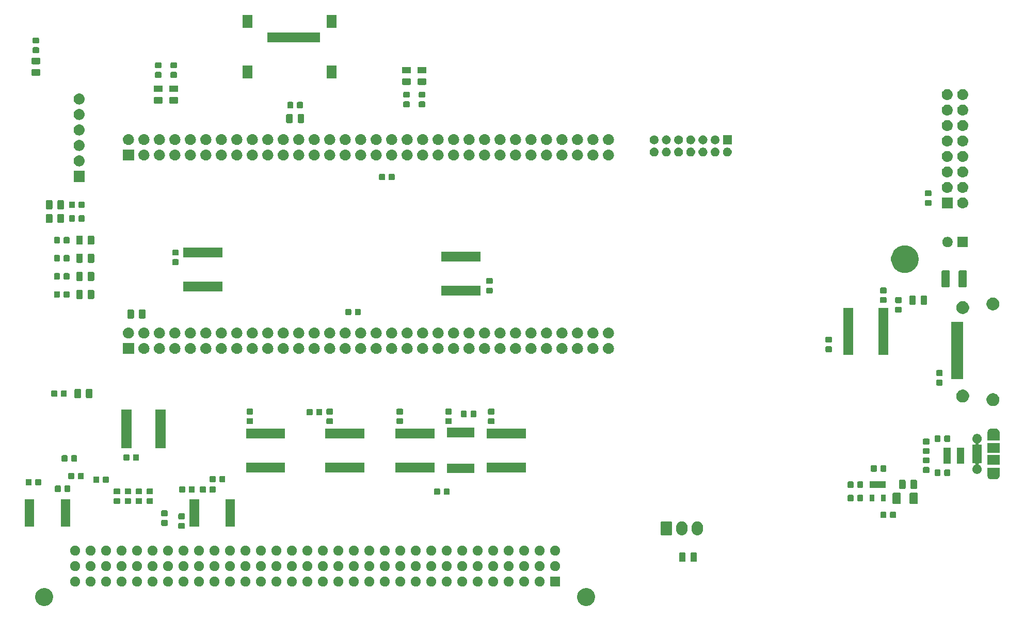
<source format=gbr>
G04 #@! TF.GenerationSoftware,KiCad,Pcbnew,5.0.2+dfsg1-1~bpo9+1*
G04 #@! TF.CreationDate,2022-10-01T08:37:02+02:00*
G04 #@! TF.ProjectId,nubus-to-ztex,6e756275-732d-4746-9f2d-7a7465782e6b,rev?*
G04 #@! TF.SameCoordinates,Original*
G04 #@! TF.FileFunction,Soldermask,Top*
G04 #@! TF.FilePolarity,Negative*
%FSLAX46Y46*%
G04 Gerber Fmt 4.6, Leading zero omitted, Abs format (unit mm)*
G04 Created by KiCad (PCBNEW 5.0.2+dfsg1-1~bpo9+1) date Sat Oct  1 08:37:02 2022*
%MOMM*%
%LPD*%
G01*
G04 APERTURE LIST*
%ADD10C,0.100000*%
G04 APERTURE END LIST*
D10*
G36*
X205510531Y-101120721D02*
X205779149Y-101231986D01*
X206020898Y-101393518D01*
X206226482Y-101599102D01*
X206388014Y-101840851D01*
X206499279Y-102109469D01*
X206556000Y-102394625D01*
X206556000Y-102685375D01*
X206499279Y-102970531D01*
X206388014Y-103239149D01*
X206226482Y-103480898D01*
X206020898Y-103686482D01*
X205779149Y-103848014D01*
X205510531Y-103959279D01*
X205225375Y-104016000D01*
X204934625Y-104016000D01*
X204649469Y-103959279D01*
X204380851Y-103848014D01*
X204139102Y-103686482D01*
X203933518Y-103480898D01*
X203771986Y-103239149D01*
X203660721Y-102970531D01*
X203604000Y-102685375D01*
X203604000Y-102394625D01*
X203660721Y-102109469D01*
X203771986Y-101840851D01*
X203933518Y-101599102D01*
X204139102Y-101393518D01*
X204380851Y-101231986D01*
X204649469Y-101120721D01*
X204934625Y-101064000D01*
X205225375Y-101064000D01*
X205510531Y-101120721D01*
X205510531Y-101120721D01*
G37*
G36*
X116610531Y-101120721D02*
X116879149Y-101231986D01*
X117120898Y-101393518D01*
X117326482Y-101599102D01*
X117488014Y-101840851D01*
X117599279Y-102109469D01*
X117656000Y-102394625D01*
X117656000Y-102685375D01*
X117599279Y-102970531D01*
X117488014Y-103239149D01*
X117326482Y-103480898D01*
X117120898Y-103686482D01*
X116879149Y-103848014D01*
X116610531Y-103959279D01*
X116325375Y-104016000D01*
X116034625Y-104016000D01*
X115749469Y-103959279D01*
X115480851Y-103848014D01*
X115239102Y-103686482D01*
X115033518Y-103480898D01*
X114871986Y-103239149D01*
X114760721Y-102970531D01*
X114704000Y-102685375D01*
X114704000Y-102394625D01*
X114760721Y-102109469D01*
X114871986Y-101840851D01*
X115033518Y-101599102D01*
X115239102Y-101393518D01*
X115480851Y-101231986D01*
X115749469Y-101120721D01*
X116034625Y-101064000D01*
X116325375Y-101064000D01*
X116610531Y-101120721D01*
X116610531Y-101120721D01*
G37*
G36*
X134200935Y-99205742D02*
X134351258Y-99268008D01*
X134486545Y-99358404D01*
X134601596Y-99473455D01*
X134691992Y-99608742D01*
X134754258Y-99759065D01*
X134786000Y-99918646D01*
X134786000Y-100081354D01*
X134754258Y-100240935D01*
X134691992Y-100391258D01*
X134601596Y-100526545D01*
X134486545Y-100641596D01*
X134351258Y-100731992D01*
X134200935Y-100794258D01*
X134041354Y-100826000D01*
X133878646Y-100826000D01*
X133719065Y-100794258D01*
X133568742Y-100731992D01*
X133433455Y-100641596D01*
X133318404Y-100526545D01*
X133228008Y-100391258D01*
X133165742Y-100240935D01*
X133134000Y-100081354D01*
X133134000Y-99918646D01*
X133165742Y-99759065D01*
X133228008Y-99608742D01*
X133318404Y-99473455D01*
X133433455Y-99358404D01*
X133568742Y-99268008D01*
X133719065Y-99205742D01*
X133878646Y-99174000D01*
X134041354Y-99174000D01*
X134200935Y-99205742D01*
X134200935Y-99205742D01*
G37*
G36*
X154520935Y-99205742D02*
X154671258Y-99268008D01*
X154806545Y-99358404D01*
X154921596Y-99473455D01*
X155011992Y-99608742D01*
X155074258Y-99759065D01*
X155106000Y-99918646D01*
X155106000Y-100081354D01*
X155074258Y-100240935D01*
X155011992Y-100391258D01*
X154921596Y-100526545D01*
X154806545Y-100641596D01*
X154671258Y-100731992D01*
X154520935Y-100794258D01*
X154361354Y-100826000D01*
X154198646Y-100826000D01*
X154039065Y-100794258D01*
X153888742Y-100731992D01*
X153753455Y-100641596D01*
X153638404Y-100526545D01*
X153548008Y-100391258D01*
X153485742Y-100240935D01*
X153454000Y-100081354D01*
X153454000Y-99918646D01*
X153485742Y-99759065D01*
X153548008Y-99608742D01*
X153638404Y-99473455D01*
X153753455Y-99358404D01*
X153888742Y-99268008D01*
X154039065Y-99205742D01*
X154198646Y-99174000D01*
X154361354Y-99174000D01*
X154520935Y-99205742D01*
X154520935Y-99205742D01*
G37*
G36*
X151980935Y-99205742D02*
X152131258Y-99268008D01*
X152266545Y-99358404D01*
X152381596Y-99473455D01*
X152471992Y-99608742D01*
X152534258Y-99759065D01*
X152566000Y-99918646D01*
X152566000Y-100081354D01*
X152534258Y-100240935D01*
X152471992Y-100391258D01*
X152381596Y-100526545D01*
X152266545Y-100641596D01*
X152131258Y-100731992D01*
X151980935Y-100794258D01*
X151821354Y-100826000D01*
X151658646Y-100826000D01*
X151499065Y-100794258D01*
X151348742Y-100731992D01*
X151213455Y-100641596D01*
X151098404Y-100526545D01*
X151008008Y-100391258D01*
X150945742Y-100240935D01*
X150914000Y-100081354D01*
X150914000Y-99918646D01*
X150945742Y-99759065D01*
X151008008Y-99608742D01*
X151098404Y-99473455D01*
X151213455Y-99358404D01*
X151348742Y-99268008D01*
X151499065Y-99205742D01*
X151658646Y-99174000D01*
X151821354Y-99174000D01*
X151980935Y-99205742D01*
X151980935Y-99205742D01*
G37*
G36*
X149440935Y-99205742D02*
X149591258Y-99268008D01*
X149726545Y-99358404D01*
X149841596Y-99473455D01*
X149931992Y-99608742D01*
X149994258Y-99759065D01*
X150026000Y-99918646D01*
X150026000Y-100081354D01*
X149994258Y-100240935D01*
X149931992Y-100391258D01*
X149841596Y-100526545D01*
X149726545Y-100641596D01*
X149591258Y-100731992D01*
X149440935Y-100794258D01*
X149281354Y-100826000D01*
X149118646Y-100826000D01*
X148959065Y-100794258D01*
X148808742Y-100731992D01*
X148673455Y-100641596D01*
X148558404Y-100526545D01*
X148468008Y-100391258D01*
X148405742Y-100240935D01*
X148374000Y-100081354D01*
X148374000Y-99918646D01*
X148405742Y-99759065D01*
X148468008Y-99608742D01*
X148558404Y-99473455D01*
X148673455Y-99358404D01*
X148808742Y-99268008D01*
X148959065Y-99205742D01*
X149118646Y-99174000D01*
X149281354Y-99174000D01*
X149440935Y-99205742D01*
X149440935Y-99205742D01*
G37*
G36*
X146900935Y-99205742D02*
X147051258Y-99268008D01*
X147186545Y-99358404D01*
X147301596Y-99473455D01*
X147391992Y-99608742D01*
X147454258Y-99759065D01*
X147486000Y-99918646D01*
X147486000Y-100081354D01*
X147454258Y-100240935D01*
X147391992Y-100391258D01*
X147301596Y-100526545D01*
X147186545Y-100641596D01*
X147051258Y-100731992D01*
X146900935Y-100794258D01*
X146741354Y-100826000D01*
X146578646Y-100826000D01*
X146419065Y-100794258D01*
X146268742Y-100731992D01*
X146133455Y-100641596D01*
X146018404Y-100526545D01*
X145928008Y-100391258D01*
X145865742Y-100240935D01*
X145834000Y-100081354D01*
X145834000Y-99918646D01*
X145865742Y-99759065D01*
X145928008Y-99608742D01*
X146018404Y-99473455D01*
X146133455Y-99358404D01*
X146268742Y-99268008D01*
X146419065Y-99205742D01*
X146578646Y-99174000D01*
X146741354Y-99174000D01*
X146900935Y-99205742D01*
X146900935Y-99205742D01*
G37*
G36*
X144360935Y-99205742D02*
X144511258Y-99268008D01*
X144646545Y-99358404D01*
X144761596Y-99473455D01*
X144851992Y-99608742D01*
X144914258Y-99759065D01*
X144946000Y-99918646D01*
X144946000Y-100081354D01*
X144914258Y-100240935D01*
X144851992Y-100391258D01*
X144761596Y-100526545D01*
X144646545Y-100641596D01*
X144511258Y-100731992D01*
X144360935Y-100794258D01*
X144201354Y-100826000D01*
X144038646Y-100826000D01*
X143879065Y-100794258D01*
X143728742Y-100731992D01*
X143593455Y-100641596D01*
X143478404Y-100526545D01*
X143388008Y-100391258D01*
X143325742Y-100240935D01*
X143294000Y-100081354D01*
X143294000Y-99918646D01*
X143325742Y-99759065D01*
X143388008Y-99608742D01*
X143478404Y-99473455D01*
X143593455Y-99358404D01*
X143728742Y-99268008D01*
X143879065Y-99205742D01*
X144038646Y-99174000D01*
X144201354Y-99174000D01*
X144360935Y-99205742D01*
X144360935Y-99205742D01*
G37*
G36*
X141820935Y-99205742D02*
X141971258Y-99268008D01*
X142106545Y-99358404D01*
X142221596Y-99473455D01*
X142311992Y-99608742D01*
X142374258Y-99759065D01*
X142406000Y-99918646D01*
X142406000Y-100081354D01*
X142374258Y-100240935D01*
X142311992Y-100391258D01*
X142221596Y-100526545D01*
X142106545Y-100641596D01*
X141971258Y-100731992D01*
X141820935Y-100794258D01*
X141661354Y-100826000D01*
X141498646Y-100826000D01*
X141339065Y-100794258D01*
X141188742Y-100731992D01*
X141053455Y-100641596D01*
X140938404Y-100526545D01*
X140848008Y-100391258D01*
X140785742Y-100240935D01*
X140754000Y-100081354D01*
X140754000Y-99918646D01*
X140785742Y-99759065D01*
X140848008Y-99608742D01*
X140938404Y-99473455D01*
X141053455Y-99358404D01*
X141188742Y-99268008D01*
X141339065Y-99205742D01*
X141498646Y-99174000D01*
X141661354Y-99174000D01*
X141820935Y-99205742D01*
X141820935Y-99205742D01*
G37*
G36*
X139280935Y-99205742D02*
X139431258Y-99268008D01*
X139566545Y-99358404D01*
X139681596Y-99473455D01*
X139771992Y-99608742D01*
X139834258Y-99759065D01*
X139866000Y-99918646D01*
X139866000Y-100081354D01*
X139834258Y-100240935D01*
X139771992Y-100391258D01*
X139681596Y-100526545D01*
X139566545Y-100641596D01*
X139431258Y-100731992D01*
X139280935Y-100794258D01*
X139121354Y-100826000D01*
X138958646Y-100826000D01*
X138799065Y-100794258D01*
X138648742Y-100731992D01*
X138513455Y-100641596D01*
X138398404Y-100526545D01*
X138308008Y-100391258D01*
X138245742Y-100240935D01*
X138214000Y-100081354D01*
X138214000Y-99918646D01*
X138245742Y-99759065D01*
X138308008Y-99608742D01*
X138398404Y-99473455D01*
X138513455Y-99358404D01*
X138648742Y-99268008D01*
X138799065Y-99205742D01*
X138958646Y-99174000D01*
X139121354Y-99174000D01*
X139280935Y-99205742D01*
X139280935Y-99205742D01*
G37*
G36*
X136740935Y-99205742D02*
X136891258Y-99268008D01*
X137026545Y-99358404D01*
X137141596Y-99473455D01*
X137231992Y-99608742D01*
X137294258Y-99759065D01*
X137326000Y-99918646D01*
X137326000Y-100081354D01*
X137294258Y-100240935D01*
X137231992Y-100391258D01*
X137141596Y-100526545D01*
X137026545Y-100641596D01*
X136891258Y-100731992D01*
X136740935Y-100794258D01*
X136581354Y-100826000D01*
X136418646Y-100826000D01*
X136259065Y-100794258D01*
X136108742Y-100731992D01*
X135973455Y-100641596D01*
X135858404Y-100526545D01*
X135768008Y-100391258D01*
X135705742Y-100240935D01*
X135674000Y-100081354D01*
X135674000Y-99918646D01*
X135705742Y-99759065D01*
X135768008Y-99608742D01*
X135858404Y-99473455D01*
X135973455Y-99358404D01*
X136108742Y-99268008D01*
X136259065Y-99205742D01*
X136418646Y-99174000D01*
X136581354Y-99174000D01*
X136740935Y-99205742D01*
X136740935Y-99205742D01*
G37*
G36*
X197700935Y-99205742D02*
X197851258Y-99268008D01*
X197986545Y-99358404D01*
X198101596Y-99473455D01*
X198191992Y-99608742D01*
X198254258Y-99759065D01*
X198286000Y-99918646D01*
X198286000Y-100081354D01*
X198254258Y-100240935D01*
X198191992Y-100391258D01*
X198101596Y-100526545D01*
X197986545Y-100641596D01*
X197851258Y-100731992D01*
X197700935Y-100794258D01*
X197541354Y-100826000D01*
X197378646Y-100826000D01*
X197219065Y-100794258D01*
X197068742Y-100731992D01*
X196933455Y-100641596D01*
X196818404Y-100526545D01*
X196728008Y-100391258D01*
X196665742Y-100240935D01*
X196634000Y-100081354D01*
X196634000Y-99918646D01*
X196665742Y-99759065D01*
X196728008Y-99608742D01*
X196818404Y-99473455D01*
X196933455Y-99358404D01*
X197068742Y-99268008D01*
X197219065Y-99205742D01*
X197378646Y-99174000D01*
X197541354Y-99174000D01*
X197700935Y-99205742D01*
X197700935Y-99205742D01*
G37*
G36*
X131660935Y-99205742D02*
X131811258Y-99268008D01*
X131946545Y-99358404D01*
X132061596Y-99473455D01*
X132151992Y-99608742D01*
X132214258Y-99759065D01*
X132246000Y-99918646D01*
X132246000Y-100081354D01*
X132214258Y-100240935D01*
X132151992Y-100391258D01*
X132061596Y-100526545D01*
X131946545Y-100641596D01*
X131811258Y-100731992D01*
X131660935Y-100794258D01*
X131501354Y-100826000D01*
X131338646Y-100826000D01*
X131179065Y-100794258D01*
X131028742Y-100731992D01*
X130893455Y-100641596D01*
X130778404Y-100526545D01*
X130688008Y-100391258D01*
X130625742Y-100240935D01*
X130594000Y-100081354D01*
X130594000Y-99918646D01*
X130625742Y-99759065D01*
X130688008Y-99608742D01*
X130778404Y-99473455D01*
X130893455Y-99358404D01*
X131028742Y-99268008D01*
X131179065Y-99205742D01*
X131338646Y-99174000D01*
X131501354Y-99174000D01*
X131660935Y-99205742D01*
X131660935Y-99205742D01*
G37*
G36*
X129120935Y-99205742D02*
X129271258Y-99268008D01*
X129406545Y-99358404D01*
X129521596Y-99473455D01*
X129611992Y-99608742D01*
X129674258Y-99759065D01*
X129706000Y-99918646D01*
X129706000Y-100081354D01*
X129674258Y-100240935D01*
X129611992Y-100391258D01*
X129521596Y-100526545D01*
X129406545Y-100641596D01*
X129271258Y-100731992D01*
X129120935Y-100794258D01*
X128961354Y-100826000D01*
X128798646Y-100826000D01*
X128639065Y-100794258D01*
X128488742Y-100731992D01*
X128353455Y-100641596D01*
X128238404Y-100526545D01*
X128148008Y-100391258D01*
X128085742Y-100240935D01*
X128054000Y-100081354D01*
X128054000Y-99918646D01*
X128085742Y-99759065D01*
X128148008Y-99608742D01*
X128238404Y-99473455D01*
X128353455Y-99358404D01*
X128488742Y-99268008D01*
X128639065Y-99205742D01*
X128798646Y-99174000D01*
X128961354Y-99174000D01*
X129120935Y-99205742D01*
X129120935Y-99205742D01*
G37*
G36*
X126580935Y-99205742D02*
X126731258Y-99268008D01*
X126866545Y-99358404D01*
X126981596Y-99473455D01*
X127071992Y-99608742D01*
X127134258Y-99759065D01*
X127166000Y-99918646D01*
X127166000Y-100081354D01*
X127134258Y-100240935D01*
X127071992Y-100391258D01*
X126981596Y-100526545D01*
X126866545Y-100641596D01*
X126731258Y-100731992D01*
X126580935Y-100794258D01*
X126421354Y-100826000D01*
X126258646Y-100826000D01*
X126099065Y-100794258D01*
X125948742Y-100731992D01*
X125813455Y-100641596D01*
X125698404Y-100526545D01*
X125608008Y-100391258D01*
X125545742Y-100240935D01*
X125514000Y-100081354D01*
X125514000Y-99918646D01*
X125545742Y-99759065D01*
X125608008Y-99608742D01*
X125698404Y-99473455D01*
X125813455Y-99358404D01*
X125948742Y-99268008D01*
X126099065Y-99205742D01*
X126258646Y-99174000D01*
X126421354Y-99174000D01*
X126580935Y-99205742D01*
X126580935Y-99205742D01*
G37*
G36*
X124040935Y-99205742D02*
X124191258Y-99268008D01*
X124326545Y-99358404D01*
X124441596Y-99473455D01*
X124531992Y-99608742D01*
X124594258Y-99759065D01*
X124626000Y-99918646D01*
X124626000Y-100081354D01*
X124594258Y-100240935D01*
X124531992Y-100391258D01*
X124441596Y-100526545D01*
X124326545Y-100641596D01*
X124191258Y-100731992D01*
X124040935Y-100794258D01*
X123881354Y-100826000D01*
X123718646Y-100826000D01*
X123559065Y-100794258D01*
X123408742Y-100731992D01*
X123273455Y-100641596D01*
X123158404Y-100526545D01*
X123068008Y-100391258D01*
X123005742Y-100240935D01*
X122974000Y-100081354D01*
X122974000Y-99918646D01*
X123005742Y-99759065D01*
X123068008Y-99608742D01*
X123158404Y-99473455D01*
X123273455Y-99358404D01*
X123408742Y-99268008D01*
X123559065Y-99205742D01*
X123718646Y-99174000D01*
X123881354Y-99174000D01*
X124040935Y-99205742D01*
X124040935Y-99205742D01*
G37*
G36*
X121500935Y-99205742D02*
X121651258Y-99268008D01*
X121786545Y-99358404D01*
X121901596Y-99473455D01*
X121991992Y-99608742D01*
X122054258Y-99759065D01*
X122086000Y-99918646D01*
X122086000Y-100081354D01*
X122054258Y-100240935D01*
X121991992Y-100391258D01*
X121901596Y-100526545D01*
X121786545Y-100641596D01*
X121651258Y-100731992D01*
X121500935Y-100794258D01*
X121341354Y-100826000D01*
X121178646Y-100826000D01*
X121019065Y-100794258D01*
X120868742Y-100731992D01*
X120733455Y-100641596D01*
X120618404Y-100526545D01*
X120528008Y-100391258D01*
X120465742Y-100240935D01*
X120434000Y-100081354D01*
X120434000Y-99918646D01*
X120465742Y-99759065D01*
X120528008Y-99608742D01*
X120618404Y-99473455D01*
X120733455Y-99358404D01*
X120868742Y-99268008D01*
X121019065Y-99205742D01*
X121178646Y-99174000D01*
X121341354Y-99174000D01*
X121500935Y-99205742D01*
X121500935Y-99205742D01*
G37*
G36*
X200679569Y-99178086D02*
X200713558Y-99188396D01*
X200744880Y-99205138D01*
X200772332Y-99227668D01*
X200794862Y-99255120D01*
X200811604Y-99286442D01*
X200821914Y-99320431D01*
X200826000Y-99361914D01*
X200826000Y-100638086D01*
X200821914Y-100679569D01*
X200811604Y-100713558D01*
X200794862Y-100744880D01*
X200772332Y-100772332D01*
X200744880Y-100794862D01*
X200713558Y-100811604D01*
X200679569Y-100821914D01*
X200638086Y-100826000D01*
X199361914Y-100826000D01*
X199320431Y-100821914D01*
X199286442Y-100811604D01*
X199255120Y-100794862D01*
X199227668Y-100772332D01*
X199205138Y-100744880D01*
X199188396Y-100713558D01*
X199178086Y-100679569D01*
X199174000Y-100638086D01*
X199174000Y-99361914D01*
X199178086Y-99320431D01*
X199188396Y-99286442D01*
X199205138Y-99255120D01*
X199227668Y-99227668D01*
X199255120Y-99205138D01*
X199286442Y-99188396D01*
X199320431Y-99178086D01*
X199361914Y-99174000D01*
X200638086Y-99174000D01*
X200679569Y-99178086D01*
X200679569Y-99178086D01*
G37*
G36*
X159600935Y-99205742D02*
X159751258Y-99268008D01*
X159886545Y-99358404D01*
X160001596Y-99473455D01*
X160091992Y-99608742D01*
X160154258Y-99759065D01*
X160186000Y-99918646D01*
X160186000Y-100081354D01*
X160154258Y-100240935D01*
X160091992Y-100391258D01*
X160001596Y-100526545D01*
X159886545Y-100641596D01*
X159751258Y-100731992D01*
X159600935Y-100794258D01*
X159441354Y-100826000D01*
X159278646Y-100826000D01*
X159119065Y-100794258D01*
X158968742Y-100731992D01*
X158833455Y-100641596D01*
X158718404Y-100526545D01*
X158628008Y-100391258D01*
X158565742Y-100240935D01*
X158534000Y-100081354D01*
X158534000Y-99918646D01*
X158565742Y-99759065D01*
X158628008Y-99608742D01*
X158718404Y-99473455D01*
X158833455Y-99358404D01*
X158968742Y-99268008D01*
X159119065Y-99205742D01*
X159278646Y-99174000D01*
X159441354Y-99174000D01*
X159600935Y-99205742D01*
X159600935Y-99205742D01*
G37*
G36*
X162140935Y-99205742D02*
X162291258Y-99268008D01*
X162426545Y-99358404D01*
X162541596Y-99473455D01*
X162631992Y-99608742D01*
X162694258Y-99759065D01*
X162726000Y-99918646D01*
X162726000Y-100081354D01*
X162694258Y-100240935D01*
X162631992Y-100391258D01*
X162541596Y-100526545D01*
X162426545Y-100641596D01*
X162291258Y-100731992D01*
X162140935Y-100794258D01*
X161981354Y-100826000D01*
X161818646Y-100826000D01*
X161659065Y-100794258D01*
X161508742Y-100731992D01*
X161373455Y-100641596D01*
X161258404Y-100526545D01*
X161168008Y-100391258D01*
X161105742Y-100240935D01*
X161074000Y-100081354D01*
X161074000Y-99918646D01*
X161105742Y-99759065D01*
X161168008Y-99608742D01*
X161258404Y-99473455D01*
X161373455Y-99358404D01*
X161508742Y-99268008D01*
X161659065Y-99205742D01*
X161818646Y-99174000D01*
X161981354Y-99174000D01*
X162140935Y-99205742D01*
X162140935Y-99205742D01*
G37*
G36*
X157060935Y-99205742D02*
X157211258Y-99268008D01*
X157346545Y-99358404D01*
X157461596Y-99473455D01*
X157551992Y-99608742D01*
X157614258Y-99759065D01*
X157646000Y-99918646D01*
X157646000Y-100081354D01*
X157614258Y-100240935D01*
X157551992Y-100391258D01*
X157461596Y-100526545D01*
X157346545Y-100641596D01*
X157211258Y-100731992D01*
X157060935Y-100794258D01*
X156901354Y-100826000D01*
X156738646Y-100826000D01*
X156579065Y-100794258D01*
X156428742Y-100731992D01*
X156293455Y-100641596D01*
X156178404Y-100526545D01*
X156088008Y-100391258D01*
X156025742Y-100240935D01*
X155994000Y-100081354D01*
X155994000Y-99918646D01*
X156025742Y-99759065D01*
X156088008Y-99608742D01*
X156178404Y-99473455D01*
X156293455Y-99358404D01*
X156428742Y-99268008D01*
X156579065Y-99205742D01*
X156738646Y-99174000D01*
X156901354Y-99174000D01*
X157060935Y-99205742D01*
X157060935Y-99205742D01*
G37*
G36*
X195160935Y-99205742D02*
X195311258Y-99268008D01*
X195446545Y-99358404D01*
X195561596Y-99473455D01*
X195651992Y-99608742D01*
X195714258Y-99759065D01*
X195746000Y-99918646D01*
X195746000Y-100081354D01*
X195714258Y-100240935D01*
X195651992Y-100391258D01*
X195561596Y-100526545D01*
X195446545Y-100641596D01*
X195311258Y-100731992D01*
X195160935Y-100794258D01*
X195001354Y-100826000D01*
X194838646Y-100826000D01*
X194679065Y-100794258D01*
X194528742Y-100731992D01*
X194393455Y-100641596D01*
X194278404Y-100526545D01*
X194188008Y-100391258D01*
X194125742Y-100240935D01*
X194094000Y-100081354D01*
X194094000Y-99918646D01*
X194125742Y-99759065D01*
X194188008Y-99608742D01*
X194278404Y-99473455D01*
X194393455Y-99358404D01*
X194528742Y-99268008D01*
X194679065Y-99205742D01*
X194838646Y-99174000D01*
X195001354Y-99174000D01*
X195160935Y-99205742D01*
X195160935Y-99205742D01*
G37*
G36*
X192620935Y-99205742D02*
X192771258Y-99268008D01*
X192906545Y-99358404D01*
X193021596Y-99473455D01*
X193111992Y-99608742D01*
X193174258Y-99759065D01*
X193206000Y-99918646D01*
X193206000Y-100081354D01*
X193174258Y-100240935D01*
X193111992Y-100391258D01*
X193021596Y-100526545D01*
X192906545Y-100641596D01*
X192771258Y-100731992D01*
X192620935Y-100794258D01*
X192461354Y-100826000D01*
X192298646Y-100826000D01*
X192139065Y-100794258D01*
X191988742Y-100731992D01*
X191853455Y-100641596D01*
X191738404Y-100526545D01*
X191648008Y-100391258D01*
X191585742Y-100240935D01*
X191554000Y-100081354D01*
X191554000Y-99918646D01*
X191585742Y-99759065D01*
X191648008Y-99608742D01*
X191738404Y-99473455D01*
X191853455Y-99358404D01*
X191988742Y-99268008D01*
X192139065Y-99205742D01*
X192298646Y-99174000D01*
X192461354Y-99174000D01*
X192620935Y-99205742D01*
X192620935Y-99205742D01*
G37*
G36*
X190080935Y-99205742D02*
X190231258Y-99268008D01*
X190366545Y-99358404D01*
X190481596Y-99473455D01*
X190571992Y-99608742D01*
X190634258Y-99759065D01*
X190666000Y-99918646D01*
X190666000Y-100081354D01*
X190634258Y-100240935D01*
X190571992Y-100391258D01*
X190481596Y-100526545D01*
X190366545Y-100641596D01*
X190231258Y-100731992D01*
X190080935Y-100794258D01*
X189921354Y-100826000D01*
X189758646Y-100826000D01*
X189599065Y-100794258D01*
X189448742Y-100731992D01*
X189313455Y-100641596D01*
X189198404Y-100526545D01*
X189108008Y-100391258D01*
X189045742Y-100240935D01*
X189014000Y-100081354D01*
X189014000Y-99918646D01*
X189045742Y-99759065D01*
X189108008Y-99608742D01*
X189198404Y-99473455D01*
X189313455Y-99358404D01*
X189448742Y-99268008D01*
X189599065Y-99205742D01*
X189758646Y-99174000D01*
X189921354Y-99174000D01*
X190080935Y-99205742D01*
X190080935Y-99205742D01*
G37*
G36*
X187540935Y-99205742D02*
X187691258Y-99268008D01*
X187826545Y-99358404D01*
X187941596Y-99473455D01*
X188031992Y-99608742D01*
X188094258Y-99759065D01*
X188126000Y-99918646D01*
X188126000Y-100081354D01*
X188094258Y-100240935D01*
X188031992Y-100391258D01*
X187941596Y-100526545D01*
X187826545Y-100641596D01*
X187691258Y-100731992D01*
X187540935Y-100794258D01*
X187381354Y-100826000D01*
X187218646Y-100826000D01*
X187059065Y-100794258D01*
X186908742Y-100731992D01*
X186773455Y-100641596D01*
X186658404Y-100526545D01*
X186568008Y-100391258D01*
X186505742Y-100240935D01*
X186474000Y-100081354D01*
X186474000Y-99918646D01*
X186505742Y-99759065D01*
X186568008Y-99608742D01*
X186658404Y-99473455D01*
X186773455Y-99358404D01*
X186908742Y-99268008D01*
X187059065Y-99205742D01*
X187218646Y-99174000D01*
X187381354Y-99174000D01*
X187540935Y-99205742D01*
X187540935Y-99205742D01*
G37*
G36*
X185000935Y-99205742D02*
X185151258Y-99268008D01*
X185286545Y-99358404D01*
X185401596Y-99473455D01*
X185491992Y-99608742D01*
X185554258Y-99759065D01*
X185586000Y-99918646D01*
X185586000Y-100081354D01*
X185554258Y-100240935D01*
X185491992Y-100391258D01*
X185401596Y-100526545D01*
X185286545Y-100641596D01*
X185151258Y-100731992D01*
X185000935Y-100794258D01*
X184841354Y-100826000D01*
X184678646Y-100826000D01*
X184519065Y-100794258D01*
X184368742Y-100731992D01*
X184233455Y-100641596D01*
X184118404Y-100526545D01*
X184028008Y-100391258D01*
X183965742Y-100240935D01*
X183934000Y-100081354D01*
X183934000Y-99918646D01*
X183965742Y-99759065D01*
X184028008Y-99608742D01*
X184118404Y-99473455D01*
X184233455Y-99358404D01*
X184368742Y-99268008D01*
X184519065Y-99205742D01*
X184678646Y-99174000D01*
X184841354Y-99174000D01*
X185000935Y-99205742D01*
X185000935Y-99205742D01*
G37*
G36*
X182460935Y-99205742D02*
X182611258Y-99268008D01*
X182746545Y-99358404D01*
X182861596Y-99473455D01*
X182951992Y-99608742D01*
X183014258Y-99759065D01*
X183046000Y-99918646D01*
X183046000Y-100081354D01*
X183014258Y-100240935D01*
X182951992Y-100391258D01*
X182861596Y-100526545D01*
X182746545Y-100641596D01*
X182611258Y-100731992D01*
X182460935Y-100794258D01*
X182301354Y-100826000D01*
X182138646Y-100826000D01*
X181979065Y-100794258D01*
X181828742Y-100731992D01*
X181693455Y-100641596D01*
X181578404Y-100526545D01*
X181488008Y-100391258D01*
X181425742Y-100240935D01*
X181394000Y-100081354D01*
X181394000Y-99918646D01*
X181425742Y-99759065D01*
X181488008Y-99608742D01*
X181578404Y-99473455D01*
X181693455Y-99358404D01*
X181828742Y-99268008D01*
X181979065Y-99205742D01*
X182138646Y-99174000D01*
X182301354Y-99174000D01*
X182460935Y-99205742D01*
X182460935Y-99205742D01*
G37*
G36*
X179920935Y-99205742D02*
X180071258Y-99268008D01*
X180206545Y-99358404D01*
X180321596Y-99473455D01*
X180411992Y-99608742D01*
X180474258Y-99759065D01*
X180506000Y-99918646D01*
X180506000Y-100081354D01*
X180474258Y-100240935D01*
X180411992Y-100391258D01*
X180321596Y-100526545D01*
X180206545Y-100641596D01*
X180071258Y-100731992D01*
X179920935Y-100794258D01*
X179761354Y-100826000D01*
X179598646Y-100826000D01*
X179439065Y-100794258D01*
X179288742Y-100731992D01*
X179153455Y-100641596D01*
X179038404Y-100526545D01*
X178948008Y-100391258D01*
X178885742Y-100240935D01*
X178854000Y-100081354D01*
X178854000Y-99918646D01*
X178885742Y-99759065D01*
X178948008Y-99608742D01*
X179038404Y-99473455D01*
X179153455Y-99358404D01*
X179288742Y-99268008D01*
X179439065Y-99205742D01*
X179598646Y-99174000D01*
X179761354Y-99174000D01*
X179920935Y-99205742D01*
X179920935Y-99205742D01*
G37*
G36*
X177380935Y-99205742D02*
X177531258Y-99268008D01*
X177666545Y-99358404D01*
X177781596Y-99473455D01*
X177871992Y-99608742D01*
X177934258Y-99759065D01*
X177966000Y-99918646D01*
X177966000Y-100081354D01*
X177934258Y-100240935D01*
X177871992Y-100391258D01*
X177781596Y-100526545D01*
X177666545Y-100641596D01*
X177531258Y-100731992D01*
X177380935Y-100794258D01*
X177221354Y-100826000D01*
X177058646Y-100826000D01*
X176899065Y-100794258D01*
X176748742Y-100731992D01*
X176613455Y-100641596D01*
X176498404Y-100526545D01*
X176408008Y-100391258D01*
X176345742Y-100240935D01*
X176314000Y-100081354D01*
X176314000Y-99918646D01*
X176345742Y-99759065D01*
X176408008Y-99608742D01*
X176498404Y-99473455D01*
X176613455Y-99358404D01*
X176748742Y-99268008D01*
X176899065Y-99205742D01*
X177058646Y-99174000D01*
X177221354Y-99174000D01*
X177380935Y-99205742D01*
X177380935Y-99205742D01*
G37*
G36*
X174840935Y-99205742D02*
X174991258Y-99268008D01*
X175126545Y-99358404D01*
X175241596Y-99473455D01*
X175331992Y-99608742D01*
X175394258Y-99759065D01*
X175426000Y-99918646D01*
X175426000Y-100081354D01*
X175394258Y-100240935D01*
X175331992Y-100391258D01*
X175241596Y-100526545D01*
X175126545Y-100641596D01*
X174991258Y-100731992D01*
X174840935Y-100794258D01*
X174681354Y-100826000D01*
X174518646Y-100826000D01*
X174359065Y-100794258D01*
X174208742Y-100731992D01*
X174073455Y-100641596D01*
X173958404Y-100526545D01*
X173868008Y-100391258D01*
X173805742Y-100240935D01*
X173774000Y-100081354D01*
X173774000Y-99918646D01*
X173805742Y-99759065D01*
X173868008Y-99608742D01*
X173958404Y-99473455D01*
X174073455Y-99358404D01*
X174208742Y-99268008D01*
X174359065Y-99205742D01*
X174518646Y-99174000D01*
X174681354Y-99174000D01*
X174840935Y-99205742D01*
X174840935Y-99205742D01*
G37*
G36*
X172300935Y-99205742D02*
X172451258Y-99268008D01*
X172586545Y-99358404D01*
X172701596Y-99473455D01*
X172791992Y-99608742D01*
X172854258Y-99759065D01*
X172886000Y-99918646D01*
X172886000Y-100081354D01*
X172854258Y-100240935D01*
X172791992Y-100391258D01*
X172701596Y-100526545D01*
X172586545Y-100641596D01*
X172451258Y-100731992D01*
X172300935Y-100794258D01*
X172141354Y-100826000D01*
X171978646Y-100826000D01*
X171819065Y-100794258D01*
X171668742Y-100731992D01*
X171533455Y-100641596D01*
X171418404Y-100526545D01*
X171328008Y-100391258D01*
X171265742Y-100240935D01*
X171234000Y-100081354D01*
X171234000Y-99918646D01*
X171265742Y-99759065D01*
X171328008Y-99608742D01*
X171418404Y-99473455D01*
X171533455Y-99358404D01*
X171668742Y-99268008D01*
X171819065Y-99205742D01*
X171978646Y-99174000D01*
X172141354Y-99174000D01*
X172300935Y-99205742D01*
X172300935Y-99205742D01*
G37*
G36*
X169760935Y-99205742D02*
X169911258Y-99268008D01*
X170046545Y-99358404D01*
X170161596Y-99473455D01*
X170251992Y-99608742D01*
X170314258Y-99759065D01*
X170346000Y-99918646D01*
X170346000Y-100081354D01*
X170314258Y-100240935D01*
X170251992Y-100391258D01*
X170161596Y-100526545D01*
X170046545Y-100641596D01*
X169911258Y-100731992D01*
X169760935Y-100794258D01*
X169601354Y-100826000D01*
X169438646Y-100826000D01*
X169279065Y-100794258D01*
X169128742Y-100731992D01*
X168993455Y-100641596D01*
X168878404Y-100526545D01*
X168788008Y-100391258D01*
X168725742Y-100240935D01*
X168694000Y-100081354D01*
X168694000Y-99918646D01*
X168725742Y-99759065D01*
X168788008Y-99608742D01*
X168878404Y-99473455D01*
X168993455Y-99358404D01*
X169128742Y-99268008D01*
X169279065Y-99205742D01*
X169438646Y-99174000D01*
X169601354Y-99174000D01*
X169760935Y-99205742D01*
X169760935Y-99205742D01*
G37*
G36*
X167220935Y-99205742D02*
X167371258Y-99268008D01*
X167506545Y-99358404D01*
X167621596Y-99473455D01*
X167711992Y-99608742D01*
X167774258Y-99759065D01*
X167806000Y-99918646D01*
X167806000Y-100081354D01*
X167774258Y-100240935D01*
X167711992Y-100391258D01*
X167621596Y-100526545D01*
X167506545Y-100641596D01*
X167371258Y-100731992D01*
X167220935Y-100794258D01*
X167061354Y-100826000D01*
X166898646Y-100826000D01*
X166739065Y-100794258D01*
X166588742Y-100731992D01*
X166453455Y-100641596D01*
X166338404Y-100526545D01*
X166248008Y-100391258D01*
X166185742Y-100240935D01*
X166154000Y-100081354D01*
X166154000Y-99918646D01*
X166185742Y-99759065D01*
X166248008Y-99608742D01*
X166338404Y-99473455D01*
X166453455Y-99358404D01*
X166588742Y-99268008D01*
X166739065Y-99205742D01*
X166898646Y-99174000D01*
X167061354Y-99174000D01*
X167220935Y-99205742D01*
X167220935Y-99205742D01*
G37*
G36*
X164680935Y-99205742D02*
X164831258Y-99268008D01*
X164966545Y-99358404D01*
X165081596Y-99473455D01*
X165171992Y-99608742D01*
X165234258Y-99759065D01*
X165266000Y-99918646D01*
X165266000Y-100081354D01*
X165234258Y-100240935D01*
X165171992Y-100391258D01*
X165081596Y-100526545D01*
X164966545Y-100641596D01*
X164831258Y-100731992D01*
X164680935Y-100794258D01*
X164521354Y-100826000D01*
X164358646Y-100826000D01*
X164199065Y-100794258D01*
X164048742Y-100731992D01*
X163913455Y-100641596D01*
X163798404Y-100526545D01*
X163708008Y-100391258D01*
X163645742Y-100240935D01*
X163614000Y-100081354D01*
X163614000Y-99918646D01*
X163645742Y-99759065D01*
X163708008Y-99608742D01*
X163798404Y-99473455D01*
X163913455Y-99358404D01*
X164048742Y-99268008D01*
X164199065Y-99205742D01*
X164358646Y-99174000D01*
X164521354Y-99174000D01*
X164680935Y-99205742D01*
X164680935Y-99205742D01*
G37*
G36*
X159600935Y-96665742D02*
X159751258Y-96728008D01*
X159886545Y-96818404D01*
X160001596Y-96933455D01*
X160091992Y-97068742D01*
X160154258Y-97219065D01*
X160186000Y-97378646D01*
X160186000Y-97541354D01*
X160154258Y-97700935D01*
X160091992Y-97851258D01*
X160001596Y-97986545D01*
X159886545Y-98101596D01*
X159751258Y-98191992D01*
X159600935Y-98254258D01*
X159441354Y-98286000D01*
X159278646Y-98286000D01*
X159119065Y-98254258D01*
X158968742Y-98191992D01*
X158833455Y-98101596D01*
X158718404Y-97986545D01*
X158628008Y-97851258D01*
X158565742Y-97700935D01*
X158534000Y-97541354D01*
X158534000Y-97378646D01*
X158565742Y-97219065D01*
X158628008Y-97068742D01*
X158718404Y-96933455D01*
X158833455Y-96818404D01*
X158968742Y-96728008D01*
X159119065Y-96665742D01*
X159278646Y-96634000D01*
X159441354Y-96634000D01*
X159600935Y-96665742D01*
X159600935Y-96665742D01*
G37*
G36*
X162140935Y-96665742D02*
X162291258Y-96728008D01*
X162426545Y-96818404D01*
X162541596Y-96933455D01*
X162631992Y-97068742D01*
X162694258Y-97219065D01*
X162726000Y-97378646D01*
X162726000Y-97541354D01*
X162694258Y-97700935D01*
X162631992Y-97851258D01*
X162541596Y-97986545D01*
X162426545Y-98101596D01*
X162291258Y-98191992D01*
X162140935Y-98254258D01*
X161981354Y-98286000D01*
X161818646Y-98286000D01*
X161659065Y-98254258D01*
X161508742Y-98191992D01*
X161373455Y-98101596D01*
X161258404Y-97986545D01*
X161168008Y-97851258D01*
X161105742Y-97700935D01*
X161074000Y-97541354D01*
X161074000Y-97378646D01*
X161105742Y-97219065D01*
X161168008Y-97068742D01*
X161258404Y-96933455D01*
X161373455Y-96818404D01*
X161508742Y-96728008D01*
X161659065Y-96665742D01*
X161818646Y-96634000D01*
X161981354Y-96634000D01*
X162140935Y-96665742D01*
X162140935Y-96665742D01*
G37*
G36*
X164680935Y-96665742D02*
X164831258Y-96728008D01*
X164966545Y-96818404D01*
X165081596Y-96933455D01*
X165171992Y-97068742D01*
X165234258Y-97219065D01*
X165266000Y-97378646D01*
X165266000Y-97541354D01*
X165234258Y-97700935D01*
X165171992Y-97851258D01*
X165081596Y-97986545D01*
X164966545Y-98101596D01*
X164831258Y-98191992D01*
X164680935Y-98254258D01*
X164521354Y-98286000D01*
X164358646Y-98286000D01*
X164199065Y-98254258D01*
X164048742Y-98191992D01*
X163913455Y-98101596D01*
X163798404Y-97986545D01*
X163708008Y-97851258D01*
X163645742Y-97700935D01*
X163614000Y-97541354D01*
X163614000Y-97378646D01*
X163645742Y-97219065D01*
X163708008Y-97068742D01*
X163798404Y-96933455D01*
X163913455Y-96818404D01*
X164048742Y-96728008D01*
X164199065Y-96665742D01*
X164358646Y-96634000D01*
X164521354Y-96634000D01*
X164680935Y-96665742D01*
X164680935Y-96665742D01*
G37*
G36*
X167220935Y-96665742D02*
X167371258Y-96728008D01*
X167506545Y-96818404D01*
X167621596Y-96933455D01*
X167711992Y-97068742D01*
X167774258Y-97219065D01*
X167806000Y-97378646D01*
X167806000Y-97541354D01*
X167774258Y-97700935D01*
X167711992Y-97851258D01*
X167621596Y-97986545D01*
X167506545Y-98101596D01*
X167371258Y-98191992D01*
X167220935Y-98254258D01*
X167061354Y-98286000D01*
X166898646Y-98286000D01*
X166739065Y-98254258D01*
X166588742Y-98191992D01*
X166453455Y-98101596D01*
X166338404Y-97986545D01*
X166248008Y-97851258D01*
X166185742Y-97700935D01*
X166154000Y-97541354D01*
X166154000Y-97378646D01*
X166185742Y-97219065D01*
X166248008Y-97068742D01*
X166338404Y-96933455D01*
X166453455Y-96818404D01*
X166588742Y-96728008D01*
X166739065Y-96665742D01*
X166898646Y-96634000D01*
X167061354Y-96634000D01*
X167220935Y-96665742D01*
X167220935Y-96665742D01*
G37*
G36*
X169760935Y-96665742D02*
X169911258Y-96728008D01*
X170046545Y-96818404D01*
X170161596Y-96933455D01*
X170251992Y-97068742D01*
X170314258Y-97219065D01*
X170346000Y-97378646D01*
X170346000Y-97541354D01*
X170314258Y-97700935D01*
X170251992Y-97851258D01*
X170161596Y-97986545D01*
X170046545Y-98101596D01*
X169911258Y-98191992D01*
X169760935Y-98254258D01*
X169601354Y-98286000D01*
X169438646Y-98286000D01*
X169279065Y-98254258D01*
X169128742Y-98191992D01*
X168993455Y-98101596D01*
X168878404Y-97986545D01*
X168788008Y-97851258D01*
X168725742Y-97700935D01*
X168694000Y-97541354D01*
X168694000Y-97378646D01*
X168725742Y-97219065D01*
X168788008Y-97068742D01*
X168878404Y-96933455D01*
X168993455Y-96818404D01*
X169128742Y-96728008D01*
X169279065Y-96665742D01*
X169438646Y-96634000D01*
X169601354Y-96634000D01*
X169760935Y-96665742D01*
X169760935Y-96665742D01*
G37*
G36*
X172300935Y-96665742D02*
X172451258Y-96728008D01*
X172586545Y-96818404D01*
X172701596Y-96933455D01*
X172791992Y-97068742D01*
X172854258Y-97219065D01*
X172886000Y-97378646D01*
X172886000Y-97541354D01*
X172854258Y-97700935D01*
X172791992Y-97851258D01*
X172701596Y-97986545D01*
X172586545Y-98101596D01*
X172451258Y-98191992D01*
X172300935Y-98254258D01*
X172141354Y-98286000D01*
X171978646Y-98286000D01*
X171819065Y-98254258D01*
X171668742Y-98191992D01*
X171533455Y-98101596D01*
X171418404Y-97986545D01*
X171328008Y-97851258D01*
X171265742Y-97700935D01*
X171234000Y-97541354D01*
X171234000Y-97378646D01*
X171265742Y-97219065D01*
X171328008Y-97068742D01*
X171418404Y-96933455D01*
X171533455Y-96818404D01*
X171668742Y-96728008D01*
X171819065Y-96665742D01*
X171978646Y-96634000D01*
X172141354Y-96634000D01*
X172300935Y-96665742D01*
X172300935Y-96665742D01*
G37*
G36*
X174840935Y-96665742D02*
X174991258Y-96728008D01*
X175126545Y-96818404D01*
X175241596Y-96933455D01*
X175331992Y-97068742D01*
X175394258Y-97219065D01*
X175426000Y-97378646D01*
X175426000Y-97541354D01*
X175394258Y-97700935D01*
X175331992Y-97851258D01*
X175241596Y-97986545D01*
X175126545Y-98101596D01*
X174991258Y-98191992D01*
X174840935Y-98254258D01*
X174681354Y-98286000D01*
X174518646Y-98286000D01*
X174359065Y-98254258D01*
X174208742Y-98191992D01*
X174073455Y-98101596D01*
X173958404Y-97986545D01*
X173868008Y-97851258D01*
X173805742Y-97700935D01*
X173774000Y-97541354D01*
X173774000Y-97378646D01*
X173805742Y-97219065D01*
X173868008Y-97068742D01*
X173958404Y-96933455D01*
X174073455Y-96818404D01*
X174208742Y-96728008D01*
X174359065Y-96665742D01*
X174518646Y-96634000D01*
X174681354Y-96634000D01*
X174840935Y-96665742D01*
X174840935Y-96665742D01*
G37*
G36*
X177380935Y-96665742D02*
X177531258Y-96728008D01*
X177666545Y-96818404D01*
X177781596Y-96933455D01*
X177871992Y-97068742D01*
X177934258Y-97219065D01*
X177966000Y-97378646D01*
X177966000Y-97541354D01*
X177934258Y-97700935D01*
X177871992Y-97851258D01*
X177781596Y-97986545D01*
X177666545Y-98101596D01*
X177531258Y-98191992D01*
X177380935Y-98254258D01*
X177221354Y-98286000D01*
X177058646Y-98286000D01*
X176899065Y-98254258D01*
X176748742Y-98191992D01*
X176613455Y-98101596D01*
X176498404Y-97986545D01*
X176408008Y-97851258D01*
X176345742Y-97700935D01*
X176314000Y-97541354D01*
X176314000Y-97378646D01*
X176345742Y-97219065D01*
X176408008Y-97068742D01*
X176498404Y-96933455D01*
X176613455Y-96818404D01*
X176748742Y-96728008D01*
X176899065Y-96665742D01*
X177058646Y-96634000D01*
X177221354Y-96634000D01*
X177380935Y-96665742D01*
X177380935Y-96665742D01*
G37*
G36*
X179920935Y-96665742D02*
X180071258Y-96728008D01*
X180206545Y-96818404D01*
X180321596Y-96933455D01*
X180411992Y-97068742D01*
X180474258Y-97219065D01*
X180506000Y-97378646D01*
X180506000Y-97541354D01*
X180474258Y-97700935D01*
X180411992Y-97851258D01*
X180321596Y-97986545D01*
X180206545Y-98101596D01*
X180071258Y-98191992D01*
X179920935Y-98254258D01*
X179761354Y-98286000D01*
X179598646Y-98286000D01*
X179439065Y-98254258D01*
X179288742Y-98191992D01*
X179153455Y-98101596D01*
X179038404Y-97986545D01*
X178948008Y-97851258D01*
X178885742Y-97700935D01*
X178854000Y-97541354D01*
X178854000Y-97378646D01*
X178885742Y-97219065D01*
X178948008Y-97068742D01*
X179038404Y-96933455D01*
X179153455Y-96818404D01*
X179288742Y-96728008D01*
X179439065Y-96665742D01*
X179598646Y-96634000D01*
X179761354Y-96634000D01*
X179920935Y-96665742D01*
X179920935Y-96665742D01*
G37*
G36*
X185000935Y-96665742D02*
X185151258Y-96728008D01*
X185286545Y-96818404D01*
X185401596Y-96933455D01*
X185491992Y-97068742D01*
X185554258Y-97219065D01*
X185586000Y-97378646D01*
X185586000Y-97541354D01*
X185554258Y-97700935D01*
X185491992Y-97851258D01*
X185401596Y-97986545D01*
X185286545Y-98101596D01*
X185151258Y-98191992D01*
X185000935Y-98254258D01*
X184841354Y-98286000D01*
X184678646Y-98286000D01*
X184519065Y-98254258D01*
X184368742Y-98191992D01*
X184233455Y-98101596D01*
X184118404Y-97986545D01*
X184028008Y-97851258D01*
X183965742Y-97700935D01*
X183934000Y-97541354D01*
X183934000Y-97378646D01*
X183965742Y-97219065D01*
X184028008Y-97068742D01*
X184118404Y-96933455D01*
X184233455Y-96818404D01*
X184368742Y-96728008D01*
X184519065Y-96665742D01*
X184678646Y-96634000D01*
X184841354Y-96634000D01*
X185000935Y-96665742D01*
X185000935Y-96665742D01*
G37*
G36*
X187540935Y-96665742D02*
X187691258Y-96728008D01*
X187826545Y-96818404D01*
X187941596Y-96933455D01*
X188031992Y-97068742D01*
X188094258Y-97219065D01*
X188126000Y-97378646D01*
X188126000Y-97541354D01*
X188094258Y-97700935D01*
X188031992Y-97851258D01*
X187941596Y-97986545D01*
X187826545Y-98101596D01*
X187691258Y-98191992D01*
X187540935Y-98254258D01*
X187381354Y-98286000D01*
X187218646Y-98286000D01*
X187059065Y-98254258D01*
X186908742Y-98191992D01*
X186773455Y-98101596D01*
X186658404Y-97986545D01*
X186568008Y-97851258D01*
X186505742Y-97700935D01*
X186474000Y-97541354D01*
X186474000Y-97378646D01*
X186505742Y-97219065D01*
X186568008Y-97068742D01*
X186658404Y-96933455D01*
X186773455Y-96818404D01*
X186908742Y-96728008D01*
X187059065Y-96665742D01*
X187218646Y-96634000D01*
X187381354Y-96634000D01*
X187540935Y-96665742D01*
X187540935Y-96665742D01*
G37*
G36*
X190080935Y-96665742D02*
X190231258Y-96728008D01*
X190366545Y-96818404D01*
X190481596Y-96933455D01*
X190571992Y-97068742D01*
X190634258Y-97219065D01*
X190666000Y-97378646D01*
X190666000Y-97541354D01*
X190634258Y-97700935D01*
X190571992Y-97851258D01*
X190481596Y-97986545D01*
X190366545Y-98101596D01*
X190231258Y-98191992D01*
X190080935Y-98254258D01*
X189921354Y-98286000D01*
X189758646Y-98286000D01*
X189599065Y-98254258D01*
X189448742Y-98191992D01*
X189313455Y-98101596D01*
X189198404Y-97986545D01*
X189108008Y-97851258D01*
X189045742Y-97700935D01*
X189014000Y-97541354D01*
X189014000Y-97378646D01*
X189045742Y-97219065D01*
X189108008Y-97068742D01*
X189198404Y-96933455D01*
X189313455Y-96818404D01*
X189448742Y-96728008D01*
X189599065Y-96665742D01*
X189758646Y-96634000D01*
X189921354Y-96634000D01*
X190080935Y-96665742D01*
X190080935Y-96665742D01*
G37*
G36*
X192620935Y-96665742D02*
X192771258Y-96728008D01*
X192906545Y-96818404D01*
X193021596Y-96933455D01*
X193111992Y-97068742D01*
X193174258Y-97219065D01*
X193206000Y-97378646D01*
X193206000Y-97541354D01*
X193174258Y-97700935D01*
X193111992Y-97851258D01*
X193021596Y-97986545D01*
X192906545Y-98101596D01*
X192771258Y-98191992D01*
X192620935Y-98254258D01*
X192461354Y-98286000D01*
X192298646Y-98286000D01*
X192139065Y-98254258D01*
X191988742Y-98191992D01*
X191853455Y-98101596D01*
X191738404Y-97986545D01*
X191648008Y-97851258D01*
X191585742Y-97700935D01*
X191554000Y-97541354D01*
X191554000Y-97378646D01*
X191585742Y-97219065D01*
X191648008Y-97068742D01*
X191738404Y-96933455D01*
X191853455Y-96818404D01*
X191988742Y-96728008D01*
X192139065Y-96665742D01*
X192298646Y-96634000D01*
X192461354Y-96634000D01*
X192620935Y-96665742D01*
X192620935Y-96665742D01*
G37*
G36*
X195160935Y-96665742D02*
X195311258Y-96728008D01*
X195446545Y-96818404D01*
X195561596Y-96933455D01*
X195651992Y-97068742D01*
X195714258Y-97219065D01*
X195746000Y-97378646D01*
X195746000Y-97541354D01*
X195714258Y-97700935D01*
X195651992Y-97851258D01*
X195561596Y-97986545D01*
X195446545Y-98101596D01*
X195311258Y-98191992D01*
X195160935Y-98254258D01*
X195001354Y-98286000D01*
X194838646Y-98286000D01*
X194679065Y-98254258D01*
X194528742Y-98191992D01*
X194393455Y-98101596D01*
X194278404Y-97986545D01*
X194188008Y-97851258D01*
X194125742Y-97700935D01*
X194094000Y-97541354D01*
X194094000Y-97378646D01*
X194125742Y-97219065D01*
X194188008Y-97068742D01*
X194278404Y-96933455D01*
X194393455Y-96818404D01*
X194528742Y-96728008D01*
X194679065Y-96665742D01*
X194838646Y-96634000D01*
X195001354Y-96634000D01*
X195160935Y-96665742D01*
X195160935Y-96665742D01*
G37*
G36*
X197700935Y-96665742D02*
X197851258Y-96728008D01*
X197986545Y-96818404D01*
X198101596Y-96933455D01*
X198191992Y-97068742D01*
X198254258Y-97219065D01*
X198286000Y-97378646D01*
X198286000Y-97541354D01*
X198254258Y-97700935D01*
X198191992Y-97851258D01*
X198101596Y-97986545D01*
X197986545Y-98101596D01*
X197851258Y-98191992D01*
X197700935Y-98254258D01*
X197541354Y-98286000D01*
X197378646Y-98286000D01*
X197219065Y-98254258D01*
X197068742Y-98191992D01*
X196933455Y-98101596D01*
X196818404Y-97986545D01*
X196728008Y-97851258D01*
X196665742Y-97700935D01*
X196634000Y-97541354D01*
X196634000Y-97378646D01*
X196665742Y-97219065D01*
X196728008Y-97068742D01*
X196818404Y-96933455D01*
X196933455Y-96818404D01*
X197068742Y-96728008D01*
X197219065Y-96665742D01*
X197378646Y-96634000D01*
X197541354Y-96634000D01*
X197700935Y-96665742D01*
X197700935Y-96665742D01*
G37*
G36*
X200240935Y-96665742D02*
X200391258Y-96728008D01*
X200526545Y-96818404D01*
X200641596Y-96933455D01*
X200731992Y-97068742D01*
X200794258Y-97219065D01*
X200826000Y-97378646D01*
X200826000Y-97541354D01*
X200794258Y-97700935D01*
X200731992Y-97851258D01*
X200641596Y-97986545D01*
X200526545Y-98101596D01*
X200391258Y-98191992D01*
X200240935Y-98254258D01*
X200081354Y-98286000D01*
X199918646Y-98286000D01*
X199759065Y-98254258D01*
X199608742Y-98191992D01*
X199473455Y-98101596D01*
X199358404Y-97986545D01*
X199268008Y-97851258D01*
X199205742Y-97700935D01*
X199174000Y-97541354D01*
X199174000Y-97378646D01*
X199205742Y-97219065D01*
X199268008Y-97068742D01*
X199358404Y-96933455D01*
X199473455Y-96818404D01*
X199608742Y-96728008D01*
X199759065Y-96665742D01*
X199918646Y-96634000D01*
X200081354Y-96634000D01*
X200240935Y-96665742D01*
X200240935Y-96665742D01*
G37*
G36*
X139280935Y-96665742D02*
X139431258Y-96728008D01*
X139566545Y-96818404D01*
X139681596Y-96933455D01*
X139771992Y-97068742D01*
X139834258Y-97219065D01*
X139866000Y-97378646D01*
X139866000Y-97541354D01*
X139834258Y-97700935D01*
X139771992Y-97851258D01*
X139681596Y-97986545D01*
X139566545Y-98101596D01*
X139431258Y-98191992D01*
X139280935Y-98254258D01*
X139121354Y-98286000D01*
X138958646Y-98286000D01*
X138799065Y-98254258D01*
X138648742Y-98191992D01*
X138513455Y-98101596D01*
X138398404Y-97986545D01*
X138308008Y-97851258D01*
X138245742Y-97700935D01*
X138214000Y-97541354D01*
X138214000Y-97378646D01*
X138245742Y-97219065D01*
X138308008Y-97068742D01*
X138398404Y-96933455D01*
X138513455Y-96818404D01*
X138648742Y-96728008D01*
X138799065Y-96665742D01*
X138958646Y-96634000D01*
X139121354Y-96634000D01*
X139280935Y-96665742D01*
X139280935Y-96665742D01*
G37*
G36*
X182460935Y-96665742D02*
X182611258Y-96728008D01*
X182746545Y-96818404D01*
X182861596Y-96933455D01*
X182951992Y-97068742D01*
X183014258Y-97219065D01*
X183046000Y-97378646D01*
X183046000Y-97541354D01*
X183014258Y-97700935D01*
X182951992Y-97851258D01*
X182861596Y-97986545D01*
X182746545Y-98101596D01*
X182611258Y-98191992D01*
X182460935Y-98254258D01*
X182301354Y-98286000D01*
X182138646Y-98286000D01*
X181979065Y-98254258D01*
X181828742Y-98191992D01*
X181693455Y-98101596D01*
X181578404Y-97986545D01*
X181488008Y-97851258D01*
X181425742Y-97700935D01*
X181394000Y-97541354D01*
X181394000Y-97378646D01*
X181425742Y-97219065D01*
X181488008Y-97068742D01*
X181578404Y-96933455D01*
X181693455Y-96818404D01*
X181828742Y-96728008D01*
X181979065Y-96665742D01*
X182138646Y-96634000D01*
X182301354Y-96634000D01*
X182460935Y-96665742D01*
X182460935Y-96665742D01*
G37*
G36*
X157060935Y-96665742D02*
X157211258Y-96728008D01*
X157346545Y-96818404D01*
X157461596Y-96933455D01*
X157551992Y-97068742D01*
X157614258Y-97219065D01*
X157646000Y-97378646D01*
X157646000Y-97541354D01*
X157614258Y-97700935D01*
X157551992Y-97851258D01*
X157461596Y-97986545D01*
X157346545Y-98101596D01*
X157211258Y-98191992D01*
X157060935Y-98254258D01*
X156901354Y-98286000D01*
X156738646Y-98286000D01*
X156579065Y-98254258D01*
X156428742Y-98191992D01*
X156293455Y-98101596D01*
X156178404Y-97986545D01*
X156088008Y-97851258D01*
X156025742Y-97700935D01*
X155994000Y-97541354D01*
X155994000Y-97378646D01*
X156025742Y-97219065D01*
X156088008Y-97068742D01*
X156178404Y-96933455D01*
X156293455Y-96818404D01*
X156428742Y-96728008D01*
X156579065Y-96665742D01*
X156738646Y-96634000D01*
X156901354Y-96634000D01*
X157060935Y-96665742D01*
X157060935Y-96665742D01*
G37*
G36*
X154520935Y-96665742D02*
X154671258Y-96728008D01*
X154806545Y-96818404D01*
X154921596Y-96933455D01*
X155011992Y-97068742D01*
X155074258Y-97219065D01*
X155106000Y-97378646D01*
X155106000Y-97541354D01*
X155074258Y-97700935D01*
X155011992Y-97851258D01*
X154921596Y-97986545D01*
X154806545Y-98101596D01*
X154671258Y-98191992D01*
X154520935Y-98254258D01*
X154361354Y-98286000D01*
X154198646Y-98286000D01*
X154039065Y-98254258D01*
X153888742Y-98191992D01*
X153753455Y-98101596D01*
X153638404Y-97986545D01*
X153548008Y-97851258D01*
X153485742Y-97700935D01*
X153454000Y-97541354D01*
X153454000Y-97378646D01*
X153485742Y-97219065D01*
X153548008Y-97068742D01*
X153638404Y-96933455D01*
X153753455Y-96818404D01*
X153888742Y-96728008D01*
X154039065Y-96665742D01*
X154198646Y-96634000D01*
X154361354Y-96634000D01*
X154520935Y-96665742D01*
X154520935Y-96665742D01*
G37*
G36*
X151980935Y-96665742D02*
X152131258Y-96728008D01*
X152266545Y-96818404D01*
X152381596Y-96933455D01*
X152471992Y-97068742D01*
X152534258Y-97219065D01*
X152566000Y-97378646D01*
X152566000Y-97541354D01*
X152534258Y-97700935D01*
X152471992Y-97851258D01*
X152381596Y-97986545D01*
X152266545Y-98101596D01*
X152131258Y-98191992D01*
X151980935Y-98254258D01*
X151821354Y-98286000D01*
X151658646Y-98286000D01*
X151499065Y-98254258D01*
X151348742Y-98191992D01*
X151213455Y-98101596D01*
X151098404Y-97986545D01*
X151008008Y-97851258D01*
X150945742Y-97700935D01*
X150914000Y-97541354D01*
X150914000Y-97378646D01*
X150945742Y-97219065D01*
X151008008Y-97068742D01*
X151098404Y-96933455D01*
X151213455Y-96818404D01*
X151348742Y-96728008D01*
X151499065Y-96665742D01*
X151658646Y-96634000D01*
X151821354Y-96634000D01*
X151980935Y-96665742D01*
X151980935Y-96665742D01*
G37*
G36*
X149440935Y-96665742D02*
X149591258Y-96728008D01*
X149726545Y-96818404D01*
X149841596Y-96933455D01*
X149931992Y-97068742D01*
X149994258Y-97219065D01*
X150026000Y-97378646D01*
X150026000Y-97541354D01*
X149994258Y-97700935D01*
X149931992Y-97851258D01*
X149841596Y-97986545D01*
X149726545Y-98101596D01*
X149591258Y-98191992D01*
X149440935Y-98254258D01*
X149281354Y-98286000D01*
X149118646Y-98286000D01*
X148959065Y-98254258D01*
X148808742Y-98191992D01*
X148673455Y-98101596D01*
X148558404Y-97986545D01*
X148468008Y-97851258D01*
X148405742Y-97700935D01*
X148374000Y-97541354D01*
X148374000Y-97378646D01*
X148405742Y-97219065D01*
X148468008Y-97068742D01*
X148558404Y-96933455D01*
X148673455Y-96818404D01*
X148808742Y-96728008D01*
X148959065Y-96665742D01*
X149118646Y-96634000D01*
X149281354Y-96634000D01*
X149440935Y-96665742D01*
X149440935Y-96665742D01*
G37*
G36*
X146900935Y-96665742D02*
X147051258Y-96728008D01*
X147186545Y-96818404D01*
X147301596Y-96933455D01*
X147391992Y-97068742D01*
X147454258Y-97219065D01*
X147486000Y-97378646D01*
X147486000Y-97541354D01*
X147454258Y-97700935D01*
X147391992Y-97851258D01*
X147301596Y-97986545D01*
X147186545Y-98101596D01*
X147051258Y-98191992D01*
X146900935Y-98254258D01*
X146741354Y-98286000D01*
X146578646Y-98286000D01*
X146419065Y-98254258D01*
X146268742Y-98191992D01*
X146133455Y-98101596D01*
X146018404Y-97986545D01*
X145928008Y-97851258D01*
X145865742Y-97700935D01*
X145834000Y-97541354D01*
X145834000Y-97378646D01*
X145865742Y-97219065D01*
X145928008Y-97068742D01*
X146018404Y-96933455D01*
X146133455Y-96818404D01*
X146268742Y-96728008D01*
X146419065Y-96665742D01*
X146578646Y-96634000D01*
X146741354Y-96634000D01*
X146900935Y-96665742D01*
X146900935Y-96665742D01*
G37*
G36*
X144360935Y-96665742D02*
X144511258Y-96728008D01*
X144646545Y-96818404D01*
X144761596Y-96933455D01*
X144851992Y-97068742D01*
X144914258Y-97219065D01*
X144946000Y-97378646D01*
X144946000Y-97541354D01*
X144914258Y-97700935D01*
X144851992Y-97851258D01*
X144761596Y-97986545D01*
X144646545Y-98101596D01*
X144511258Y-98191992D01*
X144360935Y-98254258D01*
X144201354Y-98286000D01*
X144038646Y-98286000D01*
X143879065Y-98254258D01*
X143728742Y-98191992D01*
X143593455Y-98101596D01*
X143478404Y-97986545D01*
X143388008Y-97851258D01*
X143325742Y-97700935D01*
X143294000Y-97541354D01*
X143294000Y-97378646D01*
X143325742Y-97219065D01*
X143388008Y-97068742D01*
X143478404Y-96933455D01*
X143593455Y-96818404D01*
X143728742Y-96728008D01*
X143879065Y-96665742D01*
X144038646Y-96634000D01*
X144201354Y-96634000D01*
X144360935Y-96665742D01*
X144360935Y-96665742D01*
G37*
G36*
X141820935Y-96665742D02*
X141971258Y-96728008D01*
X142106545Y-96818404D01*
X142221596Y-96933455D01*
X142311992Y-97068742D01*
X142374258Y-97219065D01*
X142406000Y-97378646D01*
X142406000Y-97541354D01*
X142374258Y-97700935D01*
X142311992Y-97851258D01*
X142221596Y-97986545D01*
X142106545Y-98101596D01*
X141971258Y-98191992D01*
X141820935Y-98254258D01*
X141661354Y-98286000D01*
X141498646Y-98286000D01*
X141339065Y-98254258D01*
X141188742Y-98191992D01*
X141053455Y-98101596D01*
X140938404Y-97986545D01*
X140848008Y-97851258D01*
X140785742Y-97700935D01*
X140754000Y-97541354D01*
X140754000Y-97378646D01*
X140785742Y-97219065D01*
X140848008Y-97068742D01*
X140938404Y-96933455D01*
X141053455Y-96818404D01*
X141188742Y-96728008D01*
X141339065Y-96665742D01*
X141498646Y-96634000D01*
X141661354Y-96634000D01*
X141820935Y-96665742D01*
X141820935Y-96665742D01*
G37*
G36*
X136740935Y-96665742D02*
X136891258Y-96728008D01*
X137026545Y-96818404D01*
X137141596Y-96933455D01*
X137231992Y-97068742D01*
X137294258Y-97219065D01*
X137326000Y-97378646D01*
X137326000Y-97541354D01*
X137294258Y-97700935D01*
X137231992Y-97851258D01*
X137141596Y-97986545D01*
X137026545Y-98101596D01*
X136891258Y-98191992D01*
X136740935Y-98254258D01*
X136581354Y-98286000D01*
X136418646Y-98286000D01*
X136259065Y-98254258D01*
X136108742Y-98191992D01*
X135973455Y-98101596D01*
X135858404Y-97986545D01*
X135768008Y-97851258D01*
X135705742Y-97700935D01*
X135674000Y-97541354D01*
X135674000Y-97378646D01*
X135705742Y-97219065D01*
X135768008Y-97068742D01*
X135858404Y-96933455D01*
X135973455Y-96818404D01*
X136108742Y-96728008D01*
X136259065Y-96665742D01*
X136418646Y-96634000D01*
X136581354Y-96634000D01*
X136740935Y-96665742D01*
X136740935Y-96665742D01*
G37*
G36*
X134200935Y-96665742D02*
X134351258Y-96728008D01*
X134486545Y-96818404D01*
X134601596Y-96933455D01*
X134691992Y-97068742D01*
X134754258Y-97219065D01*
X134786000Y-97378646D01*
X134786000Y-97541354D01*
X134754258Y-97700935D01*
X134691992Y-97851258D01*
X134601596Y-97986545D01*
X134486545Y-98101596D01*
X134351258Y-98191992D01*
X134200935Y-98254258D01*
X134041354Y-98286000D01*
X133878646Y-98286000D01*
X133719065Y-98254258D01*
X133568742Y-98191992D01*
X133433455Y-98101596D01*
X133318404Y-97986545D01*
X133228008Y-97851258D01*
X133165742Y-97700935D01*
X133134000Y-97541354D01*
X133134000Y-97378646D01*
X133165742Y-97219065D01*
X133228008Y-97068742D01*
X133318404Y-96933455D01*
X133433455Y-96818404D01*
X133568742Y-96728008D01*
X133719065Y-96665742D01*
X133878646Y-96634000D01*
X134041354Y-96634000D01*
X134200935Y-96665742D01*
X134200935Y-96665742D01*
G37*
G36*
X131660935Y-96665742D02*
X131811258Y-96728008D01*
X131946545Y-96818404D01*
X132061596Y-96933455D01*
X132151992Y-97068742D01*
X132214258Y-97219065D01*
X132246000Y-97378646D01*
X132246000Y-97541354D01*
X132214258Y-97700935D01*
X132151992Y-97851258D01*
X132061596Y-97986545D01*
X131946545Y-98101596D01*
X131811258Y-98191992D01*
X131660935Y-98254258D01*
X131501354Y-98286000D01*
X131338646Y-98286000D01*
X131179065Y-98254258D01*
X131028742Y-98191992D01*
X130893455Y-98101596D01*
X130778404Y-97986545D01*
X130688008Y-97851258D01*
X130625742Y-97700935D01*
X130594000Y-97541354D01*
X130594000Y-97378646D01*
X130625742Y-97219065D01*
X130688008Y-97068742D01*
X130778404Y-96933455D01*
X130893455Y-96818404D01*
X131028742Y-96728008D01*
X131179065Y-96665742D01*
X131338646Y-96634000D01*
X131501354Y-96634000D01*
X131660935Y-96665742D01*
X131660935Y-96665742D01*
G37*
G36*
X129120935Y-96665742D02*
X129271258Y-96728008D01*
X129406545Y-96818404D01*
X129521596Y-96933455D01*
X129611992Y-97068742D01*
X129674258Y-97219065D01*
X129706000Y-97378646D01*
X129706000Y-97541354D01*
X129674258Y-97700935D01*
X129611992Y-97851258D01*
X129521596Y-97986545D01*
X129406545Y-98101596D01*
X129271258Y-98191992D01*
X129120935Y-98254258D01*
X128961354Y-98286000D01*
X128798646Y-98286000D01*
X128639065Y-98254258D01*
X128488742Y-98191992D01*
X128353455Y-98101596D01*
X128238404Y-97986545D01*
X128148008Y-97851258D01*
X128085742Y-97700935D01*
X128054000Y-97541354D01*
X128054000Y-97378646D01*
X128085742Y-97219065D01*
X128148008Y-97068742D01*
X128238404Y-96933455D01*
X128353455Y-96818404D01*
X128488742Y-96728008D01*
X128639065Y-96665742D01*
X128798646Y-96634000D01*
X128961354Y-96634000D01*
X129120935Y-96665742D01*
X129120935Y-96665742D01*
G37*
G36*
X126580935Y-96665742D02*
X126731258Y-96728008D01*
X126866545Y-96818404D01*
X126981596Y-96933455D01*
X127071992Y-97068742D01*
X127134258Y-97219065D01*
X127166000Y-97378646D01*
X127166000Y-97541354D01*
X127134258Y-97700935D01*
X127071992Y-97851258D01*
X126981596Y-97986545D01*
X126866545Y-98101596D01*
X126731258Y-98191992D01*
X126580935Y-98254258D01*
X126421354Y-98286000D01*
X126258646Y-98286000D01*
X126099065Y-98254258D01*
X125948742Y-98191992D01*
X125813455Y-98101596D01*
X125698404Y-97986545D01*
X125608008Y-97851258D01*
X125545742Y-97700935D01*
X125514000Y-97541354D01*
X125514000Y-97378646D01*
X125545742Y-97219065D01*
X125608008Y-97068742D01*
X125698404Y-96933455D01*
X125813455Y-96818404D01*
X125948742Y-96728008D01*
X126099065Y-96665742D01*
X126258646Y-96634000D01*
X126421354Y-96634000D01*
X126580935Y-96665742D01*
X126580935Y-96665742D01*
G37*
G36*
X124040935Y-96665742D02*
X124191258Y-96728008D01*
X124326545Y-96818404D01*
X124441596Y-96933455D01*
X124531992Y-97068742D01*
X124594258Y-97219065D01*
X124626000Y-97378646D01*
X124626000Y-97541354D01*
X124594258Y-97700935D01*
X124531992Y-97851258D01*
X124441596Y-97986545D01*
X124326545Y-98101596D01*
X124191258Y-98191992D01*
X124040935Y-98254258D01*
X123881354Y-98286000D01*
X123718646Y-98286000D01*
X123559065Y-98254258D01*
X123408742Y-98191992D01*
X123273455Y-98101596D01*
X123158404Y-97986545D01*
X123068008Y-97851258D01*
X123005742Y-97700935D01*
X122974000Y-97541354D01*
X122974000Y-97378646D01*
X123005742Y-97219065D01*
X123068008Y-97068742D01*
X123158404Y-96933455D01*
X123273455Y-96818404D01*
X123408742Y-96728008D01*
X123559065Y-96665742D01*
X123718646Y-96634000D01*
X123881354Y-96634000D01*
X124040935Y-96665742D01*
X124040935Y-96665742D01*
G37*
G36*
X121500935Y-96665742D02*
X121651258Y-96728008D01*
X121786545Y-96818404D01*
X121901596Y-96933455D01*
X121991992Y-97068742D01*
X122054258Y-97219065D01*
X122086000Y-97378646D01*
X122086000Y-97541354D01*
X122054258Y-97700935D01*
X121991992Y-97851258D01*
X121901596Y-97986545D01*
X121786545Y-98101596D01*
X121651258Y-98191992D01*
X121500935Y-98254258D01*
X121341354Y-98286000D01*
X121178646Y-98286000D01*
X121019065Y-98254258D01*
X120868742Y-98191992D01*
X120733455Y-98101596D01*
X120618404Y-97986545D01*
X120528008Y-97851258D01*
X120465742Y-97700935D01*
X120434000Y-97541354D01*
X120434000Y-97378646D01*
X120465742Y-97219065D01*
X120528008Y-97068742D01*
X120618404Y-96933455D01*
X120733455Y-96818404D01*
X120868742Y-96728008D01*
X121019065Y-96665742D01*
X121178646Y-96634000D01*
X121341354Y-96634000D01*
X121500935Y-96665742D01*
X121500935Y-96665742D01*
G37*
G36*
X223089466Y-95253565D02*
X223128137Y-95265296D01*
X223163779Y-95284348D01*
X223195017Y-95309983D01*
X223220652Y-95341221D01*
X223239704Y-95376863D01*
X223251435Y-95415534D01*
X223256000Y-95461888D01*
X223256000Y-96538112D01*
X223251435Y-96584466D01*
X223239704Y-96623137D01*
X223220652Y-96658779D01*
X223195017Y-96690017D01*
X223163779Y-96715652D01*
X223128137Y-96734704D01*
X223089466Y-96746435D01*
X223043112Y-96751000D01*
X222391888Y-96751000D01*
X222345534Y-96746435D01*
X222306863Y-96734704D01*
X222271221Y-96715652D01*
X222239983Y-96690017D01*
X222214348Y-96658779D01*
X222195296Y-96623137D01*
X222183565Y-96584466D01*
X222179000Y-96538112D01*
X222179000Y-95461888D01*
X222183565Y-95415534D01*
X222195296Y-95376863D01*
X222214348Y-95341221D01*
X222239983Y-95309983D01*
X222271221Y-95284348D01*
X222306863Y-95265296D01*
X222345534Y-95253565D01*
X222391888Y-95249000D01*
X223043112Y-95249000D01*
X223089466Y-95253565D01*
X223089466Y-95253565D01*
G37*
G36*
X221214466Y-95253565D02*
X221253137Y-95265296D01*
X221288779Y-95284348D01*
X221320017Y-95309983D01*
X221345652Y-95341221D01*
X221364704Y-95376863D01*
X221376435Y-95415534D01*
X221381000Y-95461888D01*
X221381000Y-96538112D01*
X221376435Y-96584466D01*
X221364704Y-96623137D01*
X221345652Y-96658779D01*
X221320017Y-96690017D01*
X221288779Y-96715652D01*
X221253137Y-96734704D01*
X221214466Y-96746435D01*
X221168112Y-96751000D01*
X220516888Y-96751000D01*
X220470534Y-96746435D01*
X220431863Y-96734704D01*
X220396221Y-96715652D01*
X220364983Y-96690017D01*
X220339348Y-96658779D01*
X220320296Y-96623137D01*
X220308565Y-96584466D01*
X220304000Y-96538112D01*
X220304000Y-95461888D01*
X220308565Y-95415534D01*
X220320296Y-95376863D01*
X220339348Y-95341221D01*
X220364983Y-95309983D01*
X220396221Y-95284348D01*
X220431863Y-95265296D01*
X220470534Y-95253565D01*
X220516888Y-95249000D01*
X221168112Y-95249000D01*
X221214466Y-95253565D01*
X221214466Y-95253565D01*
G37*
G36*
X179920935Y-94125742D02*
X180071258Y-94188008D01*
X180206545Y-94278404D01*
X180321596Y-94393455D01*
X180411992Y-94528742D01*
X180474258Y-94679065D01*
X180506000Y-94838646D01*
X180506000Y-95001354D01*
X180474258Y-95160935D01*
X180411992Y-95311258D01*
X180321596Y-95446545D01*
X180206545Y-95561596D01*
X180071258Y-95651992D01*
X179920935Y-95714258D01*
X179761354Y-95746000D01*
X179598646Y-95746000D01*
X179439065Y-95714258D01*
X179288742Y-95651992D01*
X179153455Y-95561596D01*
X179038404Y-95446545D01*
X178948008Y-95311258D01*
X178885742Y-95160935D01*
X178854000Y-95001354D01*
X178854000Y-94838646D01*
X178885742Y-94679065D01*
X178948008Y-94528742D01*
X179038404Y-94393455D01*
X179153455Y-94278404D01*
X179288742Y-94188008D01*
X179439065Y-94125742D01*
X179598646Y-94094000D01*
X179761354Y-94094000D01*
X179920935Y-94125742D01*
X179920935Y-94125742D01*
G37*
G36*
X200240935Y-94125742D02*
X200391258Y-94188008D01*
X200526545Y-94278404D01*
X200641596Y-94393455D01*
X200731992Y-94528742D01*
X200794258Y-94679065D01*
X200826000Y-94838646D01*
X200826000Y-95001354D01*
X200794258Y-95160935D01*
X200731992Y-95311258D01*
X200641596Y-95446545D01*
X200526545Y-95561596D01*
X200391258Y-95651992D01*
X200240935Y-95714258D01*
X200081354Y-95746000D01*
X199918646Y-95746000D01*
X199759065Y-95714258D01*
X199608742Y-95651992D01*
X199473455Y-95561596D01*
X199358404Y-95446545D01*
X199268008Y-95311258D01*
X199205742Y-95160935D01*
X199174000Y-95001354D01*
X199174000Y-94838646D01*
X199205742Y-94679065D01*
X199268008Y-94528742D01*
X199358404Y-94393455D01*
X199473455Y-94278404D01*
X199608742Y-94188008D01*
X199759065Y-94125742D01*
X199918646Y-94094000D01*
X200081354Y-94094000D01*
X200240935Y-94125742D01*
X200240935Y-94125742D01*
G37*
G36*
X164680935Y-94125742D02*
X164831258Y-94188008D01*
X164966545Y-94278404D01*
X165081596Y-94393455D01*
X165171992Y-94528742D01*
X165234258Y-94679065D01*
X165266000Y-94838646D01*
X165266000Y-95001354D01*
X165234258Y-95160935D01*
X165171992Y-95311258D01*
X165081596Y-95446545D01*
X164966545Y-95561596D01*
X164831258Y-95651992D01*
X164680935Y-95714258D01*
X164521354Y-95746000D01*
X164358646Y-95746000D01*
X164199065Y-95714258D01*
X164048742Y-95651992D01*
X163913455Y-95561596D01*
X163798404Y-95446545D01*
X163708008Y-95311258D01*
X163645742Y-95160935D01*
X163614000Y-95001354D01*
X163614000Y-94838646D01*
X163645742Y-94679065D01*
X163708008Y-94528742D01*
X163798404Y-94393455D01*
X163913455Y-94278404D01*
X164048742Y-94188008D01*
X164199065Y-94125742D01*
X164358646Y-94094000D01*
X164521354Y-94094000D01*
X164680935Y-94125742D01*
X164680935Y-94125742D01*
G37*
G36*
X167220935Y-94125742D02*
X167371258Y-94188008D01*
X167506545Y-94278404D01*
X167621596Y-94393455D01*
X167711992Y-94528742D01*
X167774258Y-94679065D01*
X167806000Y-94838646D01*
X167806000Y-95001354D01*
X167774258Y-95160935D01*
X167711992Y-95311258D01*
X167621596Y-95446545D01*
X167506545Y-95561596D01*
X167371258Y-95651992D01*
X167220935Y-95714258D01*
X167061354Y-95746000D01*
X166898646Y-95746000D01*
X166739065Y-95714258D01*
X166588742Y-95651992D01*
X166453455Y-95561596D01*
X166338404Y-95446545D01*
X166248008Y-95311258D01*
X166185742Y-95160935D01*
X166154000Y-95001354D01*
X166154000Y-94838646D01*
X166185742Y-94679065D01*
X166248008Y-94528742D01*
X166338404Y-94393455D01*
X166453455Y-94278404D01*
X166588742Y-94188008D01*
X166739065Y-94125742D01*
X166898646Y-94094000D01*
X167061354Y-94094000D01*
X167220935Y-94125742D01*
X167220935Y-94125742D01*
G37*
G36*
X169760935Y-94125742D02*
X169911258Y-94188008D01*
X170046545Y-94278404D01*
X170161596Y-94393455D01*
X170251992Y-94528742D01*
X170314258Y-94679065D01*
X170346000Y-94838646D01*
X170346000Y-95001354D01*
X170314258Y-95160935D01*
X170251992Y-95311258D01*
X170161596Y-95446545D01*
X170046545Y-95561596D01*
X169911258Y-95651992D01*
X169760935Y-95714258D01*
X169601354Y-95746000D01*
X169438646Y-95746000D01*
X169279065Y-95714258D01*
X169128742Y-95651992D01*
X168993455Y-95561596D01*
X168878404Y-95446545D01*
X168788008Y-95311258D01*
X168725742Y-95160935D01*
X168694000Y-95001354D01*
X168694000Y-94838646D01*
X168725742Y-94679065D01*
X168788008Y-94528742D01*
X168878404Y-94393455D01*
X168993455Y-94278404D01*
X169128742Y-94188008D01*
X169279065Y-94125742D01*
X169438646Y-94094000D01*
X169601354Y-94094000D01*
X169760935Y-94125742D01*
X169760935Y-94125742D01*
G37*
G36*
X172300935Y-94125742D02*
X172451258Y-94188008D01*
X172586545Y-94278404D01*
X172701596Y-94393455D01*
X172791992Y-94528742D01*
X172854258Y-94679065D01*
X172886000Y-94838646D01*
X172886000Y-95001354D01*
X172854258Y-95160935D01*
X172791992Y-95311258D01*
X172701596Y-95446545D01*
X172586545Y-95561596D01*
X172451258Y-95651992D01*
X172300935Y-95714258D01*
X172141354Y-95746000D01*
X171978646Y-95746000D01*
X171819065Y-95714258D01*
X171668742Y-95651992D01*
X171533455Y-95561596D01*
X171418404Y-95446545D01*
X171328008Y-95311258D01*
X171265742Y-95160935D01*
X171234000Y-95001354D01*
X171234000Y-94838646D01*
X171265742Y-94679065D01*
X171328008Y-94528742D01*
X171418404Y-94393455D01*
X171533455Y-94278404D01*
X171668742Y-94188008D01*
X171819065Y-94125742D01*
X171978646Y-94094000D01*
X172141354Y-94094000D01*
X172300935Y-94125742D01*
X172300935Y-94125742D01*
G37*
G36*
X174840935Y-94125742D02*
X174991258Y-94188008D01*
X175126545Y-94278404D01*
X175241596Y-94393455D01*
X175331992Y-94528742D01*
X175394258Y-94679065D01*
X175426000Y-94838646D01*
X175426000Y-95001354D01*
X175394258Y-95160935D01*
X175331992Y-95311258D01*
X175241596Y-95446545D01*
X175126545Y-95561596D01*
X174991258Y-95651992D01*
X174840935Y-95714258D01*
X174681354Y-95746000D01*
X174518646Y-95746000D01*
X174359065Y-95714258D01*
X174208742Y-95651992D01*
X174073455Y-95561596D01*
X173958404Y-95446545D01*
X173868008Y-95311258D01*
X173805742Y-95160935D01*
X173774000Y-95001354D01*
X173774000Y-94838646D01*
X173805742Y-94679065D01*
X173868008Y-94528742D01*
X173958404Y-94393455D01*
X174073455Y-94278404D01*
X174208742Y-94188008D01*
X174359065Y-94125742D01*
X174518646Y-94094000D01*
X174681354Y-94094000D01*
X174840935Y-94125742D01*
X174840935Y-94125742D01*
G37*
G36*
X177380935Y-94125742D02*
X177531258Y-94188008D01*
X177666545Y-94278404D01*
X177781596Y-94393455D01*
X177871992Y-94528742D01*
X177934258Y-94679065D01*
X177966000Y-94838646D01*
X177966000Y-95001354D01*
X177934258Y-95160935D01*
X177871992Y-95311258D01*
X177781596Y-95446545D01*
X177666545Y-95561596D01*
X177531258Y-95651992D01*
X177380935Y-95714258D01*
X177221354Y-95746000D01*
X177058646Y-95746000D01*
X176899065Y-95714258D01*
X176748742Y-95651992D01*
X176613455Y-95561596D01*
X176498404Y-95446545D01*
X176408008Y-95311258D01*
X176345742Y-95160935D01*
X176314000Y-95001354D01*
X176314000Y-94838646D01*
X176345742Y-94679065D01*
X176408008Y-94528742D01*
X176498404Y-94393455D01*
X176613455Y-94278404D01*
X176748742Y-94188008D01*
X176899065Y-94125742D01*
X177058646Y-94094000D01*
X177221354Y-94094000D01*
X177380935Y-94125742D01*
X177380935Y-94125742D01*
G37*
G36*
X131660935Y-94125742D02*
X131811258Y-94188008D01*
X131946545Y-94278404D01*
X132061596Y-94393455D01*
X132151992Y-94528742D01*
X132214258Y-94679065D01*
X132246000Y-94838646D01*
X132246000Y-95001354D01*
X132214258Y-95160935D01*
X132151992Y-95311258D01*
X132061596Y-95446545D01*
X131946545Y-95561596D01*
X131811258Y-95651992D01*
X131660935Y-95714258D01*
X131501354Y-95746000D01*
X131338646Y-95746000D01*
X131179065Y-95714258D01*
X131028742Y-95651992D01*
X130893455Y-95561596D01*
X130778404Y-95446545D01*
X130688008Y-95311258D01*
X130625742Y-95160935D01*
X130594000Y-95001354D01*
X130594000Y-94838646D01*
X130625742Y-94679065D01*
X130688008Y-94528742D01*
X130778404Y-94393455D01*
X130893455Y-94278404D01*
X131028742Y-94188008D01*
X131179065Y-94125742D01*
X131338646Y-94094000D01*
X131501354Y-94094000D01*
X131660935Y-94125742D01*
X131660935Y-94125742D01*
G37*
G36*
X182460935Y-94125742D02*
X182611258Y-94188008D01*
X182746545Y-94278404D01*
X182861596Y-94393455D01*
X182951992Y-94528742D01*
X183014258Y-94679065D01*
X183046000Y-94838646D01*
X183046000Y-95001354D01*
X183014258Y-95160935D01*
X182951992Y-95311258D01*
X182861596Y-95446545D01*
X182746545Y-95561596D01*
X182611258Y-95651992D01*
X182460935Y-95714258D01*
X182301354Y-95746000D01*
X182138646Y-95746000D01*
X181979065Y-95714258D01*
X181828742Y-95651992D01*
X181693455Y-95561596D01*
X181578404Y-95446545D01*
X181488008Y-95311258D01*
X181425742Y-95160935D01*
X181394000Y-95001354D01*
X181394000Y-94838646D01*
X181425742Y-94679065D01*
X181488008Y-94528742D01*
X181578404Y-94393455D01*
X181693455Y-94278404D01*
X181828742Y-94188008D01*
X181979065Y-94125742D01*
X182138646Y-94094000D01*
X182301354Y-94094000D01*
X182460935Y-94125742D01*
X182460935Y-94125742D01*
G37*
G36*
X185000935Y-94125742D02*
X185151258Y-94188008D01*
X185286545Y-94278404D01*
X185401596Y-94393455D01*
X185491992Y-94528742D01*
X185554258Y-94679065D01*
X185586000Y-94838646D01*
X185586000Y-95001354D01*
X185554258Y-95160935D01*
X185491992Y-95311258D01*
X185401596Y-95446545D01*
X185286545Y-95561596D01*
X185151258Y-95651992D01*
X185000935Y-95714258D01*
X184841354Y-95746000D01*
X184678646Y-95746000D01*
X184519065Y-95714258D01*
X184368742Y-95651992D01*
X184233455Y-95561596D01*
X184118404Y-95446545D01*
X184028008Y-95311258D01*
X183965742Y-95160935D01*
X183934000Y-95001354D01*
X183934000Y-94838646D01*
X183965742Y-94679065D01*
X184028008Y-94528742D01*
X184118404Y-94393455D01*
X184233455Y-94278404D01*
X184368742Y-94188008D01*
X184519065Y-94125742D01*
X184678646Y-94094000D01*
X184841354Y-94094000D01*
X185000935Y-94125742D01*
X185000935Y-94125742D01*
G37*
G36*
X187540935Y-94125742D02*
X187691258Y-94188008D01*
X187826545Y-94278404D01*
X187941596Y-94393455D01*
X188031992Y-94528742D01*
X188094258Y-94679065D01*
X188126000Y-94838646D01*
X188126000Y-95001354D01*
X188094258Y-95160935D01*
X188031992Y-95311258D01*
X187941596Y-95446545D01*
X187826545Y-95561596D01*
X187691258Y-95651992D01*
X187540935Y-95714258D01*
X187381354Y-95746000D01*
X187218646Y-95746000D01*
X187059065Y-95714258D01*
X186908742Y-95651992D01*
X186773455Y-95561596D01*
X186658404Y-95446545D01*
X186568008Y-95311258D01*
X186505742Y-95160935D01*
X186474000Y-95001354D01*
X186474000Y-94838646D01*
X186505742Y-94679065D01*
X186568008Y-94528742D01*
X186658404Y-94393455D01*
X186773455Y-94278404D01*
X186908742Y-94188008D01*
X187059065Y-94125742D01*
X187218646Y-94094000D01*
X187381354Y-94094000D01*
X187540935Y-94125742D01*
X187540935Y-94125742D01*
G37*
G36*
X190080935Y-94125742D02*
X190231258Y-94188008D01*
X190366545Y-94278404D01*
X190481596Y-94393455D01*
X190571992Y-94528742D01*
X190634258Y-94679065D01*
X190666000Y-94838646D01*
X190666000Y-95001354D01*
X190634258Y-95160935D01*
X190571992Y-95311258D01*
X190481596Y-95446545D01*
X190366545Y-95561596D01*
X190231258Y-95651992D01*
X190080935Y-95714258D01*
X189921354Y-95746000D01*
X189758646Y-95746000D01*
X189599065Y-95714258D01*
X189448742Y-95651992D01*
X189313455Y-95561596D01*
X189198404Y-95446545D01*
X189108008Y-95311258D01*
X189045742Y-95160935D01*
X189014000Y-95001354D01*
X189014000Y-94838646D01*
X189045742Y-94679065D01*
X189108008Y-94528742D01*
X189198404Y-94393455D01*
X189313455Y-94278404D01*
X189448742Y-94188008D01*
X189599065Y-94125742D01*
X189758646Y-94094000D01*
X189921354Y-94094000D01*
X190080935Y-94125742D01*
X190080935Y-94125742D01*
G37*
G36*
X192620935Y-94125742D02*
X192771258Y-94188008D01*
X192906545Y-94278404D01*
X193021596Y-94393455D01*
X193111992Y-94528742D01*
X193174258Y-94679065D01*
X193206000Y-94838646D01*
X193206000Y-95001354D01*
X193174258Y-95160935D01*
X193111992Y-95311258D01*
X193021596Y-95446545D01*
X192906545Y-95561596D01*
X192771258Y-95651992D01*
X192620935Y-95714258D01*
X192461354Y-95746000D01*
X192298646Y-95746000D01*
X192139065Y-95714258D01*
X191988742Y-95651992D01*
X191853455Y-95561596D01*
X191738404Y-95446545D01*
X191648008Y-95311258D01*
X191585742Y-95160935D01*
X191554000Y-95001354D01*
X191554000Y-94838646D01*
X191585742Y-94679065D01*
X191648008Y-94528742D01*
X191738404Y-94393455D01*
X191853455Y-94278404D01*
X191988742Y-94188008D01*
X192139065Y-94125742D01*
X192298646Y-94094000D01*
X192461354Y-94094000D01*
X192620935Y-94125742D01*
X192620935Y-94125742D01*
G37*
G36*
X195160935Y-94125742D02*
X195311258Y-94188008D01*
X195446545Y-94278404D01*
X195561596Y-94393455D01*
X195651992Y-94528742D01*
X195714258Y-94679065D01*
X195746000Y-94838646D01*
X195746000Y-95001354D01*
X195714258Y-95160935D01*
X195651992Y-95311258D01*
X195561596Y-95446545D01*
X195446545Y-95561596D01*
X195311258Y-95651992D01*
X195160935Y-95714258D01*
X195001354Y-95746000D01*
X194838646Y-95746000D01*
X194679065Y-95714258D01*
X194528742Y-95651992D01*
X194393455Y-95561596D01*
X194278404Y-95446545D01*
X194188008Y-95311258D01*
X194125742Y-95160935D01*
X194094000Y-95001354D01*
X194094000Y-94838646D01*
X194125742Y-94679065D01*
X194188008Y-94528742D01*
X194278404Y-94393455D01*
X194393455Y-94278404D01*
X194528742Y-94188008D01*
X194679065Y-94125742D01*
X194838646Y-94094000D01*
X195001354Y-94094000D01*
X195160935Y-94125742D01*
X195160935Y-94125742D01*
G37*
G36*
X197700935Y-94125742D02*
X197851258Y-94188008D01*
X197986545Y-94278404D01*
X198101596Y-94393455D01*
X198191992Y-94528742D01*
X198254258Y-94679065D01*
X198286000Y-94838646D01*
X198286000Y-95001354D01*
X198254258Y-95160935D01*
X198191992Y-95311258D01*
X198101596Y-95446545D01*
X197986545Y-95561596D01*
X197851258Y-95651992D01*
X197700935Y-95714258D01*
X197541354Y-95746000D01*
X197378646Y-95746000D01*
X197219065Y-95714258D01*
X197068742Y-95651992D01*
X196933455Y-95561596D01*
X196818404Y-95446545D01*
X196728008Y-95311258D01*
X196665742Y-95160935D01*
X196634000Y-95001354D01*
X196634000Y-94838646D01*
X196665742Y-94679065D01*
X196728008Y-94528742D01*
X196818404Y-94393455D01*
X196933455Y-94278404D01*
X197068742Y-94188008D01*
X197219065Y-94125742D01*
X197378646Y-94094000D01*
X197541354Y-94094000D01*
X197700935Y-94125742D01*
X197700935Y-94125742D01*
G37*
G36*
X159600935Y-94125742D02*
X159751258Y-94188008D01*
X159886545Y-94278404D01*
X160001596Y-94393455D01*
X160091992Y-94528742D01*
X160154258Y-94679065D01*
X160186000Y-94838646D01*
X160186000Y-95001354D01*
X160154258Y-95160935D01*
X160091992Y-95311258D01*
X160001596Y-95446545D01*
X159886545Y-95561596D01*
X159751258Y-95651992D01*
X159600935Y-95714258D01*
X159441354Y-95746000D01*
X159278646Y-95746000D01*
X159119065Y-95714258D01*
X158968742Y-95651992D01*
X158833455Y-95561596D01*
X158718404Y-95446545D01*
X158628008Y-95311258D01*
X158565742Y-95160935D01*
X158534000Y-95001354D01*
X158534000Y-94838646D01*
X158565742Y-94679065D01*
X158628008Y-94528742D01*
X158718404Y-94393455D01*
X158833455Y-94278404D01*
X158968742Y-94188008D01*
X159119065Y-94125742D01*
X159278646Y-94094000D01*
X159441354Y-94094000D01*
X159600935Y-94125742D01*
X159600935Y-94125742D01*
G37*
G36*
X144360935Y-94125742D02*
X144511258Y-94188008D01*
X144646545Y-94278404D01*
X144761596Y-94393455D01*
X144851992Y-94528742D01*
X144914258Y-94679065D01*
X144946000Y-94838646D01*
X144946000Y-95001354D01*
X144914258Y-95160935D01*
X144851992Y-95311258D01*
X144761596Y-95446545D01*
X144646545Y-95561596D01*
X144511258Y-95651992D01*
X144360935Y-95714258D01*
X144201354Y-95746000D01*
X144038646Y-95746000D01*
X143879065Y-95714258D01*
X143728742Y-95651992D01*
X143593455Y-95561596D01*
X143478404Y-95446545D01*
X143388008Y-95311258D01*
X143325742Y-95160935D01*
X143294000Y-95001354D01*
X143294000Y-94838646D01*
X143325742Y-94679065D01*
X143388008Y-94528742D01*
X143478404Y-94393455D01*
X143593455Y-94278404D01*
X143728742Y-94188008D01*
X143879065Y-94125742D01*
X144038646Y-94094000D01*
X144201354Y-94094000D01*
X144360935Y-94125742D01*
X144360935Y-94125742D01*
G37*
G36*
X126580935Y-94125742D02*
X126731258Y-94188008D01*
X126866545Y-94278404D01*
X126981596Y-94393455D01*
X127071992Y-94528742D01*
X127134258Y-94679065D01*
X127166000Y-94838646D01*
X127166000Y-95001354D01*
X127134258Y-95160935D01*
X127071992Y-95311258D01*
X126981596Y-95446545D01*
X126866545Y-95561596D01*
X126731258Y-95651992D01*
X126580935Y-95714258D01*
X126421354Y-95746000D01*
X126258646Y-95746000D01*
X126099065Y-95714258D01*
X125948742Y-95651992D01*
X125813455Y-95561596D01*
X125698404Y-95446545D01*
X125608008Y-95311258D01*
X125545742Y-95160935D01*
X125514000Y-95001354D01*
X125514000Y-94838646D01*
X125545742Y-94679065D01*
X125608008Y-94528742D01*
X125698404Y-94393455D01*
X125813455Y-94278404D01*
X125948742Y-94188008D01*
X126099065Y-94125742D01*
X126258646Y-94094000D01*
X126421354Y-94094000D01*
X126580935Y-94125742D01*
X126580935Y-94125742D01*
G37*
G36*
X146900935Y-94125742D02*
X147051258Y-94188008D01*
X147186545Y-94278404D01*
X147301596Y-94393455D01*
X147391992Y-94528742D01*
X147454258Y-94679065D01*
X147486000Y-94838646D01*
X147486000Y-95001354D01*
X147454258Y-95160935D01*
X147391992Y-95311258D01*
X147301596Y-95446545D01*
X147186545Y-95561596D01*
X147051258Y-95651992D01*
X146900935Y-95714258D01*
X146741354Y-95746000D01*
X146578646Y-95746000D01*
X146419065Y-95714258D01*
X146268742Y-95651992D01*
X146133455Y-95561596D01*
X146018404Y-95446545D01*
X145928008Y-95311258D01*
X145865742Y-95160935D01*
X145834000Y-95001354D01*
X145834000Y-94838646D01*
X145865742Y-94679065D01*
X145928008Y-94528742D01*
X146018404Y-94393455D01*
X146133455Y-94278404D01*
X146268742Y-94188008D01*
X146419065Y-94125742D01*
X146578646Y-94094000D01*
X146741354Y-94094000D01*
X146900935Y-94125742D01*
X146900935Y-94125742D01*
G37*
G36*
X149440935Y-94125742D02*
X149591258Y-94188008D01*
X149726545Y-94278404D01*
X149841596Y-94393455D01*
X149931992Y-94528742D01*
X149994258Y-94679065D01*
X150026000Y-94838646D01*
X150026000Y-95001354D01*
X149994258Y-95160935D01*
X149931992Y-95311258D01*
X149841596Y-95446545D01*
X149726545Y-95561596D01*
X149591258Y-95651992D01*
X149440935Y-95714258D01*
X149281354Y-95746000D01*
X149118646Y-95746000D01*
X148959065Y-95714258D01*
X148808742Y-95651992D01*
X148673455Y-95561596D01*
X148558404Y-95446545D01*
X148468008Y-95311258D01*
X148405742Y-95160935D01*
X148374000Y-95001354D01*
X148374000Y-94838646D01*
X148405742Y-94679065D01*
X148468008Y-94528742D01*
X148558404Y-94393455D01*
X148673455Y-94278404D01*
X148808742Y-94188008D01*
X148959065Y-94125742D01*
X149118646Y-94094000D01*
X149281354Y-94094000D01*
X149440935Y-94125742D01*
X149440935Y-94125742D01*
G37*
G36*
X151980935Y-94125742D02*
X152131258Y-94188008D01*
X152266545Y-94278404D01*
X152381596Y-94393455D01*
X152471992Y-94528742D01*
X152534258Y-94679065D01*
X152566000Y-94838646D01*
X152566000Y-95001354D01*
X152534258Y-95160935D01*
X152471992Y-95311258D01*
X152381596Y-95446545D01*
X152266545Y-95561596D01*
X152131258Y-95651992D01*
X151980935Y-95714258D01*
X151821354Y-95746000D01*
X151658646Y-95746000D01*
X151499065Y-95714258D01*
X151348742Y-95651992D01*
X151213455Y-95561596D01*
X151098404Y-95446545D01*
X151008008Y-95311258D01*
X150945742Y-95160935D01*
X150914000Y-95001354D01*
X150914000Y-94838646D01*
X150945742Y-94679065D01*
X151008008Y-94528742D01*
X151098404Y-94393455D01*
X151213455Y-94278404D01*
X151348742Y-94188008D01*
X151499065Y-94125742D01*
X151658646Y-94094000D01*
X151821354Y-94094000D01*
X151980935Y-94125742D01*
X151980935Y-94125742D01*
G37*
G36*
X154520935Y-94125742D02*
X154671258Y-94188008D01*
X154806545Y-94278404D01*
X154921596Y-94393455D01*
X155011992Y-94528742D01*
X155074258Y-94679065D01*
X155106000Y-94838646D01*
X155106000Y-95001354D01*
X155074258Y-95160935D01*
X155011992Y-95311258D01*
X154921596Y-95446545D01*
X154806545Y-95561596D01*
X154671258Y-95651992D01*
X154520935Y-95714258D01*
X154361354Y-95746000D01*
X154198646Y-95746000D01*
X154039065Y-95714258D01*
X153888742Y-95651992D01*
X153753455Y-95561596D01*
X153638404Y-95446545D01*
X153548008Y-95311258D01*
X153485742Y-95160935D01*
X153454000Y-95001354D01*
X153454000Y-94838646D01*
X153485742Y-94679065D01*
X153548008Y-94528742D01*
X153638404Y-94393455D01*
X153753455Y-94278404D01*
X153888742Y-94188008D01*
X154039065Y-94125742D01*
X154198646Y-94094000D01*
X154361354Y-94094000D01*
X154520935Y-94125742D01*
X154520935Y-94125742D01*
G37*
G36*
X157060935Y-94125742D02*
X157211258Y-94188008D01*
X157346545Y-94278404D01*
X157461596Y-94393455D01*
X157551992Y-94528742D01*
X157614258Y-94679065D01*
X157646000Y-94838646D01*
X157646000Y-95001354D01*
X157614258Y-95160935D01*
X157551992Y-95311258D01*
X157461596Y-95446545D01*
X157346545Y-95561596D01*
X157211258Y-95651992D01*
X157060935Y-95714258D01*
X156901354Y-95746000D01*
X156738646Y-95746000D01*
X156579065Y-95714258D01*
X156428742Y-95651992D01*
X156293455Y-95561596D01*
X156178404Y-95446545D01*
X156088008Y-95311258D01*
X156025742Y-95160935D01*
X155994000Y-95001354D01*
X155994000Y-94838646D01*
X156025742Y-94679065D01*
X156088008Y-94528742D01*
X156178404Y-94393455D01*
X156293455Y-94278404D01*
X156428742Y-94188008D01*
X156579065Y-94125742D01*
X156738646Y-94094000D01*
X156901354Y-94094000D01*
X157060935Y-94125742D01*
X157060935Y-94125742D01*
G37*
G36*
X141820935Y-94125742D02*
X141971258Y-94188008D01*
X142106545Y-94278404D01*
X142221596Y-94393455D01*
X142311992Y-94528742D01*
X142374258Y-94679065D01*
X142406000Y-94838646D01*
X142406000Y-95001354D01*
X142374258Y-95160935D01*
X142311992Y-95311258D01*
X142221596Y-95446545D01*
X142106545Y-95561596D01*
X141971258Y-95651992D01*
X141820935Y-95714258D01*
X141661354Y-95746000D01*
X141498646Y-95746000D01*
X141339065Y-95714258D01*
X141188742Y-95651992D01*
X141053455Y-95561596D01*
X140938404Y-95446545D01*
X140848008Y-95311258D01*
X140785742Y-95160935D01*
X140754000Y-95001354D01*
X140754000Y-94838646D01*
X140785742Y-94679065D01*
X140848008Y-94528742D01*
X140938404Y-94393455D01*
X141053455Y-94278404D01*
X141188742Y-94188008D01*
X141339065Y-94125742D01*
X141498646Y-94094000D01*
X141661354Y-94094000D01*
X141820935Y-94125742D01*
X141820935Y-94125742D01*
G37*
G36*
X139280935Y-94125742D02*
X139431258Y-94188008D01*
X139566545Y-94278404D01*
X139681596Y-94393455D01*
X139771992Y-94528742D01*
X139834258Y-94679065D01*
X139866000Y-94838646D01*
X139866000Y-95001354D01*
X139834258Y-95160935D01*
X139771992Y-95311258D01*
X139681596Y-95446545D01*
X139566545Y-95561596D01*
X139431258Y-95651992D01*
X139280935Y-95714258D01*
X139121354Y-95746000D01*
X138958646Y-95746000D01*
X138799065Y-95714258D01*
X138648742Y-95651992D01*
X138513455Y-95561596D01*
X138398404Y-95446545D01*
X138308008Y-95311258D01*
X138245742Y-95160935D01*
X138214000Y-95001354D01*
X138214000Y-94838646D01*
X138245742Y-94679065D01*
X138308008Y-94528742D01*
X138398404Y-94393455D01*
X138513455Y-94278404D01*
X138648742Y-94188008D01*
X138799065Y-94125742D01*
X138958646Y-94094000D01*
X139121354Y-94094000D01*
X139280935Y-94125742D01*
X139280935Y-94125742D01*
G37*
G36*
X136740935Y-94125742D02*
X136891258Y-94188008D01*
X137026545Y-94278404D01*
X137141596Y-94393455D01*
X137231992Y-94528742D01*
X137294258Y-94679065D01*
X137326000Y-94838646D01*
X137326000Y-95001354D01*
X137294258Y-95160935D01*
X137231992Y-95311258D01*
X137141596Y-95446545D01*
X137026545Y-95561596D01*
X136891258Y-95651992D01*
X136740935Y-95714258D01*
X136581354Y-95746000D01*
X136418646Y-95746000D01*
X136259065Y-95714258D01*
X136108742Y-95651992D01*
X135973455Y-95561596D01*
X135858404Y-95446545D01*
X135768008Y-95311258D01*
X135705742Y-95160935D01*
X135674000Y-95001354D01*
X135674000Y-94838646D01*
X135705742Y-94679065D01*
X135768008Y-94528742D01*
X135858404Y-94393455D01*
X135973455Y-94278404D01*
X136108742Y-94188008D01*
X136259065Y-94125742D01*
X136418646Y-94094000D01*
X136581354Y-94094000D01*
X136740935Y-94125742D01*
X136740935Y-94125742D01*
G37*
G36*
X134200935Y-94125742D02*
X134351258Y-94188008D01*
X134486545Y-94278404D01*
X134601596Y-94393455D01*
X134691992Y-94528742D01*
X134754258Y-94679065D01*
X134786000Y-94838646D01*
X134786000Y-95001354D01*
X134754258Y-95160935D01*
X134691992Y-95311258D01*
X134601596Y-95446545D01*
X134486545Y-95561596D01*
X134351258Y-95651992D01*
X134200935Y-95714258D01*
X134041354Y-95746000D01*
X133878646Y-95746000D01*
X133719065Y-95714258D01*
X133568742Y-95651992D01*
X133433455Y-95561596D01*
X133318404Y-95446545D01*
X133228008Y-95311258D01*
X133165742Y-95160935D01*
X133134000Y-95001354D01*
X133134000Y-94838646D01*
X133165742Y-94679065D01*
X133228008Y-94528742D01*
X133318404Y-94393455D01*
X133433455Y-94278404D01*
X133568742Y-94188008D01*
X133719065Y-94125742D01*
X133878646Y-94094000D01*
X134041354Y-94094000D01*
X134200935Y-94125742D01*
X134200935Y-94125742D01*
G37*
G36*
X129120935Y-94125742D02*
X129271258Y-94188008D01*
X129406545Y-94278404D01*
X129521596Y-94393455D01*
X129611992Y-94528742D01*
X129674258Y-94679065D01*
X129706000Y-94838646D01*
X129706000Y-95001354D01*
X129674258Y-95160935D01*
X129611992Y-95311258D01*
X129521596Y-95446545D01*
X129406545Y-95561596D01*
X129271258Y-95651992D01*
X129120935Y-95714258D01*
X128961354Y-95746000D01*
X128798646Y-95746000D01*
X128639065Y-95714258D01*
X128488742Y-95651992D01*
X128353455Y-95561596D01*
X128238404Y-95446545D01*
X128148008Y-95311258D01*
X128085742Y-95160935D01*
X128054000Y-95001354D01*
X128054000Y-94838646D01*
X128085742Y-94679065D01*
X128148008Y-94528742D01*
X128238404Y-94393455D01*
X128353455Y-94278404D01*
X128488742Y-94188008D01*
X128639065Y-94125742D01*
X128798646Y-94094000D01*
X128961354Y-94094000D01*
X129120935Y-94125742D01*
X129120935Y-94125742D01*
G37*
G36*
X124040935Y-94125742D02*
X124191258Y-94188008D01*
X124326545Y-94278404D01*
X124441596Y-94393455D01*
X124531992Y-94528742D01*
X124594258Y-94679065D01*
X124626000Y-94838646D01*
X124626000Y-95001354D01*
X124594258Y-95160935D01*
X124531992Y-95311258D01*
X124441596Y-95446545D01*
X124326545Y-95561596D01*
X124191258Y-95651992D01*
X124040935Y-95714258D01*
X123881354Y-95746000D01*
X123718646Y-95746000D01*
X123559065Y-95714258D01*
X123408742Y-95651992D01*
X123273455Y-95561596D01*
X123158404Y-95446545D01*
X123068008Y-95311258D01*
X123005742Y-95160935D01*
X122974000Y-95001354D01*
X122974000Y-94838646D01*
X123005742Y-94679065D01*
X123068008Y-94528742D01*
X123158404Y-94393455D01*
X123273455Y-94278404D01*
X123408742Y-94188008D01*
X123559065Y-94125742D01*
X123718646Y-94094000D01*
X123881354Y-94094000D01*
X124040935Y-94125742D01*
X124040935Y-94125742D01*
G37*
G36*
X162140935Y-94125742D02*
X162291258Y-94188008D01*
X162426545Y-94278404D01*
X162541596Y-94393455D01*
X162631992Y-94528742D01*
X162694258Y-94679065D01*
X162726000Y-94838646D01*
X162726000Y-95001354D01*
X162694258Y-95160935D01*
X162631992Y-95311258D01*
X162541596Y-95446545D01*
X162426545Y-95561596D01*
X162291258Y-95651992D01*
X162140935Y-95714258D01*
X161981354Y-95746000D01*
X161818646Y-95746000D01*
X161659065Y-95714258D01*
X161508742Y-95651992D01*
X161373455Y-95561596D01*
X161258404Y-95446545D01*
X161168008Y-95311258D01*
X161105742Y-95160935D01*
X161074000Y-95001354D01*
X161074000Y-94838646D01*
X161105742Y-94679065D01*
X161168008Y-94528742D01*
X161258404Y-94393455D01*
X161373455Y-94278404D01*
X161508742Y-94188008D01*
X161659065Y-94125742D01*
X161818646Y-94094000D01*
X161981354Y-94094000D01*
X162140935Y-94125742D01*
X162140935Y-94125742D01*
G37*
G36*
X121500935Y-94125742D02*
X121651258Y-94188008D01*
X121786545Y-94278404D01*
X121901596Y-94393455D01*
X121991992Y-94528742D01*
X122054258Y-94679065D01*
X122086000Y-94838646D01*
X122086000Y-95001354D01*
X122054258Y-95160935D01*
X121991992Y-95311258D01*
X121901596Y-95446545D01*
X121786545Y-95561596D01*
X121651258Y-95651992D01*
X121500935Y-95714258D01*
X121341354Y-95746000D01*
X121178646Y-95746000D01*
X121019065Y-95714258D01*
X120868742Y-95651992D01*
X120733455Y-95561596D01*
X120618404Y-95446545D01*
X120528008Y-95311258D01*
X120465742Y-95160935D01*
X120434000Y-95001354D01*
X120434000Y-94838646D01*
X120465742Y-94679065D01*
X120528008Y-94528742D01*
X120618404Y-94393455D01*
X120733455Y-94278404D01*
X120868742Y-94188008D01*
X121019065Y-94125742D01*
X121178646Y-94094000D01*
X121341354Y-94094000D01*
X121500935Y-94125742D01*
X121500935Y-94125742D01*
G37*
G36*
X223500547Y-90132326D02*
X223616286Y-90167435D01*
X223674157Y-90184990D01*
X223695718Y-90196515D01*
X223834155Y-90270511D01*
X223974396Y-90385604D01*
X224089489Y-90525844D01*
X224102283Y-90549780D01*
X224175010Y-90685842D01*
X224175698Y-90688110D01*
X224227674Y-90859452D01*
X224241000Y-90994756D01*
X224241000Y-91545243D01*
X224227674Y-91680548D01*
X224175010Y-91854157D01*
X224089489Y-92014156D01*
X223974396Y-92154396D01*
X223834156Y-92269489D01*
X223815314Y-92279560D01*
X223674158Y-92355010D01*
X223627551Y-92369148D01*
X223500548Y-92407674D01*
X223320000Y-92425456D01*
X223139453Y-92407674D01*
X223012450Y-92369148D01*
X222965843Y-92355010D01*
X222824687Y-92279560D01*
X222805845Y-92269489D01*
X222665605Y-92154396D01*
X222550512Y-92014156D01*
X222510703Y-91939680D01*
X222464990Y-91854158D01*
X222447435Y-91796287D01*
X222412326Y-91680548D01*
X222399000Y-91545244D01*
X222399000Y-90994757D01*
X222412326Y-90859453D01*
X222453045Y-90725220D01*
X222464990Y-90685843D01*
X222537718Y-90549780D01*
X222550511Y-90525845D01*
X222665604Y-90385604D01*
X222805844Y-90270511D01*
X222942685Y-90197368D01*
X222965842Y-90184990D01*
X223023713Y-90167435D01*
X223139452Y-90132326D01*
X223320000Y-90114544D01*
X223500547Y-90132326D01*
X223500547Y-90132326D01*
G37*
G36*
X220960547Y-90132326D02*
X221076286Y-90167435D01*
X221134157Y-90184990D01*
X221155718Y-90196515D01*
X221294155Y-90270511D01*
X221434396Y-90385604D01*
X221549489Y-90525844D01*
X221562283Y-90549780D01*
X221635010Y-90685842D01*
X221635698Y-90688110D01*
X221687674Y-90859452D01*
X221701000Y-90994756D01*
X221701000Y-91545243D01*
X221687674Y-91680548D01*
X221635010Y-91854157D01*
X221549489Y-92014156D01*
X221434396Y-92154396D01*
X221294156Y-92269489D01*
X221275314Y-92279560D01*
X221134158Y-92355010D01*
X221087551Y-92369148D01*
X220960548Y-92407674D01*
X220780000Y-92425456D01*
X220599453Y-92407674D01*
X220472450Y-92369148D01*
X220425843Y-92355010D01*
X220284687Y-92279560D01*
X220265845Y-92269489D01*
X220125605Y-92154396D01*
X220010512Y-92014156D01*
X219970703Y-91939680D01*
X219924990Y-91854158D01*
X219907435Y-91796287D01*
X219872326Y-91680548D01*
X219859000Y-91545244D01*
X219859000Y-90994757D01*
X219872326Y-90859453D01*
X219913045Y-90725220D01*
X219924990Y-90685843D01*
X219997718Y-90549780D01*
X220010511Y-90525845D01*
X220125604Y-90385604D01*
X220265844Y-90270511D01*
X220402685Y-90197368D01*
X220425842Y-90184990D01*
X220483713Y-90167435D01*
X220599452Y-90132326D01*
X220780000Y-90114544D01*
X220960547Y-90132326D01*
X220960547Y-90132326D01*
G37*
G36*
X219019560Y-90122966D02*
X219052383Y-90132923D01*
X219082632Y-90149092D01*
X219109148Y-90170852D01*
X219130908Y-90197368D01*
X219147077Y-90227617D01*
X219157034Y-90260440D01*
X219161000Y-90300712D01*
X219161000Y-92239288D01*
X219157034Y-92279560D01*
X219147077Y-92312383D01*
X219130908Y-92342632D01*
X219109148Y-92369148D01*
X219082632Y-92390908D01*
X219052383Y-92407077D01*
X219019560Y-92417034D01*
X218979288Y-92421000D01*
X217500712Y-92421000D01*
X217460440Y-92417034D01*
X217427617Y-92407077D01*
X217397368Y-92390908D01*
X217370852Y-92369148D01*
X217349092Y-92342632D01*
X217332923Y-92312383D01*
X217322966Y-92279560D01*
X217319000Y-92239288D01*
X217319000Y-90300712D01*
X217322966Y-90260440D01*
X217332923Y-90227617D01*
X217349092Y-90197368D01*
X217370852Y-90170852D01*
X217397368Y-90149092D01*
X217427617Y-90132923D01*
X217460440Y-90122966D01*
X217500712Y-90119000D01*
X218979288Y-90119000D01*
X219019560Y-90122966D01*
X219019560Y-90122966D01*
G37*
G36*
X139079591Y-90403085D02*
X139113569Y-90413393D01*
X139144887Y-90430133D01*
X139172339Y-90452661D01*
X139194867Y-90480113D01*
X139211607Y-90511431D01*
X139221915Y-90545409D01*
X139226000Y-90586890D01*
X139226000Y-91188110D01*
X139221915Y-91229591D01*
X139211607Y-91263569D01*
X139194867Y-91294887D01*
X139172339Y-91322339D01*
X139144887Y-91344867D01*
X139113569Y-91361607D01*
X139079591Y-91371915D01*
X139038110Y-91376000D01*
X138361890Y-91376000D01*
X138320409Y-91371915D01*
X138286431Y-91361607D01*
X138255113Y-91344867D01*
X138227661Y-91322339D01*
X138205133Y-91294887D01*
X138188393Y-91263569D01*
X138178085Y-91229591D01*
X138174000Y-91188110D01*
X138174000Y-90586890D01*
X138178085Y-90545409D01*
X138188393Y-90511431D01*
X138205133Y-90480113D01*
X138227661Y-90452661D01*
X138255113Y-90430133D01*
X138286431Y-90413393D01*
X138320409Y-90403085D01*
X138361890Y-90399000D01*
X139038110Y-90399000D01*
X139079591Y-90403085D01*
X139079591Y-90403085D01*
G37*
G36*
X114526000Y-91006000D02*
X112974000Y-91006000D01*
X112974000Y-86554000D01*
X114526000Y-86554000D01*
X114526000Y-91006000D01*
X114526000Y-91006000D01*
G37*
G36*
X120426000Y-91006000D02*
X118874000Y-91006000D01*
X118874000Y-86554000D01*
X120426000Y-86554000D01*
X120426000Y-91006000D01*
X120426000Y-91006000D01*
G37*
G36*
X141576000Y-90976000D02*
X140024000Y-90976000D01*
X140024000Y-86524000D01*
X141576000Y-86524000D01*
X141576000Y-90976000D01*
X141576000Y-90976000D01*
G37*
G36*
X147476000Y-90976000D02*
X145924000Y-90976000D01*
X145924000Y-86524000D01*
X147476000Y-86524000D01*
X147476000Y-90976000D01*
X147476000Y-90976000D01*
G37*
G36*
X136279591Y-89903085D02*
X136313569Y-89913393D01*
X136344887Y-89930133D01*
X136372339Y-89952661D01*
X136394867Y-89980113D01*
X136411607Y-90011431D01*
X136421915Y-90045409D01*
X136426000Y-90086890D01*
X136426000Y-90688110D01*
X136421915Y-90729591D01*
X136411607Y-90763569D01*
X136394867Y-90794887D01*
X136372339Y-90822339D01*
X136344887Y-90844867D01*
X136313569Y-90861607D01*
X136279591Y-90871915D01*
X136238110Y-90876000D01*
X135561890Y-90876000D01*
X135520409Y-90871915D01*
X135486431Y-90861607D01*
X135455113Y-90844867D01*
X135427661Y-90822339D01*
X135405133Y-90794887D01*
X135388393Y-90763569D01*
X135378085Y-90729591D01*
X135374000Y-90688110D01*
X135374000Y-90086890D01*
X135378085Y-90045409D01*
X135388393Y-90011431D01*
X135405133Y-89980113D01*
X135427661Y-89952661D01*
X135455113Y-89930133D01*
X135486431Y-89913393D01*
X135520409Y-89903085D01*
X135561890Y-89899000D01*
X136238110Y-89899000D01*
X136279591Y-89903085D01*
X136279591Y-89903085D01*
G37*
G36*
X139079591Y-88828085D02*
X139113569Y-88838393D01*
X139144887Y-88855133D01*
X139172339Y-88877661D01*
X139194867Y-88905113D01*
X139211607Y-88936431D01*
X139221915Y-88970409D01*
X139226000Y-89011890D01*
X139226000Y-89613110D01*
X139221915Y-89654591D01*
X139211607Y-89688569D01*
X139194867Y-89719887D01*
X139172339Y-89747339D01*
X139144887Y-89769867D01*
X139113569Y-89786607D01*
X139079591Y-89796915D01*
X139038110Y-89801000D01*
X138361890Y-89801000D01*
X138320409Y-89796915D01*
X138286431Y-89786607D01*
X138255113Y-89769867D01*
X138227661Y-89747339D01*
X138205133Y-89719887D01*
X138188393Y-89688569D01*
X138178085Y-89654591D01*
X138174000Y-89613110D01*
X138174000Y-89011890D01*
X138178085Y-88970409D01*
X138188393Y-88936431D01*
X138205133Y-88905113D01*
X138227661Y-88877661D01*
X138255113Y-88855133D01*
X138286431Y-88838393D01*
X138320409Y-88828085D01*
X138361890Y-88824000D01*
X139038110Y-88824000D01*
X139079591Y-88828085D01*
X139079591Y-88828085D01*
G37*
G36*
X254184591Y-88538085D02*
X254218569Y-88548393D01*
X254249887Y-88565133D01*
X254277339Y-88587661D01*
X254299867Y-88615113D01*
X254316607Y-88646431D01*
X254326915Y-88680409D01*
X254331000Y-88721890D01*
X254331000Y-89398110D01*
X254326915Y-89439591D01*
X254316607Y-89473569D01*
X254299867Y-89504887D01*
X254277339Y-89532339D01*
X254249887Y-89554867D01*
X254218569Y-89571607D01*
X254184591Y-89581915D01*
X254143110Y-89586000D01*
X253541890Y-89586000D01*
X253500409Y-89581915D01*
X253466431Y-89571607D01*
X253435113Y-89554867D01*
X253407661Y-89532339D01*
X253385133Y-89504887D01*
X253368393Y-89473569D01*
X253358085Y-89439591D01*
X253354000Y-89398110D01*
X253354000Y-88721890D01*
X253358085Y-88680409D01*
X253368393Y-88646431D01*
X253385133Y-88615113D01*
X253407661Y-88587661D01*
X253435113Y-88565133D01*
X253466431Y-88548393D01*
X253500409Y-88538085D01*
X253541890Y-88534000D01*
X254143110Y-88534000D01*
X254184591Y-88538085D01*
X254184591Y-88538085D01*
G37*
G36*
X255759591Y-88538085D02*
X255793569Y-88548393D01*
X255824887Y-88565133D01*
X255852339Y-88587661D01*
X255874867Y-88615113D01*
X255891607Y-88646431D01*
X255901915Y-88680409D01*
X255906000Y-88721890D01*
X255906000Y-89398110D01*
X255901915Y-89439591D01*
X255891607Y-89473569D01*
X255874867Y-89504887D01*
X255852339Y-89532339D01*
X255824887Y-89554867D01*
X255793569Y-89571607D01*
X255759591Y-89581915D01*
X255718110Y-89586000D01*
X255116890Y-89586000D01*
X255075409Y-89581915D01*
X255041431Y-89571607D01*
X255010113Y-89554867D01*
X254982661Y-89532339D01*
X254960133Y-89504887D01*
X254943393Y-89473569D01*
X254933085Y-89439591D01*
X254929000Y-89398110D01*
X254929000Y-88721890D01*
X254933085Y-88680409D01*
X254943393Y-88646431D01*
X254960133Y-88615113D01*
X254982661Y-88587661D01*
X255010113Y-88565133D01*
X255041431Y-88548393D01*
X255075409Y-88538085D01*
X255116890Y-88534000D01*
X255718110Y-88534000D01*
X255759591Y-88538085D01*
X255759591Y-88538085D01*
G37*
G36*
X136279591Y-88328085D02*
X136313569Y-88338393D01*
X136344887Y-88355133D01*
X136372339Y-88377661D01*
X136394867Y-88405113D01*
X136411607Y-88436431D01*
X136421915Y-88470409D01*
X136426000Y-88511890D01*
X136426000Y-89113110D01*
X136421915Y-89154591D01*
X136411607Y-89188569D01*
X136394867Y-89219887D01*
X136372339Y-89247339D01*
X136344887Y-89269867D01*
X136313569Y-89286607D01*
X136279591Y-89296915D01*
X136238110Y-89301000D01*
X135561890Y-89301000D01*
X135520409Y-89296915D01*
X135486431Y-89286607D01*
X135455113Y-89269867D01*
X135427661Y-89247339D01*
X135405133Y-89219887D01*
X135388393Y-89188569D01*
X135378085Y-89154591D01*
X135374000Y-89113110D01*
X135374000Y-88511890D01*
X135378085Y-88470409D01*
X135388393Y-88436431D01*
X135405133Y-88405113D01*
X135427661Y-88377661D01*
X135455113Y-88355133D01*
X135486431Y-88338393D01*
X135520409Y-88328085D01*
X135561890Y-88324000D01*
X136238110Y-88324000D01*
X136279591Y-88328085D01*
X136279591Y-88328085D01*
G37*
G36*
X259328604Y-85438347D02*
X259365145Y-85449432D01*
X259398820Y-85467431D01*
X259428341Y-85491659D01*
X259452569Y-85521180D01*
X259470568Y-85554855D01*
X259481653Y-85591396D01*
X259486000Y-85635538D01*
X259486000Y-87084462D01*
X259481653Y-87128604D01*
X259470568Y-87165145D01*
X259452569Y-87198820D01*
X259428341Y-87228341D01*
X259398820Y-87252569D01*
X259365145Y-87270568D01*
X259328604Y-87281653D01*
X259284462Y-87286000D01*
X258335538Y-87286000D01*
X258291396Y-87281653D01*
X258254855Y-87270568D01*
X258221180Y-87252569D01*
X258191659Y-87228341D01*
X258167431Y-87198820D01*
X258149432Y-87165145D01*
X258138347Y-87128604D01*
X258134000Y-87084462D01*
X258134000Y-85635538D01*
X258138347Y-85591396D01*
X258149432Y-85554855D01*
X258167431Y-85521180D01*
X258191659Y-85491659D01*
X258221180Y-85467431D01*
X258254855Y-85449432D01*
X258291396Y-85438347D01*
X258335538Y-85434000D01*
X259284462Y-85434000D01*
X259328604Y-85438347D01*
X259328604Y-85438347D01*
G37*
G36*
X256528604Y-85438347D02*
X256565145Y-85449432D01*
X256598820Y-85467431D01*
X256628341Y-85491659D01*
X256652569Y-85521180D01*
X256670568Y-85554855D01*
X256681653Y-85591396D01*
X256686000Y-85635538D01*
X256686000Y-87084462D01*
X256681653Y-87128604D01*
X256670568Y-87165145D01*
X256652569Y-87198820D01*
X256628341Y-87228341D01*
X256598820Y-87252569D01*
X256565145Y-87270568D01*
X256528604Y-87281653D01*
X256484462Y-87286000D01*
X255535538Y-87286000D01*
X255491396Y-87281653D01*
X255454855Y-87270568D01*
X255421180Y-87252569D01*
X255391659Y-87228341D01*
X255367431Y-87198820D01*
X255349432Y-87165145D01*
X255338347Y-87128604D01*
X255334000Y-87084462D01*
X255334000Y-85635538D01*
X255338347Y-85591396D01*
X255349432Y-85554855D01*
X255367431Y-85521180D01*
X255391659Y-85491659D01*
X255421180Y-85467431D01*
X255454855Y-85449432D01*
X255491396Y-85438347D01*
X255535538Y-85434000D01*
X256484462Y-85434000D01*
X256528604Y-85438347D01*
X256528604Y-85438347D01*
G37*
G36*
X128477433Y-86310176D02*
X128511411Y-86320484D01*
X128542729Y-86337224D01*
X128570181Y-86359752D01*
X128592709Y-86387204D01*
X128609449Y-86418522D01*
X128619757Y-86452500D01*
X128623842Y-86493981D01*
X128623842Y-87095201D01*
X128619757Y-87136682D01*
X128609449Y-87170660D01*
X128592709Y-87201978D01*
X128570181Y-87229430D01*
X128542729Y-87251958D01*
X128511411Y-87268698D01*
X128477433Y-87279006D01*
X128435952Y-87283091D01*
X127759732Y-87283091D01*
X127718251Y-87279006D01*
X127684273Y-87268698D01*
X127652955Y-87251958D01*
X127625503Y-87229430D01*
X127602975Y-87201978D01*
X127586235Y-87170660D01*
X127575927Y-87136682D01*
X127571842Y-87095201D01*
X127571842Y-86493981D01*
X127575927Y-86452500D01*
X127586235Y-86418522D01*
X127602975Y-86387204D01*
X127625503Y-86359752D01*
X127652955Y-86337224D01*
X127684273Y-86320484D01*
X127718251Y-86310176D01*
X127759732Y-86306091D01*
X128435952Y-86306091D01*
X128477433Y-86310176D01*
X128477433Y-86310176D01*
G37*
G36*
X130277433Y-86310176D02*
X130311411Y-86320484D01*
X130342729Y-86337224D01*
X130370181Y-86359752D01*
X130392709Y-86387204D01*
X130409449Y-86418522D01*
X130419757Y-86452500D01*
X130423842Y-86493981D01*
X130423842Y-87095201D01*
X130419757Y-87136682D01*
X130409449Y-87170660D01*
X130392709Y-87201978D01*
X130370181Y-87229430D01*
X130342729Y-87251958D01*
X130311411Y-87268698D01*
X130277433Y-87279006D01*
X130235952Y-87283091D01*
X129559732Y-87283091D01*
X129518251Y-87279006D01*
X129484273Y-87268698D01*
X129452955Y-87251958D01*
X129425503Y-87229430D01*
X129402975Y-87201978D01*
X129386235Y-87170660D01*
X129375927Y-87136682D01*
X129371842Y-87095201D01*
X129371842Y-86493981D01*
X129375927Y-86452500D01*
X129386235Y-86418522D01*
X129402975Y-86387204D01*
X129425503Y-86359752D01*
X129452955Y-86337224D01*
X129484273Y-86320484D01*
X129518251Y-86310176D01*
X129559732Y-86306091D01*
X130235952Y-86306091D01*
X130277433Y-86310176D01*
X130277433Y-86310176D01*
G37*
G36*
X132077433Y-86310176D02*
X132111411Y-86320484D01*
X132142729Y-86337224D01*
X132170181Y-86359752D01*
X132192709Y-86387204D01*
X132209449Y-86418522D01*
X132219757Y-86452500D01*
X132223842Y-86493981D01*
X132223842Y-87095201D01*
X132219757Y-87136682D01*
X132209449Y-87170660D01*
X132192709Y-87201978D01*
X132170181Y-87229430D01*
X132142729Y-87251958D01*
X132111411Y-87268698D01*
X132077433Y-87279006D01*
X132035952Y-87283091D01*
X131359732Y-87283091D01*
X131318251Y-87279006D01*
X131284273Y-87268698D01*
X131252955Y-87251958D01*
X131225503Y-87229430D01*
X131202975Y-87201978D01*
X131186235Y-87170660D01*
X131175927Y-87136682D01*
X131171842Y-87095201D01*
X131171842Y-86493981D01*
X131175927Y-86452500D01*
X131186235Y-86418522D01*
X131202975Y-86387204D01*
X131225503Y-86359752D01*
X131252955Y-86337224D01*
X131284273Y-86320484D01*
X131318251Y-86310176D01*
X131359732Y-86306091D01*
X132035952Y-86306091D01*
X132077433Y-86310176D01*
X132077433Y-86310176D01*
G37*
G36*
X133877433Y-86310176D02*
X133911411Y-86320484D01*
X133942729Y-86337224D01*
X133970181Y-86359752D01*
X133992709Y-86387204D01*
X134009449Y-86418522D01*
X134019757Y-86452500D01*
X134023842Y-86493981D01*
X134023842Y-87095201D01*
X134019757Y-87136682D01*
X134009449Y-87170660D01*
X133992709Y-87201978D01*
X133970181Y-87229430D01*
X133942729Y-87251958D01*
X133911411Y-87268698D01*
X133877433Y-87279006D01*
X133835952Y-87283091D01*
X133159732Y-87283091D01*
X133118251Y-87279006D01*
X133084273Y-87268698D01*
X133052955Y-87251958D01*
X133025503Y-87229430D01*
X133002975Y-87201978D01*
X132986235Y-87170660D01*
X132975927Y-87136682D01*
X132971842Y-87095201D01*
X132971842Y-86493981D01*
X132975927Y-86452500D01*
X132986235Y-86418522D01*
X133002975Y-86387204D01*
X133025503Y-86359752D01*
X133052955Y-86337224D01*
X133084273Y-86320484D01*
X133118251Y-86310176D01*
X133159732Y-86306091D01*
X133835952Y-86306091D01*
X133877433Y-86310176D01*
X133877433Y-86310176D01*
G37*
G36*
X254226000Y-86891000D02*
X253474000Y-86891000D01*
X253474000Y-85729000D01*
X254226000Y-85729000D01*
X254226000Y-86891000D01*
X254226000Y-86891000D01*
G37*
G36*
X252326000Y-86891000D02*
X251574000Y-86891000D01*
X251574000Y-85729000D01*
X252326000Y-85729000D01*
X252326000Y-86891000D01*
X252326000Y-86891000D01*
G37*
G36*
X248794591Y-85788085D02*
X248828569Y-85798393D01*
X248859887Y-85815133D01*
X248887339Y-85837661D01*
X248909867Y-85865113D01*
X248926607Y-85896431D01*
X248936915Y-85930409D01*
X248941000Y-85971890D01*
X248941000Y-86648110D01*
X248936915Y-86689591D01*
X248926607Y-86723569D01*
X248909867Y-86754887D01*
X248887339Y-86782339D01*
X248859887Y-86804867D01*
X248828569Y-86821607D01*
X248794591Y-86831915D01*
X248753110Y-86836000D01*
X248151890Y-86836000D01*
X248110409Y-86831915D01*
X248076431Y-86821607D01*
X248045113Y-86804867D01*
X248017661Y-86782339D01*
X247995133Y-86754887D01*
X247978393Y-86723569D01*
X247968085Y-86689591D01*
X247964000Y-86648110D01*
X247964000Y-85971890D01*
X247968085Y-85930409D01*
X247978393Y-85896431D01*
X247995133Y-85865113D01*
X248017661Y-85837661D01*
X248045113Y-85815133D01*
X248076431Y-85798393D01*
X248110409Y-85788085D01*
X248151890Y-85784000D01*
X248753110Y-85784000D01*
X248794591Y-85788085D01*
X248794591Y-85788085D01*
G37*
G36*
X250369591Y-85788085D02*
X250403569Y-85798393D01*
X250434887Y-85815133D01*
X250462339Y-85837661D01*
X250484867Y-85865113D01*
X250501607Y-85896431D01*
X250511915Y-85930409D01*
X250516000Y-85971890D01*
X250516000Y-86648110D01*
X250511915Y-86689591D01*
X250501607Y-86723569D01*
X250484867Y-86754887D01*
X250462339Y-86782339D01*
X250434887Y-86804867D01*
X250403569Y-86821607D01*
X250369591Y-86831915D01*
X250328110Y-86836000D01*
X249726890Y-86836000D01*
X249685409Y-86831915D01*
X249651431Y-86821607D01*
X249620113Y-86804867D01*
X249592661Y-86782339D01*
X249570133Y-86754887D01*
X249553393Y-86723569D01*
X249543085Y-86689591D01*
X249539000Y-86648110D01*
X249539000Y-85971890D01*
X249543085Y-85930409D01*
X249553393Y-85896431D01*
X249570133Y-85865113D01*
X249592661Y-85837661D01*
X249620113Y-85815133D01*
X249651431Y-85798393D01*
X249685409Y-85788085D01*
X249726890Y-85784000D01*
X250328110Y-85784000D01*
X250369591Y-85788085D01*
X250369591Y-85788085D01*
G37*
G36*
X182542252Y-84733582D02*
X182576230Y-84743890D01*
X182607548Y-84760630D01*
X182635000Y-84783158D01*
X182657528Y-84810610D01*
X182674268Y-84841928D01*
X182684576Y-84875906D01*
X182688661Y-84917387D01*
X182688661Y-85593607D01*
X182684576Y-85635088D01*
X182674268Y-85669066D01*
X182657528Y-85700384D01*
X182635000Y-85727836D01*
X182607548Y-85750364D01*
X182576230Y-85767104D01*
X182542252Y-85777412D01*
X182500771Y-85781497D01*
X181899551Y-85781497D01*
X181858070Y-85777412D01*
X181824092Y-85767104D01*
X181792774Y-85750364D01*
X181765322Y-85727836D01*
X181742794Y-85700384D01*
X181726054Y-85669066D01*
X181715746Y-85635088D01*
X181711661Y-85593607D01*
X181711661Y-84917387D01*
X181715746Y-84875906D01*
X181726054Y-84841928D01*
X181742794Y-84810610D01*
X181765322Y-84783158D01*
X181792774Y-84760630D01*
X181824092Y-84743890D01*
X181858070Y-84733582D01*
X181899551Y-84729497D01*
X182500771Y-84729497D01*
X182542252Y-84733582D01*
X182542252Y-84733582D01*
G37*
G36*
X180967252Y-84733582D02*
X181001230Y-84743890D01*
X181032548Y-84760630D01*
X181060000Y-84783158D01*
X181082528Y-84810610D01*
X181099268Y-84841928D01*
X181109576Y-84875906D01*
X181113661Y-84917387D01*
X181113661Y-85593607D01*
X181109576Y-85635088D01*
X181099268Y-85669066D01*
X181082528Y-85700384D01*
X181060000Y-85727836D01*
X181032548Y-85750364D01*
X181001230Y-85767104D01*
X180967252Y-85777412D01*
X180925771Y-85781497D01*
X180324551Y-85781497D01*
X180283070Y-85777412D01*
X180249092Y-85767104D01*
X180217774Y-85750364D01*
X180190322Y-85727836D01*
X180167794Y-85700384D01*
X180151054Y-85669066D01*
X180140746Y-85635088D01*
X180136661Y-85593607D01*
X180136661Y-84917387D01*
X180140746Y-84875906D01*
X180151054Y-84841928D01*
X180167794Y-84810610D01*
X180190322Y-84783158D01*
X180217774Y-84760630D01*
X180249092Y-84743890D01*
X180283070Y-84733582D01*
X180324551Y-84729497D01*
X180925771Y-84729497D01*
X180967252Y-84733582D01*
X180967252Y-84733582D01*
G37*
G36*
X132077433Y-84735176D02*
X132111411Y-84745484D01*
X132142729Y-84762224D01*
X132170181Y-84784752D01*
X132192709Y-84812204D01*
X132209449Y-84843522D01*
X132219757Y-84877500D01*
X132223842Y-84918981D01*
X132223842Y-85520201D01*
X132219757Y-85561682D01*
X132209449Y-85595660D01*
X132192709Y-85626978D01*
X132170181Y-85654430D01*
X132142729Y-85676958D01*
X132111411Y-85693698D01*
X132077433Y-85704006D01*
X132035952Y-85708091D01*
X131359732Y-85708091D01*
X131318251Y-85704006D01*
X131284273Y-85693698D01*
X131252955Y-85676958D01*
X131225503Y-85654430D01*
X131202975Y-85626978D01*
X131186235Y-85595660D01*
X131175927Y-85561682D01*
X131171842Y-85520201D01*
X131171842Y-84918981D01*
X131175927Y-84877500D01*
X131186235Y-84843522D01*
X131202975Y-84812204D01*
X131225503Y-84784752D01*
X131252955Y-84762224D01*
X131284273Y-84745484D01*
X131318251Y-84735176D01*
X131359732Y-84731091D01*
X132035952Y-84731091D01*
X132077433Y-84735176D01*
X132077433Y-84735176D01*
G37*
G36*
X130277433Y-84735176D02*
X130311411Y-84745484D01*
X130342729Y-84762224D01*
X130370181Y-84784752D01*
X130392709Y-84812204D01*
X130409449Y-84843522D01*
X130419757Y-84877500D01*
X130423842Y-84918981D01*
X130423842Y-85520201D01*
X130419757Y-85561682D01*
X130409449Y-85595660D01*
X130392709Y-85626978D01*
X130370181Y-85654430D01*
X130342729Y-85676958D01*
X130311411Y-85693698D01*
X130277433Y-85704006D01*
X130235952Y-85708091D01*
X129559732Y-85708091D01*
X129518251Y-85704006D01*
X129484273Y-85693698D01*
X129452955Y-85676958D01*
X129425503Y-85654430D01*
X129402975Y-85626978D01*
X129386235Y-85595660D01*
X129375927Y-85561682D01*
X129371842Y-85520201D01*
X129371842Y-84918981D01*
X129375927Y-84877500D01*
X129386235Y-84843522D01*
X129402975Y-84812204D01*
X129425503Y-84784752D01*
X129452955Y-84762224D01*
X129484273Y-84745484D01*
X129518251Y-84735176D01*
X129559732Y-84731091D01*
X130235952Y-84731091D01*
X130277433Y-84735176D01*
X130277433Y-84735176D01*
G37*
G36*
X133877433Y-84735176D02*
X133911411Y-84745484D01*
X133942729Y-84762224D01*
X133970181Y-84784752D01*
X133992709Y-84812204D01*
X134009449Y-84843522D01*
X134019757Y-84877500D01*
X134023842Y-84918981D01*
X134023842Y-85520201D01*
X134019757Y-85561682D01*
X134009449Y-85595660D01*
X133992709Y-85626978D01*
X133970181Y-85654430D01*
X133942729Y-85676958D01*
X133911411Y-85693698D01*
X133877433Y-85704006D01*
X133835952Y-85708091D01*
X133159732Y-85708091D01*
X133118251Y-85704006D01*
X133084273Y-85693698D01*
X133052955Y-85676958D01*
X133025503Y-85654430D01*
X133002975Y-85626978D01*
X132986235Y-85595660D01*
X132975927Y-85561682D01*
X132971842Y-85520201D01*
X132971842Y-84918981D01*
X132975927Y-84877500D01*
X132986235Y-84843522D01*
X133002975Y-84812204D01*
X133025503Y-84784752D01*
X133052955Y-84762224D01*
X133084273Y-84745484D01*
X133118251Y-84735176D01*
X133159732Y-84731091D01*
X133835952Y-84731091D01*
X133877433Y-84735176D01*
X133877433Y-84735176D01*
G37*
G36*
X128477433Y-84735176D02*
X128511411Y-84745484D01*
X128542729Y-84762224D01*
X128570181Y-84784752D01*
X128592709Y-84812204D01*
X128609449Y-84843522D01*
X128619757Y-84877500D01*
X128623842Y-84918981D01*
X128623842Y-85520201D01*
X128619757Y-85561682D01*
X128609449Y-85595660D01*
X128592709Y-85626978D01*
X128570181Y-85654430D01*
X128542729Y-85676958D01*
X128511411Y-85693698D01*
X128477433Y-85704006D01*
X128435952Y-85708091D01*
X127759732Y-85708091D01*
X127718251Y-85704006D01*
X127684273Y-85693698D01*
X127652955Y-85676958D01*
X127625503Y-85654430D01*
X127602975Y-85626978D01*
X127586235Y-85595660D01*
X127575927Y-85561682D01*
X127571842Y-85520201D01*
X127571842Y-84918981D01*
X127575927Y-84877500D01*
X127586235Y-84843522D01*
X127602975Y-84812204D01*
X127625503Y-84784752D01*
X127652955Y-84762224D01*
X127684273Y-84745484D01*
X127718251Y-84735176D01*
X127759732Y-84731091D01*
X128435952Y-84731091D01*
X128477433Y-84735176D01*
X128477433Y-84735176D01*
G37*
G36*
X140729591Y-84378085D02*
X140763569Y-84388393D01*
X140794887Y-84405133D01*
X140822339Y-84427661D01*
X140844867Y-84455113D01*
X140861607Y-84486431D01*
X140871915Y-84520409D01*
X140876000Y-84561890D01*
X140876000Y-85238110D01*
X140871915Y-85279591D01*
X140861607Y-85313569D01*
X140844867Y-85344887D01*
X140822339Y-85372339D01*
X140794887Y-85394867D01*
X140763569Y-85411607D01*
X140729591Y-85421915D01*
X140688110Y-85426000D01*
X140086890Y-85426000D01*
X140045409Y-85421915D01*
X140011431Y-85411607D01*
X139980113Y-85394867D01*
X139952661Y-85372339D01*
X139930133Y-85344887D01*
X139913393Y-85313569D01*
X139903085Y-85279591D01*
X139899000Y-85238110D01*
X139899000Y-84561890D01*
X139903085Y-84520409D01*
X139913393Y-84486431D01*
X139930133Y-84455113D01*
X139952661Y-84427661D01*
X139980113Y-84405133D01*
X140011431Y-84388393D01*
X140045409Y-84378085D01*
X140086890Y-84374000D01*
X140688110Y-84374000D01*
X140729591Y-84378085D01*
X140729591Y-84378085D01*
G37*
G36*
X139154591Y-84378085D02*
X139188569Y-84388393D01*
X139219887Y-84405133D01*
X139247339Y-84427661D01*
X139269867Y-84455113D01*
X139286607Y-84486431D01*
X139296915Y-84520409D01*
X139301000Y-84561890D01*
X139301000Y-85238110D01*
X139296915Y-85279591D01*
X139286607Y-85313569D01*
X139269867Y-85344887D01*
X139247339Y-85372339D01*
X139219887Y-85394867D01*
X139188569Y-85411607D01*
X139154591Y-85421915D01*
X139113110Y-85426000D01*
X138511890Y-85426000D01*
X138470409Y-85421915D01*
X138436431Y-85411607D01*
X138405113Y-85394867D01*
X138377661Y-85372339D01*
X138355133Y-85344887D01*
X138338393Y-85313569D01*
X138328085Y-85279591D01*
X138324000Y-85238110D01*
X138324000Y-84561890D01*
X138328085Y-84520409D01*
X138338393Y-84486431D01*
X138355133Y-84455113D01*
X138377661Y-84427661D01*
X138405113Y-84405133D01*
X138436431Y-84388393D01*
X138470409Y-84378085D01*
X138511890Y-84374000D01*
X139113110Y-84374000D01*
X139154591Y-84378085D01*
X139154591Y-84378085D01*
G37*
G36*
X142554591Y-84378085D02*
X142588569Y-84388393D01*
X142619887Y-84405133D01*
X142647339Y-84427661D01*
X142669867Y-84455113D01*
X142686607Y-84486431D01*
X142696915Y-84520409D01*
X142701000Y-84561890D01*
X142701000Y-85238110D01*
X142696915Y-85279591D01*
X142686607Y-85313569D01*
X142669867Y-85344887D01*
X142647339Y-85372339D01*
X142619887Y-85394867D01*
X142588569Y-85411607D01*
X142554591Y-85421915D01*
X142513110Y-85426000D01*
X141911890Y-85426000D01*
X141870409Y-85421915D01*
X141836431Y-85411607D01*
X141805113Y-85394867D01*
X141777661Y-85372339D01*
X141755133Y-85344887D01*
X141738393Y-85313569D01*
X141728085Y-85279591D01*
X141724000Y-85238110D01*
X141724000Y-84561890D01*
X141728085Y-84520409D01*
X141738393Y-84486431D01*
X141755133Y-84455113D01*
X141777661Y-84427661D01*
X141805113Y-84405133D01*
X141836431Y-84388393D01*
X141870409Y-84378085D01*
X141911890Y-84374000D01*
X142513110Y-84374000D01*
X142554591Y-84378085D01*
X142554591Y-84378085D01*
G37*
G36*
X144129591Y-84378085D02*
X144163569Y-84388393D01*
X144194887Y-84405133D01*
X144222339Y-84427661D01*
X144244867Y-84455113D01*
X144261607Y-84486431D01*
X144271915Y-84520409D01*
X144276000Y-84561890D01*
X144276000Y-85238110D01*
X144271915Y-85279591D01*
X144261607Y-85313569D01*
X144244867Y-85344887D01*
X144222339Y-85372339D01*
X144194887Y-85394867D01*
X144163569Y-85411607D01*
X144129591Y-85421915D01*
X144088110Y-85426000D01*
X143486890Y-85426000D01*
X143445409Y-85421915D01*
X143411431Y-85411607D01*
X143380113Y-85394867D01*
X143352661Y-85372339D01*
X143330133Y-85344887D01*
X143313393Y-85313569D01*
X143303085Y-85279591D01*
X143299000Y-85238110D01*
X143299000Y-84561890D01*
X143303085Y-84520409D01*
X143313393Y-84486431D01*
X143330133Y-84455113D01*
X143352661Y-84427661D01*
X143380113Y-84405133D01*
X143411431Y-84388393D01*
X143445409Y-84378085D01*
X143486890Y-84374000D01*
X144088110Y-84374000D01*
X144129591Y-84378085D01*
X144129591Y-84378085D01*
G37*
G36*
X120329591Y-84258085D02*
X120363569Y-84268393D01*
X120394887Y-84285133D01*
X120422339Y-84307661D01*
X120444867Y-84335113D01*
X120461607Y-84366431D01*
X120471915Y-84400409D01*
X120476000Y-84441890D01*
X120476000Y-85118110D01*
X120471915Y-85159591D01*
X120461607Y-85193569D01*
X120444867Y-85224887D01*
X120422339Y-85252339D01*
X120394887Y-85274867D01*
X120363569Y-85291607D01*
X120329591Y-85301915D01*
X120288110Y-85306000D01*
X119686890Y-85306000D01*
X119645409Y-85301915D01*
X119611431Y-85291607D01*
X119580113Y-85274867D01*
X119552661Y-85252339D01*
X119530133Y-85224887D01*
X119513393Y-85193569D01*
X119503085Y-85159591D01*
X119499000Y-85118110D01*
X119499000Y-84441890D01*
X119503085Y-84400409D01*
X119513393Y-84366431D01*
X119530133Y-84335113D01*
X119552661Y-84307661D01*
X119580113Y-84285133D01*
X119611431Y-84268393D01*
X119645409Y-84258085D01*
X119686890Y-84254000D01*
X120288110Y-84254000D01*
X120329591Y-84258085D01*
X120329591Y-84258085D01*
G37*
G36*
X118754591Y-84258085D02*
X118788569Y-84268393D01*
X118819887Y-84285133D01*
X118847339Y-84307661D01*
X118869867Y-84335113D01*
X118886607Y-84366431D01*
X118896915Y-84400409D01*
X118901000Y-84441890D01*
X118901000Y-85118110D01*
X118896915Y-85159591D01*
X118886607Y-85193569D01*
X118869867Y-85224887D01*
X118847339Y-85252339D01*
X118819887Y-85274867D01*
X118788569Y-85291607D01*
X118754591Y-85301915D01*
X118713110Y-85306000D01*
X118111890Y-85306000D01*
X118070409Y-85301915D01*
X118036431Y-85291607D01*
X118005113Y-85274867D01*
X117977661Y-85252339D01*
X117955133Y-85224887D01*
X117938393Y-85193569D01*
X117928085Y-85159591D01*
X117924000Y-85118110D01*
X117924000Y-84441890D01*
X117928085Y-84400409D01*
X117938393Y-84366431D01*
X117955133Y-84335113D01*
X117977661Y-84307661D01*
X118005113Y-84285133D01*
X118036431Y-84268393D01*
X118070409Y-84258085D01*
X118111890Y-84254000D01*
X118713110Y-84254000D01*
X118754591Y-84258085D01*
X118754591Y-84258085D01*
G37*
G36*
X257304466Y-83323565D02*
X257343137Y-83335296D01*
X257378779Y-83354348D01*
X257410017Y-83379983D01*
X257435652Y-83411221D01*
X257454704Y-83446863D01*
X257466435Y-83485534D01*
X257471000Y-83531888D01*
X257471000Y-84608112D01*
X257466435Y-84654466D01*
X257454704Y-84693137D01*
X257435652Y-84728779D01*
X257410017Y-84760017D01*
X257378779Y-84785652D01*
X257343137Y-84804704D01*
X257304466Y-84816435D01*
X257258112Y-84821000D01*
X256606888Y-84821000D01*
X256560534Y-84816435D01*
X256521863Y-84804704D01*
X256486221Y-84785652D01*
X256454983Y-84760017D01*
X256429348Y-84728779D01*
X256410296Y-84693137D01*
X256398565Y-84654466D01*
X256394000Y-84608112D01*
X256394000Y-83531888D01*
X256398565Y-83485534D01*
X256410296Y-83446863D01*
X256429348Y-83411221D01*
X256454983Y-83379983D01*
X256486221Y-83354348D01*
X256521863Y-83335296D01*
X256560534Y-83323565D01*
X256606888Y-83319000D01*
X257258112Y-83319000D01*
X257304466Y-83323565D01*
X257304466Y-83323565D01*
G37*
G36*
X259179466Y-83323565D02*
X259218137Y-83335296D01*
X259253779Y-83354348D01*
X259285017Y-83379983D01*
X259310652Y-83411221D01*
X259329704Y-83446863D01*
X259341435Y-83485534D01*
X259346000Y-83531888D01*
X259346000Y-84608112D01*
X259341435Y-84654466D01*
X259329704Y-84693137D01*
X259310652Y-84728779D01*
X259285017Y-84760017D01*
X259253779Y-84785652D01*
X259218137Y-84804704D01*
X259179466Y-84816435D01*
X259133112Y-84821000D01*
X258481888Y-84821000D01*
X258435534Y-84816435D01*
X258396863Y-84804704D01*
X258361221Y-84785652D01*
X258329983Y-84760017D01*
X258304348Y-84728779D01*
X258285296Y-84693137D01*
X258273565Y-84654466D01*
X258269000Y-84608112D01*
X258269000Y-83531888D01*
X258273565Y-83485534D01*
X258285296Y-83446863D01*
X258304348Y-83411221D01*
X258329983Y-83379983D01*
X258361221Y-83354348D01*
X258396863Y-83335296D01*
X258435534Y-83323565D01*
X258481888Y-83319000D01*
X259133112Y-83319000D01*
X259179466Y-83323565D01*
X259179466Y-83323565D01*
G37*
G36*
X254226000Y-84691000D02*
X251574000Y-84691000D01*
X251574000Y-83529000D01*
X254226000Y-83529000D01*
X254226000Y-84691000D01*
X254226000Y-84691000D01*
G37*
G36*
X248794591Y-83588085D02*
X248828569Y-83598393D01*
X248859887Y-83615133D01*
X248887339Y-83637661D01*
X248909867Y-83665113D01*
X248926607Y-83696431D01*
X248936915Y-83730409D01*
X248941000Y-83771890D01*
X248941000Y-84448110D01*
X248936915Y-84489591D01*
X248926607Y-84523569D01*
X248909867Y-84554887D01*
X248887339Y-84582339D01*
X248859887Y-84604867D01*
X248828569Y-84621607D01*
X248794591Y-84631915D01*
X248753110Y-84636000D01*
X248151890Y-84636000D01*
X248110409Y-84631915D01*
X248076431Y-84621607D01*
X248045113Y-84604867D01*
X248017661Y-84582339D01*
X247995133Y-84554887D01*
X247978393Y-84523569D01*
X247968085Y-84489591D01*
X247964000Y-84448110D01*
X247964000Y-83771890D01*
X247968085Y-83730409D01*
X247978393Y-83696431D01*
X247995133Y-83665113D01*
X248017661Y-83637661D01*
X248045113Y-83615133D01*
X248076431Y-83598393D01*
X248110409Y-83588085D01*
X248151890Y-83584000D01*
X248753110Y-83584000D01*
X248794591Y-83588085D01*
X248794591Y-83588085D01*
G37*
G36*
X250369591Y-83588085D02*
X250403569Y-83598393D01*
X250434887Y-83615133D01*
X250462339Y-83637661D01*
X250484867Y-83665113D01*
X250501607Y-83696431D01*
X250511915Y-83730409D01*
X250516000Y-83771890D01*
X250516000Y-84448110D01*
X250511915Y-84489591D01*
X250501607Y-84523569D01*
X250484867Y-84554887D01*
X250462339Y-84582339D01*
X250434887Y-84604867D01*
X250403569Y-84621607D01*
X250369591Y-84631915D01*
X250328110Y-84636000D01*
X249726890Y-84636000D01*
X249685409Y-84631915D01*
X249651431Y-84621607D01*
X249620113Y-84604867D01*
X249592661Y-84582339D01*
X249570133Y-84554887D01*
X249553393Y-84523569D01*
X249543085Y-84489591D01*
X249539000Y-84448110D01*
X249539000Y-83771890D01*
X249543085Y-83730409D01*
X249553393Y-83696431D01*
X249570133Y-83665113D01*
X249592661Y-83637661D01*
X249620113Y-83615133D01*
X249651431Y-83598393D01*
X249685409Y-83588085D01*
X249726890Y-83584000D01*
X250328110Y-83584000D01*
X250369591Y-83588085D01*
X250369591Y-83588085D01*
G37*
G36*
X113954591Y-83178085D02*
X113988569Y-83188393D01*
X114019887Y-83205133D01*
X114047339Y-83227661D01*
X114069867Y-83255113D01*
X114086607Y-83286431D01*
X114096915Y-83320409D01*
X114101000Y-83361890D01*
X114101000Y-84038110D01*
X114096915Y-84079591D01*
X114086607Y-84113569D01*
X114069867Y-84144887D01*
X114047339Y-84172339D01*
X114019887Y-84194867D01*
X113988569Y-84211607D01*
X113954591Y-84221915D01*
X113913110Y-84226000D01*
X113311890Y-84226000D01*
X113270409Y-84221915D01*
X113236431Y-84211607D01*
X113205113Y-84194867D01*
X113177661Y-84172339D01*
X113155133Y-84144887D01*
X113138393Y-84113569D01*
X113128085Y-84079591D01*
X113124000Y-84038110D01*
X113124000Y-83361890D01*
X113128085Y-83320409D01*
X113138393Y-83286431D01*
X113155133Y-83255113D01*
X113177661Y-83227661D01*
X113205113Y-83205133D01*
X113236431Y-83188393D01*
X113270409Y-83178085D01*
X113311890Y-83174000D01*
X113913110Y-83174000D01*
X113954591Y-83178085D01*
X113954591Y-83178085D01*
G37*
G36*
X115529591Y-83178085D02*
X115563569Y-83188393D01*
X115594887Y-83205133D01*
X115622339Y-83227661D01*
X115644867Y-83255113D01*
X115661607Y-83286431D01*
X115671915Y-83320409D01*
X115676000Y-83361890D01*
X115676000Y-84038110D01*
X115671915Y-84079591D01*
X115661607Y-84113569D01*
X115644867Y-84144887D01*
X115622339Y-84172339D01*
X115594887Y-84194867D01*
X115563569Y-84211607D01*
X115529591Y-84221915D01*
X115488110Y-84226000D01*
X114886890Y-84226000D01*
X114845409Y-84221915D01*
X114811431Y-84211607D01*
X114780113Y-84194867D01*
X114752661Y-84172339D01*
X114730133Y-84144887D01*
X114713393Y-84113569D01*
X114703085Y-84079591D01*
X114699000Y-84038110D01*
X114699000Y-83361890D01*
X114703085Y-83320409D01*
X114713393Y-83286431D01*
X114730133Y-83255113D01*
X114752661Y-83227661D01*
X114780113Y-83205133D01*
X114811431Y-83188393D01*
X114845409Y-83178085D01*
X114886890Y-83174000D01*
X115488110Y-83174000D01*
X115529591Y-83178085D01*
X115529591Y-83178085D01*
G37*
G36*
X125054591Y-82778085D02*
X125088569Y-82788393D01*
X125119887Y-82805133D01*
X125147339Y-82827661D01*
X125169867Y-82855113D01*
X125186607Y-82886431D01*
X125196915Y-82920409D01*
X125201000Y-82961890D01*
X125201000Y-83638110D01*
X125196915Y-83679591D01*
X125186607Y-83713569D01*
X125169867Y-83744887D01*
X125147339Y-83772339D01*
X125119887Y-83794867D01*
X125088569Y-83811607D01*
X125054591Y-83821915D01*
X125013110Y-83826000D01*
X124411890Y-83826000D01*
X124370409Y-83821915D01*
X124336431Y-83811607D01*
X124305113Y-83794867D01*
X124277661Y-83772339D01*
X124255133Y-83744887D01*
X124238393Y-83713569D01*
X124228085Y-83679591D01*
X124224000Y-83638110D01*
X124224000Y-82961890D01*
X124228085Y-82920409D01*
X124238393Y-82886431D01*
X124255133Y-82855113D01*
X124277661Y-82827661D01*
X124305113Y-82805133D01*
X124336431Y-82788393D01*
X124370409Y-82778085D01*
X124411890Y-82774000D01*
X125013110Y-82774000D01*
X125054591Y-82778085D01*
X125054591Y-82778085D01*
G37*
G36*
X126629591Y-82778085D02*
X126663569Y-82788393D01*
X126694887Y-82805133D01*
X126722339Y-82827661D01*
X126744867Y-82855113D01*
X126761607Y-82886431D01*
X126771915Y-82920409D01*
X126776000Y-82961890D01*
X126776000Y-83638110D01*
X126771915Y-83679591D01*
X126761607Y-83713569D01*
X126744867Y-83744887D01*
X126722339Y-83772339D01*
X126694887Y-83794867D01*
X126663569Y-83811607D01*
X126629591Y-83821915D01*
X126588110Y-83826000D01*
X125986890Y-83826000D01*
X125945409Y-83821915D01*
X125911431Y-83811607D01*
X125880113Y-83794867D01*
X125852661Y-83772339D01*
X125830133Y-83744887D01*
X125813393Y-83713569D01*
X125803085Y-83679591D01*
X125799000Y-83638110D01*
X125799000Y-82961890D01*
X125803085Y-82920409D01*
X125813393Y-82886431D01*
X125830133Y-82855113D01*
X125852661Y-82827661D01*
X125880113Y-82805133D01*
X125911431Y-82788393D01*
X125945409Y-82778085D01*
X125986890Y-82774000D01*
X126588110Y-82774000D01*
X126629591Y-82778085D01*
X126629591Y-82778085D01*
G37*
G36*
X145729591Y-82678085D02*
X145763569Y-82688393D01*
X145794887Y-82705133D01*
X145822339Y-82727661D01*
X145844867Y-82755113D01*
X145861607Y-82786431D01*
X145871915Y-82820409D01*
X145876000Y-82861890D01*
X145876000Y-83538110D01*
X145871915Y-83579591D01*
X145861607Y-83613569D01*
X145844867Y-83644887D01*
X145822339Y-83672339D01*
X145794887Y-83694867D01*
X145763569Y-83711607D01*
X145729591Y-83721915D01*
X145688110Y-83726000D01*
X145086890Y-83726000D01*
X145045409Y-83721915D01*
X145011431Y-83711607D01*
X144980113Y-83694867D01*
X144952661Y-83672339D01*
X144930133Y-83644887D01*
X144913393Y-83613569D01*
X144903085Y-83579591D01*
X144899000Y-83538110D01*
X144899000Y-82861890D01*
X144903085Y-82820409D01*
X144913393Y-82786431D01*
X144930133Y-82755113D01*
X144952661Y-82727661D01*
X144980113Y-82705133D01*
X145011431Y-82688393D01*
X145045409Y-82678085D01*
X145086890Y-82674000D01*
X145688110Y-82674000D01*
X145729591Y-82678085D01*
X145729591Y-82678085D01*
G37*
G36*
X144154591Y-82678085D02*
X144188569Y-82688393D01*
X144219887Y-82705133D01*
X144247339Y-82727661D01*
X144269867Y-82755113D01*
X144286607Y-82786431D01*
X144296915Y-82820409D01*
X144301000Y-82861890D01*
X144301000Y-83538110D01*
X144296915Y-83579591D01*
X144286607Y-83613569D01*
X144269867Y-83644887D01*
X144247339Y-83672339D01*
X144219887Y-83694867D01*
X144188569Y-83711607D01*
X144154591Y-83721915D01*
X144113110Y-83726000D01*
X143511890Y-83726000D01*
X143470409Y-83721915D01*
X143436431Y-83711607D01*
X143405113Y-83694867D01*
X143377661Y-83672339D01*
X143355133Y-83644887D01*
X143338393Y-83613569D01*
X143328085Y-83579591D01*
X143324000Y-83538110D01*
X143324000Y-82861890D01*
X143328085Y-82820409D01*
X143338393Y-82786431D01*
X143355133Y-82755113D01*
X143377661Y-82727661D01*
X143405113Y-82705133D01*
X143436431Y-82688393D01*
X143470409Y-82678085D01*
X143511890Y-82674000D01*
X144113110Y-82674000D01*
X144154591Y-82678085D01*
X144154591Y-82678085D01*
G37*
G36*
X120954591Y-82178085D02*
X120988569Y-82188393D01*
X121019887Y-82205133D01*
X121047339Y-82227661D01*
X121069867Y-82255113D01*
X121086607Y-82286431D01*
X121096915Y-82320409D01*
X121101000Y-82361890D01*
X121101000Y-83038110D01*
X121096915Y-83079591D01*
X121086607Y-83113569D01*
X121069867Y-83144887D01*
X121047339Y-83172339D01*
X121019887Y-83194867D01*
X120988569Y-83211607D01*
X120954591Y-83221915D01*
X120913110Y-83226000D01*
X120311890Y-83226000D01*
X120270409Y-83221915D01*
X120236431Y-83211607D01*
X120205113Y-83194867D01*
X120177661Y-83172339D01*
X120155133Y-83144887D01*
X120138393Y-83113569D01*
X120128085Y-83079591D01*
X120124000Y-83038110D01*
X120124000Y-82361890D01*
X120128085Y-82320409D01*
X120138393Y-82286431D01*
X120155133Y-82255113D01*
X120177661Y-82227661D01*
X120205113Y-82205133D01*
X120236431Y-82188393D01*
X120270409Y-82178085D01*
X120311890Y-82174000D01*
X120913110Y-82174000D01*
X120954591Y-82178085D01*
X120954591Y-82178085D01*
G37*
G36*
X122529591Y-82178085D02*
X122563569Y-82188393D01*
X122594887Y-82205133D01*
X122622339Y-82227661D01*
X122644867Y-82255113D01*
X122661607Y-82286431D01*
X122671915Y-82320409D01*
X122676000Y-82361890D01*
X122676000Y-83038110D01*
X122671915Y-83079591D01*
X122661607Y-83113569D01*
X122644867Y-83144887D01*
X122622339Y-83172339D01*
X122594887Y-83194867D01*
X122563569Y-83211607D01*
X122529591Y-83221915D01*
X122488110Y-83226000D01*
X121886890Y-83226000D01*
X121845409Y-83221915D01*
X121811431Y-83211607D01*
X121780113Y-83194867D01*
X121752661Y-83172339D01*
X121730133Y-83144887D01*
X121713393Y-83113569D01*
X121703085Y-83079591D01*
X121699000Y-83038110D01*
X121699000Y-82361890D01*
X121703085Y-82320409D01*
X121713393Y-82286431D01*
X121730133Y-82255113D01*
X121752661Y-82227661D01*
X121780113Y-82205133D01*
X121811431Y-82188393D01*
X121845409Y-82178085D01*
X121886890Y-82174000D01*
X122488110Y-82174000D01*
X122529591Y-82178085D01*
X122529591Y-82178085D01*
G37*
G36*
X272898500Y-82531886D02*
X272899102Y-82544138D01*
X272901649Y-82570000D01*
X272899102Y-82595862D01*
X272898500Y-82608114D01*
X272898500Y-82681407D01*
X272889543Y-82698165D01*
X272885413Y-82709708D01*
X272874543Y-82745539D01*
X272851855Y-82820333D01*
X272799517Y-82918250D01*
X272791405Y-82933426D01*
X272710053Y-83032553D01*
X272610926Y-83113905D01*
X272597991Y-83120819D01*
X272497833Y-83174355D01*
X272483532Y-83178693D01*
X272375118Y-83211580D01*
X272311355Y-83217860D01*
X272279474Y-83221000D01*
X271515526Y-83221000D01*
X271483645Y-83217860D01*
X271419882Y-83211580D01*
X271311468Y-83178693D01*
X271297167Y-83174355D01*
X271197009Y-83120819D01*
X271184074Y-83113905D01*
X271084947Y-83032553D01*
X271003595Y-82933426D01*
X270995483Y-82918250D01*
X270943145Y-82820333D01*
X270920457Y-82745539D01*
X270909588Y-82709711D01*
X270900212Y-82687076D01*
X270896500Y-82681520D01*
X270896500Y-82608114D01*
X270895898Y-82595862D01*
X270893351Y-82570000D01*
X270895898Y-82544138D01*
X270896500Y-82531886D01*
X270896500Y-81319000D01*
X272898500Y-81319000D01*
X272898500Y-82531886D01*
X272898500Y-82531886D01*
G37*
G36*
X263064591Y-81628085D02*
X263098569Y-81638393D01*
X263129887Y-81655133D01*
X263157339Y-81677661D01*
X263179867Y-81705113D01*
X263196607Y-81736431D01*
X263206915Y-81770409D01*
X263211000Y-81811890D01*
X263211000Y-82488110D01*
X263206915Y-82529591D01*
X263196607Y-82563569D01*
X263179867Y-82594887D01*
X263157339Y-82622339D01*
X263129887Y-82644867D01*
X263098569Y-82661607D01*
X263064591Y-82671915D01*
X263023110Y-82676000D01*
X262421890Y-82676000D01*
X262380409Y-82671915D01*
X262346431Y-82661607D01*
X262315113Y-82644867D01*
X262287661Y-82622339D01*
X262265133Y-82594887D01*
X262248393Y-82563569D01*
X262238085Y-82529591D01*
X262234000Y-82488110D01*
X262234000Y-81811890D01*
X262238085Y-81770409D01*
X262248393Y-81736431D01*
X262265133Y-81705113D01*
X262287661Y-81677661D01*
X262315113Y-81655133D01*
X262346431Y-81638393D01*
X262380409Y-81628085D01*
X262421890Y-81624000D01*
X263023110Y-81624000D01*
X263064591Y-81628085D01*
X263064591Y-81628085D01*
G37*
G36*
X264639591Y-81628085D02*
X264673569Y-81638393D01*
X264704887Y-81655133D01*
X264732339Y-81677661D01*
X264754867Y-81705113D01*
X264771607Y-81736431D01*
X264781915Y-81770409D01*
X264786000Y-81811890D01*
X264786000Y-82488110D01*
X264781915Y-82529591D01*
X264771607Y-82563569D01*
X264754867Y-82594887D01*
X264732339Y-82622339D01*
X264704887Y-82644867D01*
X264673569Y-82661607D01*
X264639591Y-82671915D01*
X264598110Y-82676000D01*
X263996890Y-82676000D01*
X263955409Y-82671915D01*
X263921431Y-82661607D01*
X263890113Y-82644867D01*
X263862661Y-82622339D01*
X263840133Y-82594887D01*
X263823393Y-82563569D01*
X263813085Y-82529591D01*
X263809000Y-82488110D01*
X263809000Y-81811890D01*
X263813085Y-81770409D01*
X263823393Y-81736431D01*
X263840133Y-81705113D01*
X263862661Y-81677661D01*
X263890113Y-81655133D01*
X263921431Y-81638393D01*
X263955409Y-81628085D01*
X263996890Y-81624000D01*
X264598110Y-81624000D01*
X264639591Y-81628085D01*
X264639591Y-81628085D01*
G37*
G36*
X269423849Y-75823820D02*
X269423852Y-75823821D01*
X269423851Y-75823821D01*
X269565074Y-75882317D01*
X269690456Y-75966095D01*
X269692174Y-75967243D01*
X269800257Y-76075326D01*
X269800259Y-76075329D01*
X269885183Y-76202426D01*
X269916590Y-76278250D01*
X269943680Y-76343651D01*
X269973500Y-76493569D01*
X269973500Y-76646431D01*
X269943680Y-76796349D01*
X269943679Y-76796351D01*
X269885183Y-76937574D01*
X269833808Y-77014461D01*
X269800257Y-77064674D01*
X269692174Y-77172757D01*
X269692171Y-77172759D01*
X269565074Y-77257683D01*
X269514778Y-77278516D01*
X269493169Y-77290067D01*
X269474227Y-77305612D01*
X269458682Y-77324554D01*
X269447131Y-77346165D01*
X269440018Y-77369614D01*
X269437616Y-77394000D01*
X269440018Y-77418387D01*
X269447131Y-77441836D01*
X269458683Y-77463447D01*
X269474228Y-77482389D01*
X269493170Y-77497934D01*
X269514781Y-77509485D01*
X269538230Y-77516598D01*
X269562616Y-77519000D01*
X269923500Y-77519000D01*
X269923500Y-80621000D01*
X269562616Y-80621000D01*
X269538230Y-80623402D01*
X269514781Y-80630515D01*
X269493170Y-80642066D01*
X269474228Y-80657612D01*
X269458682Y-80676554D01*
X269447131Y-80698165D01*
X269440018Y-80721614D01*
X269437616Y-80746000D01*
X269440018Y-80770386D01*
X269447131Y-80793835D01*
X269458682Y-80815446D01*
X269474228Y-80834388D01*
X269493170Y-80849934D01*
X269514778Y-80861484D01*
X269565074Y-80882317D01*
X269648536Y-80938085D01*
X269692174Y-80967243D01*
X269800257Y-81075326D01*
X269800259Y-81075329D01*
X269885183Y-81202426D01*
X269900814Y-81240164D01*
X269943680Y-81343651D01*
X269973500Y-81493569D01*
X269973500Y-81646431D01*
X269943680Y-81796349D01*
X269937243Y-81811890D01*
X269885183Y-81937574D01*
X269851416Y-81988110D01*
X269800257Y-82064674D01*
X269692174Y-82172757D01*
X269692171Y-82172759D01*
X269565074Y-82257683D01*
X269455843Y-82302927D01*
X269423849Y-82316180D01*
X269273931Y-82346000D01*
X269121069Y-82346000D01*
X268971151Y-82316180D01*
X268939157Y-82302927D01*
X268829926Y-82257683D01*
X268702829Y-82172759D01*
X268702826Y-82172757D01*
X268594743Y-82064674D01*
X268543584Y-81988110D01*
X268509817Y-81937574D01*
X268457757Y-81811890D01*
X268451320Y-81796349D01*
X268421500Y-81646431D01*
X268421500Y-81493569D01*
X268451320Y-81343651D01*
X268494186Y-81240164D01*
X268509817Y-81202426D01*
X268594741Y-81075329D01*
X268594743Y-81075326D01*
X268702826Y-80967243D01*
X268746464Y-80938085D01*
X268829926Y-80882317D01*
X268880222Y-80861484D01*
X268901831Y-80849933D01*
X268920773Y-80834388D01*
X268936318Y-80815446D01*
X268947869Y-80793835D01*
X268954982Y-80770386D01*
X268957384Y-80746000D01*
X268954982Y-80721613D01*
X268947869Y-80698164D01*
X268936317Y-80676553D01*
X268920772Y-80657611D01*
X268901830Y-80642066D01*
X268880219Y-80630515D01*
X268856770Y-80623402D01*
X268832384Y-80621000D01*
X268471500Y-80621000D01*
X268471500Y-77519000D01*
X268832384Y-77519000D01*
X268856770Y-77516598D01*
X268880219Y-77509485D01*
X268901830Y-77497934D01*
X268920772Y-77482388D01*
X268936318Y-77463446D01*
X268947869Y-77441835D01*
X268954982Y-77418386D01*
X268957384Y-77394000D01*
X268954982Y-77369614D01*
X268947869Y-77346165D01*
X268936318Y-77324554D01*
X268920772Y-77305612D01*
X268901830Y-77290066D01*
X268880222Y-77278516D01*
X268829926Y-77257683D01*
X268702829Y-77172759D01*
X268702826Y-77172757D01*
X268594743Y-77064674D01*
X268561192Y-77014461D01*
X268509817Y-76937574D01*
X268451321Y-76796351D01*
X268451320Y-76796349D01*
X268421500Y-76646431D01*
X268421500Y-76493569D01*
X268451320Y-76343651D01*
X268478410Y-76278250D01*
X268509817Y-76202426D01*
X268594741Y-76075329D01*
X268594743Y-76075326D01*
X268702826Y-75967243D01*
X268704544Y-75966095D01*
X268829926Y-75882317D01*
X268971149Y-75823821D01*
X268971148Y-75823821D01*
X268971151Y-75823820D01*
X269121069Y-75794000D01*
X269273931Y-75794000D01*
X269423849Y-75823820D01*
X269423849Y-75823820D01*
G37*
G36*
X186726000Y-82226000D02*
X182274000Y-82226000D01*
X182274000Y-80674000D01*
X186726000Y-80674000D01*
X186726000Y-82226000D01*
X186726000Y-82226000D01*
G37*
G36*
X261239591Y-81203085D02*
X261273569Y-81213393D01*
X261304887Y-81230133D01*
X261332339Y-81252661D01*
X261354867Y-81280113D01*
X261371607Y-81311431D01*
X261381915Y-81345409D01*
X261386000Y-81386890D01*
X261386000Y-81988110D01*
X261381915Y-82029591D01*
X261371607Y-82063569D01*
X261354867Y-82094887D01*
X261332339Y-82122339D01*
X261304887Y-82144867D01*
X261273569Y-82161607D01*
X261239591Y-82171915D01*
X261198110Y-82176000D01*
X260521890Y-82176000D01*
X260480409Y-82171915D01*
X260446431Y-82161607D01*
X260415113Y-82144867D01*
X260387661Y-82122339D01*
X260365133Y-82094887D01*
X260348393Y-82063569D01*
X260338085Y-82029591D01*
X260334000Y-81988110D01*
X260334000Y-81386890D01*
X260338085Y-81345409D01*
X260348393Y-81311431D01*
X260365133Y-81280113D01*
X260387661Y-81252661D01*
X260415113Y-81230133D01*
X260446431Y-81213393D01*
X260480409Y-81203085D01*
X260521890Y-81199000D01*
X261198110Y-81199000D01*
X261239591Y-81203085D01*
X261239591Y-81203085D01*
G37*
G36*
X195201000Y-82126000D02*
X188799000Y-82126000D01*
X188799000Y-80474000D01*
X195201000Y-80474000D01*
X195201000Y-82126000D01*
X195201000Y-82126000D01*
G37*
G36*
X155701000Y-82126000D02*
X149299000Y-82126000D01*
X149299000Y-80474000D01*
X155701000Y-80474000D01*
X155701000Y-82126000D01*
X155701000Y-82126000D01*
G37*
G36*
X180201000Y-82126000D02*
X173799000Y-82126000D01*
X173799000Y-80474000D01*
X180201000Y-80474000D01*
X180201000Y-82126000D01*
X180201000Y-82126000D01*
G37*
G36*
X168701000Y-82126000D02*
X162299000Y-82126000D01*
X162299000Y-80474000D01*
X168701000Y-80474000D01*
X168701000Y-82126000D01*
X168701000Y-82126000D01*
G37*
G36*
X252604591Y-80938085D02*
X252638569Y-80948393D01*
X252669887Y-80965133D01*
X252697339Y-80987661D01*
X252719867Y-81015113D01*
X252736607Y-81046431D01*
X252746915Y-81080409D01*
X252751000Y-81121890D01*
X252751000Y-81798110D01*
X252746915Y-81839591D01*
X252736607Y-81873569D01*
X252719867Y-81904887D01*
X252697339Y-81932339D01*
X252669887Y-81954867D01*
X252638569Y-81971607D01*
X252604591Y-81981915D01*
X252563110Y-81986000D01*
X251961890Y-81986000D01*
X251920409Y-81981915D01*
X251886431Y-81971607D01*
X251855113Y-81954867D01*
X251827661Y-81932339D01*
X251805133Y-81904887D01*
X251788393Y-81873569D01*
X251778085Y-81839591D01*
X251774000Y-81798110D01*
X251774000Y-81121890D01*
X251778085Y-81080409D01*
X251788393Y-81046431D01*
X251805133Y-81015113D01*
X251827661Y-80987661D01*
X251855113Y-80965133D01*
X251886431Y-80948393D01*
X251920409Y-80938085D01*
X251961890Y-80934000D01*
X252563110Y-80934000D01*
X252604591Y-80938085D01*
X252604591Y-80938085D01*
G37*
G36*
X254179591Y-80938085D02*
X254213569Y-80948393D01*
X254244887Y-80965133D01*
X254272339Y-80987661D01*
X254294867Y-81015113D01*
X254311607Y-81046431D01*
X254321915Y-81080409D01*
X254326000Y-81121890D01*
X254326000Y-81798110D01*
X254321915Y-81839591D01*
X254311607Y-81873569D01*
X254294867Y-81904887D01*
X254272339Y-81932339D01*
X254244887Y-81954867D01*
X254213569Y-81971607D01*
X254179591Y-81981915D01*
X254138110Y-81986000D01*
X253536890Y-81986000D01*
X253495409Y-81981915D01*
X253461431Y-81971607D01*
X253430113Y-81954867D01*
X253402661Y-81932339D01*
X253380133Y-81904887D01*
X253363393Y-81873569D01*
X253353085Y-81839591D01*
X253349000Y-81798110D01*
X253349000Y-81121890D01*
X253353085Y-81080409D01*
X253363393Y-81046431D01*
X253380133Y-81015113D01*
X253402661Y-80987661D01*
X253430113Y-80965133D01*
X253461431Y-80948393D01*
X253495409Y-80938085D01*
X253536890Y-80934000D01*
X254138110Y-80934000D01*
X254179591Y-80938085D01*
X254179591Y-80938085D01*
G37*
G36*
X272898500Y-80871000D02*
X270896500Y-80871000D01*
X270896500Y-79269000D01*
X272898500Y-79269000D01*
X272898500Y-80871000D01*
X272898500Y-80871000D01*
G37*
G36*
X267081000Y-80681000D02*
X265919000Y-80681000D01*
X265919000Y-78029000D01*
X267081000Y-78029000D01*
X267081000Y-80681000D01*
X267081000Y-80681000D01*
G37*
G36*
X264881000Y-80681000D02*
X263719000Y-80681000D01*
X263719000Y-78029000D01*
X264881000Y-78029000D01*
X264881000Y-80681000D01*
X264881000Y-80681000D01*
G37*
G36*
X261239591Y-79628085D02*
X261273569Y-79638393D01*
X261304887Y-79655133D01*
X261332339Y-79677661D01*
X261354867Y-79705113D01*
X261371607Y-79736431D01*
X261381915Y-79770409D01*
X261386000Y-79811890D01*
X261386000Y-80413110D01*
X261381915Y-80454591D01*
X261371607Y-80488569D01*
X261354867Y-80519887D01*
X261332339Y-80547339D01*
X261304887Y-80569867D01*
X261273569Y-80586607D01*
X261239591Y-80596915D01*
X261198110Y-80601000D01*
X260521890Y-80601000D01*
X260480409Y-80596915D01*
X260446431Y-80586607D01*
X260415113Y-80569867D01*
X260387661Y-80547339D01*
X260365133Y-80519887D01*
X260348393Y-80488569D01*
X260338085Y-80454591D01*
X260334000Y-80413110D01*
X260334000Y-79811890D01*
X260338085Y-79770409D01*
X260348393Y-79736431D01*
X260365133Y-79705113D01*
X260387661Y-79677661D01*
X260415113Y-79655133D01*
X260446431Y-79638393D01*
X260480409Y-79628085D01*
X260521890Y-79624000D01*
X261198110Y-79624000D01*
X261239591Y-79628085D01*
X261239591Y-79628085D01*
G37*
G36*
X121429591Y-79278085D02*
X121463569Y-79288393D01*
X121494887Y-79305133D01*
X121522339Y-79327661D01*
X121544867Y-79355113D01*
X121561607Y-79386431D01*
X121571915Y-79420409D01*
X121576000Y-79461890D01*
X121576000Y-80138110D01*
X121571915Y-80179591D01*
X121561607Y-80213569D01*
X121544867Y-80244887D01*
X121522339Y-80272339D01*
X121494887Y-80294867D01*
X121463569Y-80311607D01*
X121429591Y-80321915D01*
X121388110Y-80326000D01*
X120786890Y-80326000D01*
X120745409Y-80321915D01*
X120711431Y-80311607D01*
X120680113Y-80294867D01*
X120652661Y-80272339D01*
X120630133Y-80244887D01*
X120613393Y-80213569D01*
X120603085Y-80179591D01*
X120599000Y-80138110D01*
X120599000Y-79461890D01*
X120603085Y-79420409D01*
X120613393Y-79386431D01*
X120630133Y-79355113D01*
X120652661Y-79327661D01*
X120680113Y-79305133D01*
X120711431Y-79288393D01*
X120745409Y-79278085D01*
X120786890Y-79274000D01*
X121388110Y-79274000D01*
X121429591Y-79278085D01*
X121429591Y-79278085D01*
G37*
G36*
X119854591Y-79278085D02*
X119888569Y-79288393D01*
X119919887Y-79305133D01*
X119947339Y-79327661D01*
X119969867Y-79355113D01*
X119986607Y-79386431D01*
X119996915Y-79420409D01*
X120001000Y-79461890D01*
X120001000Y-80138110D01*
X119996915Y-80179591D01*
X119986607Y-80213569D01*
X119969867Y-80244887D01*
X119947339Y-80272339D01*
X119919887Y-80294867D01*
X119888569Y-80311607D01*
X119854591Y-80321915D01*
X119813110Y-80326000D01*
X119211890Y-80326000D01*
X119170409Y-80321915D01*
X119136431Y-80311607D01*
X119105113Y-80294867D01*
X119077661Y-80272339D01*
X119055133Y-80244887D01*
X119038393Y-80213569D01*
X119028085Y-80179591D01*
X119024000Y-80138110D01*
X119024000Y-79461890D01*
X119028085Y-79420409D01*
X119038393Y-79386431D01*
X119055133Y-79355113D01*
X119077661Y-79327661D01*
X119105113Y-79305133D01*
X119136431Y-79288393D01*
X119170409Y-79278085D01*
X119211890Y-79274000D01*
X119813110Y-79274000D01*
X119854591Y-79278085D01*
X119854591Y-79278085D01*
G37*
G36*
X131569591Y-79118085D02*
X131603569Y-79128393D01*
X131634887Y-79145133D01*
X131662339Y-79167661D01*
X131684867Y-79195113D01*
X131701607Y-79226431D01*
X131711915Y-79260409D01*
X131716000Y-79301890D01*
X131716000Y-79978110D01*
X131711915Y-80019591D01*
X131701607Y-80053569D01*
X131684867Y-80084887D01*
X131662339Y-80112339D01*
X131634887Y-80134867D01*
X131603569Y-80151607D01*
X131569591Y-80161915D01*
X131528110Y-80166000D01*
X130926890Y-80166000D01*
X130885409Y-80161915D01*
X130851431Y-80151607D01*
X130820113Y-80134867D01*
X130792661Y-80112339D01*
X130770133Y-80084887D01*
X130753393Y-80053569D01*
X130743085Y-80019591D01*
X130739000Y-79978110D01*
X130739000Y-79301890D01*
X130743085Y-79260409D01*
X130753393Y-79226431D01*
X130770133Y-79195113D01*
X130792661Y-79167661D01*
X130820113Y-79145133D01*
X130851431Y-79128393D01*
X130885409Y-79118085D01*
X130926890Y-79114000D01*
X131528110Y-79114000D01*
X131569591Y-79118085D01*
X131569591Y-79118085D01*
G37*
G36*
X129994591Y-79118085D02*
X130028569Y-79128393D01*
X130059887Y-79145133D01*
X130087339Y-79167661D01*
X130109867Y-79195113D01*
X130126607Y-79226431D01*
X130136915Y-79260409D01*
X130141000Y-79301890D01*
X130141000Y-79978110D01*
X130136915Y-80019591D01*
X130126607Y-80053569D01*
X130109867Y-80084887D01*
X130087339Y-80112339D01*
X130059887Y-80134867D01*
X130028569Y-80151607D01*
X129994591Y-80161915D01*
X129953110Y-80166000D01*
X129351890Y-80166000D01*
X129310409Y-80161915D01*
X129276431Y-80151607D01*
X129245113Y-80134867D01*
X129217661Y-80112339D01*
X129195133Y-80084887D01*
X129178393Y-80053569D01*
X129168085Y-80019591D01*
X129164000Y-79978110D01*
X129164000Y-79301890D01*
X129168085Y-79260409D01*
X129178393Y-79226431D01*
X129195133Y-79195113D01*
X129217661Y-79167661D01*
X129245113Y-79145133D01*
X129276431Y-79128393D01*
X129310409Y-79118085D01*
X129351890Y-79114000D01*
X129953110Y-79114000D01*
X129994591Y-79118085D01*
X129994591Y-79118085D01*
G37*
G36*
X261239591Y-78113085D02*
X261273569Y-78123393D01*
X261304887Y-78140133D01*
X261332339Y-78162661D01*
X261354867Y-78190113D01*
X261371607Y-78221431D01*
X261381915Y-78255409D01*
X261386000Y-78296890D01*
X261386000Y-78898110D01*
X261381915Y-78939591D01*
X261371607Y-78973569D01*
X261354867Y-79004887D01*
X261332339Y-79032339D01*
X261304887Y-79054867D01*
X261273569Y-79071607D01*
X261239591Y-79081915D01*
X261198110Y-79086000D01*
X260521890Y-79086000D01*
X260480409Y-79081915D01*
X260446431Y-79071607D01*
X260415113Y-79054867D01*
X260387661Y-79032339D01*
X260365133Y-79004887D01*
X260348393Y-78973569D01*
X260338085Y-78939591D01*
X260334000Y-78898110D01*
X260334000Y-78296890D01*
X260338085Y-78255409D01*
X260348393Y-78221431D01*
X260365133Y-78190113D01*
X260387661Y-78162661D01*
X260415113Y-78140133D01*
X260446431Y-78123393D01*
X260480409Y-78113085D01*
X260521890Y-78109000D01*
X261198110Y-78109000D01*
X261239591Y-78113085D01*
X261239591Y-78113085D01*
G37*
G36*
X272898500Y-78871000D02*
X270896500Y-78871000D01*
X270896500Y-77269000D01*
X272898500Y-77269000D01*
X272898500Y-78871000D01*
X272898500Y-78871000D01*
G37*
G36*
X130476000Y-78141000D02*
X128824000Y-78141000D01*
X128824000Y-71739000D01*
X130476000Y-71739000D01*
X130476000Y-78141000D01*
X130476000Y-78141000D01*
G37*
G36*
X136076000Y-78141000D02*
X134424000Y-78141000D01*
X134424000Y-71739000D01*
X136076000Y-71739000D01*
X136076000Y-78141000D01*
X136076000Y-78141000D01*
G37*
G36*
X261239591Y-76538085D02*
X261273569Y-76548393D01*
X261304887Y-76565133D01*
X261332339Y-76587661D01*
X261354867Y-76615113D01*
X261371607Y-76646431D01*
X261381915Y-76680409D01*
X261386000Y-76721890D01*
X261386000Y-77323110D01*
X261381915Y-77364591D01*
X261371607Y-77398569D01*
X261354867Y-77429887D01*
X261332339Y-77457339D01*
X261304887Y-77479867D01*
X261273569Y-77496607D01*
X261239591Y-77506915D01*
X261198110Y-77511000D01*
X260521890Y-77511000D01*
X260480409Y-77506915D01*
X260446431Y-77496607D01*
X260415113Y-77479867D01*
X260387661Y-77457339D01*
X260365133Y-77429887D01*
X260348393Y-77398569D01*
X260338085Y-77364591D01*
X260334000Y-77323110D01*
X260334000Y-76721890D01*
X260338085Y-76680409D01*
X260348393Y-76646431D01*
X260365133Y-76615113D01*
X260387661Y-76587661D01*
X260415113Y-76565133D01*
X260446431Y-76548393D01*
X260480409Y-76538085D01*
X260521890Y-76534000D01*
X261198110Y-76534000D01*
X261239591Y-76538085D01*
X261239591Y-76538085D01*
G37*
G36*
X263064591Y-76038085D02*
X263098569Y-76048393D01*
X263129887Y-76065133D01*
X263157339Y-76087661D01*
X263179867Y-76115113D01*
X263196607Y-76146431D01*
X263206915Y-76180409D01*
X263211000Y-76221890D01*
X263211000Y-76898110D01*
X263206915Y-76939591D01*
X263196607Y-76973569D01*
X263179867Y-77004887D01*
X263157339Y-77032339D01*
X263129887Y-77054867D01*
X263098569Y-77071607D01*
X263064591Y-77081915D01*
X263023110Y-77086000D01*
X262421890Y-77086000D01*
X262380409Y-77081915D01*
X262346431Y-77071607D01*
X262315113Y-77054867D01*
X262287661Y-77032339D01*
X262265133Y-77004887D01*
X262248393Y-76973569D01*
X262238085Y-76939591D01*
X262234000Y-76898110D01*
X262234000Y-76221890D01*
X262238085Y-76180409D01*
X262248393Y-76146431D01*
X262265133Y-76115113D01*
X262287661Y-76087661D01*
X262315113Y-76065133D01*
X262346431Y-76048393D01*
X262380409Y-76038085D01*
X262421890Y-76034000D01*
X263023110Y-76034000D01*
X263064591Y-76038085D01*
X263064591Y-76038085D01*
G37*
G36*
X264639591Y-76038085D02*
X264673569Y-76048393D01*
X264704887Y-76065133D01*
X264732339Y-76087661D01*
X264754867Y-76115113D01*
X264771607Y-76146431D01*
X264781915Y-76180409D01*
X264786000Y-76221890D01*
X264786000Y-76898110D01*
X264781915Y-76939591D01*
X264771607Y-76973569D01*
X264754867Y-77004887D01*
X264732339Y-77032339D01*
X264704887Y-77054867D01*
X264673569Y-77071607D01*
X264639591Y-77081915D01*
X264598110Y-77086000D01*
X263996890Y-77086000D01*
X263955409Y-77081915D01*
X263921431Y-77071607D01*
X263890113Y-77054867D01*
X263862661Y-77032339D01*
X263840133Y-77004887D01*
X263823393Y-76973569D01*
X263813085Y-76939591D01*
X263809000Y-76898110D01*
X263809000Y-76221890D01*
X263813085Y-76180409D01*
X263823393Y-76146431D01*
X263840133Y-76115113D01*
X263862661Y-76087661D01*
X263890113Y-76065133D01*
X263921431Y-76048393D01*
X263955409Y-76038085D01*
X263996890Y-76034000D01*
X264598110Y-76034000D01*
X264639591Y-76038085D01*
X264639591Y-76038085D01*
G37*
G36*
X272311355Y-74922140D02*
X272375118Y-74928420D01*
X272456927Y-74953237D01*
X272497833Y-74965645D01*
X272597991Y-75019181D01*
X272610926Y-75026095D01*
X272710053Y-75107447D01*
X272791405Y-75206574D01*
X272791406Y-75206576D01*
X272851855Y-75319667D01*
X272885410Y-75430285D01*
X272894788Y-75452924D01*
X272898500Y-75458480D01*
X272898500Y-75531886D01*
X272899102Y-75544138D01*
X272901649Y-75570000D01*
X272899102Y-75595862D01*
X272898500Y-75608114D01*
X272898500Y-76821000D01*
X270896500Y-76821000D01*
X270896500Y-75608114D01*
X270895898Y-75595862D01*
X270893351Y-75570000D01*
X270895898Y-75544138D01*
X270896500Y-75531886D01*
X270896500Y-75458593D01*
X270905457Y-75441835D01*
X270909590Y-75430285D01*
X270943145Y-75319667D01*
X271003594Y-75206576D01*
X271003595Y-75206574D01*
X271084947Y-75107447D01*
X271184074Y-75026095D01*
X271197009Y-75019181D01*
X271297167Y-74965645D01*
X271338073Y-74953237D01*
X271419882Y-74928420D01*
X271483645Y-74922140D01*
X271515526Y-74919000D01*
X272279474Y-74919000D01*
X272311355Y-74922140D01*
X272311355Y-74922140D01*
G37*
G36*
X180201000Y-76526000D02*
X173799000Y-76526000D01*
X173799000Y-74874000D01*
X180201000Y-74874000D01*
X180201000Y-76526000D01*
X180201000Y-76526000D01*
G37*
G36*
X168701000Y-76526000D02*
X162299000Y-76526000D01*
X162299000Y-74874000D01*
X168701000Y-74874000D01*
X168701000Y-76526000D01*
X168701000Y-76526000D01*
G37*
G36*
X195201000Y-76526000D02*
X188799000Y-76526000D01*
X188799000Y-74874000D01*
X195201000Y-74874000D01*
X195201000Y-76526000D01*
X195201000Y-76526000D01*
G37*
G36*
X155701000Y-76526000D02*
X149299000Y-76526000D01*
X149299000Y-74874000D01*
X155701000Y-74874000D01*
X155701000Y-76526000D01*
X155701000Y-76526000D01*
G37*
G36*
X186726000Y-76326000D02*
X182274000Y-76326000D01*
X182274000Y-74774000D01*
X186726000Y-74774000D01*
X186726000Y-76326000D01*
X186726000Y-76326000D01*
G37*
G36*
X150279591Y-73203085D02*
X150313569Y-73213393D01*
X150344887Y-73230133D01*
X150372339Y-73252661D01*
X150394867Y-73280113D01*
X150411607Y-73311431D01*
X150421915Y-73345409D01*
X150426000Y-73386890D01*
X150426000Y-73988110D01*
X150421915Y-74029591D01*
X150411607Y-74063569D01*
X150394867Y-74094887D01*
X150372339Y-74122339D01*
X150344887Y-74144867D01*
X150313569Y-74161607D01*
X150279591Y-74171915D01*
X150238110Y-74176000D01*
X149561890Y-74176000D01*
X149520409Y-74171915D01*
X149486431Y-74161607D01*
X149455113Y-74144867D01*
X149427661Y-74122339D01*
X149405133Y-74094887D01*
X149388393Y-74063569D01*
X149378085Y-74029591D01*
X149374000Y-73988110D01*
X149374000Y-73386890D01*
X149378085Y-73345409D01*
X149388393Y-73311431D01*
X149405133Y-73280113D01*
X149427661Y-73252661D01*
X149455113Y-73230133D01*
X149486431Y-73213393D01*
X149520409Y-73203085D01*
X149561890Y-73199000D01*
X150238110Y-73199000D01*
X150279591Y-73203085D01*
X150279591Y-73203085D01*
G37*
G36*
X189879591Y-73203085D02*
X189913569Y-73213393D01*
X189944887Y-73230133D01*
X189972339Y-73252661D01*
X189994867Y-73280113D01*
X190011607Y-73311431D01*
X190021915Y-73345409D01*
X190026000Y-73386890D01*
X190026000Y-73988110D01*
X190021915Y-74029591D01*
X190011607Y-74063569D01*
X189994867Y-74094887D01*
X189972339Y-74122339D01*
X189944887Y-74144867D01*
X189913569Y-74161607D01*
X189879591Y-74171915D01*
X189838110Y-74176000D01*
X189161890Y-74176000D01*
X189120409Y-74171915D01*
X189086431Y-74161607D01*
X189055113Y-74144867D01*
X189027661Y-74122339D01*
X189005133Y-74094887D01*
X188988393Y-74063569D01*
X188978085Y-74029591D01*
X188974000Y-73988110D01*
X188974000Y-73386890D01*
X188978085Y-73345409D01*
X188988393Y-73311431D01*
X189005133Y-73280113D01*
X189027661Y-73252661D01*
X189055113Y-73230133D01*
X189086431Y-73213393D01*
X189120409Y-73203085D01*
X189161890Y-73199000D01*
X189838110Y-73199000D01*
X189879591Y-73203085D01*
X189879591Y-73203085D01*
G37*
G36*
X182879591Y-73203085D02*
X182913569Y-73213393D01*
X182944887Y-73230133D01*
X182972339Y-73252661D01*
X182994867Y-73280113D01*
X183011607Y-73311431D01*
X183021915Y-73345409D01*
X183026000Y-73386890D01*
X183026000Y-73988110D01*
X183021915Y-74029591D01*
X183011607Y-74063569D01*
X182994867Y-74094887D01*
X182972339Y-74122339D01*
X182944887Y-74144867D01*
X182913569Y-74161607D01*
X182879591Y-74171915D01*
X182838110Y-74176000D01*
X182161890Y-74176000D01*
X182120409Y-74171915D01*
X182086431Y-74161607D01*
X182055113Y-74144867D01*
X182027661Y-74122339D01*
X182005133Y-74094887D01*
X181988393Y-74063569D01*
X181978085Y-74029591D01*
X181974000Y-73988110D01*
X181974000Y-73386890D01*
X181978085Y-73345409D01*
X181988393Y-73311431D01*
X182005133Y-73280113D01*
X182027661Y-73252661D01*
X182055113Y-73230133D01*
X182086431Y-73213393D01*
X182120409Y-73203085D01*
X182161890Y-73199000D01*
X182838110Y-73199000D01*
X182879591Y-73203085D01*
X182879591Y-73203085D01*
G37*
G36*
X174879591Y-73203085D02*
X174913569Y-73213393D01*
X174944887Y-73230133D01*
X174972339Y-73252661D01*
X174994867Y-73280113D01*
X175011607Y-73311431D01*
X175021915Y-73345409D01*
X175026000Y-73386890D01*
X175026000Y-73988110D01*
X175021915Y-74029591D01*
X175011607Y-74063569D01*
X174994867Y-74094887D01*
X174972339Y-74122339D01*
X174944887Y-74144867D01*
X174913569Y-74161607D01*
X174879591Y-74171915D01*
X174838110Y-74176000D01*
X174161890Y-74176000D01*
X174120409Y-74171915D01*
X174086431Y-74161607D01*
X174055113Y-74144867D01*
X174027661Y-74122339D01*
X174005133Y-74094887D01*
X173988393Y-74063569D01*
X173978085Y-74029591D01*
X173974000Y-73988110D01*
X173974000Y-73386890D01*
X173978085Y-73345409D01*
X173988393Y-73311431D01*
X174005133Y-73280113D01*
X174027661Y-73252661D01*
X174055113Y-73230133D01*
X174086431Y-73213393D01*
X174120409Y-73203085D01*
X174161890Y-73199000D01*
X174838110Y-73199000D01*
X174879591Y-73203085D01*
X174879591Y-73203085D01*
G37*
G36*
X163379591Y-73203085D02*
X163413569Y-73213393D01*
X163444887Y-73230133D01*
X163472339Y-73252661D01*
X163494867Y-73280113D01*
X163511607Y-73311431D01*
X163521915Y-73345409D01*
X163526000Y-73386890D01*
X163526000Y-73988110D01*
X163521915Y-74029591D01*
X163511607Y-74063569D01*
X163494867Y-74094887D01*
X163472339Y-74122339D01*
X163444887Y-74144867D01*
X163413569Y-74161607D01*
X163379591Y-74171915D01*
X163338110Y-74176000D01*
X162661890Y-74176000D01*
X162620409Y-74171915D01*
X162586431Y-74161607D01*
X162555113Y-74144867D01*
X162527661Y-74122339D01*
X162505133Y-74094887D01*
X162488393Y-74063569D01*
X162478085Y-74029591D01*
X162474000Y-73988110D01*
X162474000Y-73386890D01*
X162478085Y-73345409D01*
X162488393Y-73311431D01*
X162505133Y-73280113D01*
X162527661Y-73252661D01*
X162555113Y-73230133D01*
X162586431Y-73213393D01*
X162620409Y-73203085D01*
X162661890Y-73199000D01*
X163338110Y-73199000D01*
X163379591Y-73203085D01*
X163379591Y-73203085D01*
G37*
G36*
X186929591Y-71978085D02*
X186963569Y-71988393D01*
X186994887Y-72005133D01*
X187022339Y-72027661D01*
X187044867Y-72055113D01*
X187061607Y-72086431D01*
X187071915Y-72120409D01*
X187076000Y-72161890D01*
X187076000Y-72838110D01*
X187071915Y-72879591D01*
X187061607Y-72913569D01*
X187044867Y-72944887D01*
X187022339Y-72972339D01*
X186994887Y-72994867D01*
X186963569Y-73011607D01*
X186929591Y-73021915D01*
X186888110Y-73026000D01*
X186286890Y-73026000D01*
X186245409Y-73021915D01*
X186211431Y-73011607D01*
X186180113Y-72994867D01*
X186152661Y-72972339D01*
X186130133Y-72944887D01*
X186113393Y-72913569D01*
X186103085Y-72879591D01*
X186099000Y-72838110D01*
X186099000Y-72161890D01*
X186103085Y-72120409D01*
X186113393Y-72086431D01*
X186130133Y-72055113D01*
X186152661Y-72027661D01*
X186180113Y-72005133D01*
X186211431Y-71988393D01*
X186245409Y-71978085D01*
X186286890Y-71974000D01*
X186888110Y-71974000D01*
X186929591Y-71978085D01*
X186929591Y-71978085D01*
G37*
G36*
X185354591Y-71978085D02*
X185388569Y-71988393D01*
X185419887Y-72005133D01*
X185447339Y-72027661D01*
X185469867Y-72055113D01*
X185486607Y-72086431D01*
X185496915Y-72120409D01*
X185501000Y-72161890D01*
X185501000Y-72838110D01*
X185496915Y-72879591D01*
X185486607Y-72913569D01*
X185469867Y-72944887D01*
X185447339Y-72972339D01*
X185419887Y-72994867D01*
X185388569Y-73011607D01*
X185354591Y-73021915D01*
X185313110Y-73026000D01*
X184711890Y-73026000D01*
X184670409Y-73021915D01*
X184636431Y-73011607D01*
X184605113Y-72994867D01*
X184577661Y-72972339D01*
X184555133Y-72944887D01*
X184538393Y-72913569D01*
X184528085Y-72879591D01*
X184524000Y-72838110D01*
X184524000Y-72161890D01*
X184528085Y-72120409D01*
X184538393Y-72086431D01*
X184555133Y-72055113D01*
X184577661Y-72027661D01*
X184605113Y-72005133D01*
X184636431Y-71988393D01*
X184670409Y-71978085D01*
X184711890Y-71974000D01*
X185313110Y-71974000D01*
X185354591Y-71978085D01*
X185354591Y-71978085D01*
G37*
G36*
X160054591Y-71678085D02*
X160088569Y-71688393D01*
X160119887Y-71705133D01*
X160147339Y-71727661D01*
X160169867Y-71755113D01*
X160186607Y-71786431D01*
X160196915Y-71820409D01*
X160201000Y-71861890D01*
X160201000Y-72538110D01*
X160196915Y-72579591D01*
X160186607Y-72613569D01*
X160169867Y-72644887D01*
X160147339Y-72672339D01*
X160119887Y-72694867D01*
X160088569Y-72711607D01*
X160054591Y-72721915D01*
X160013110Y-72726000D01*
X159411890Y-72726000D01*
X159370409Y-72721915D01*
X159336431Y-72711607D01*
X159305113Y-72694867D01*
X159277661Y-72672339D01*
X159255133Y-72644887D01*
X159238393Y-72613569D01*
X159228085Y-72579591D01*
X159224000Y-72538110D01*
X159224000Y-71861890D01*
X159228085Y-71820409D01*
X159238393Y-71786431D01*
X159255133Y-71755113D01*
X159277661Y-71727661D01*
X159305113Y-71705133D01*
X159336431Y-71688393D01*
X159370409Y-71678085D01*
X159411890Y-71674000D01*
X160013110Y-71674000D01*
X160054591Y-71678085D01*
X160054591Y-71678085D01*
G37*
G36*
X161629591Y-71678085D02*
X161663569Y-71688393D01*
X161694887Y-71705133D01*
X161722339Y-71727661D01*
X161744867Y-71755113D01*
X161761607Y-71786431D01*
X161771915Y-71820409D01*
X161776000Y-71861890D01*
X161776000Y-72538110D01*
X161771915Y-72579591D01*
X161761607Y-72613569D01*
X161744867Y-72644887D01*
X161722339Y-72672339D01*
X161694887Y-72694867D01*
X161663569Y-72711607D01*
X161629591Y-72721915D01*
X161588110Y-72726000D01*
X160986890Y-72726000D01*
X160945409Y-72721915D01*
X160911431Y-72711607D01*
X160880113Y-72694867D01*
X160852661Y-72672339D01*
X160830133Y-72644887D01*
X160813393Y-72613569D01*
X160803085Y-72579591D01*
X160799000Y-72538110D01*
X160799000Y-71861890D01*
X160803085Y-71820409D01*
X160813393Y-71786431D01*
X160830133Y-71755113D01*
X160852661Y-71727661D01*
X160880113Y-71705133D01*
X160911431Y-71688393D01*
X160945409Y-71678085D01*
X160986890Y-71674000D01*
X161588110Y-71674000D01*
X161629591Y-71678085D01*
X161629591Y-71678085D01*
G37*
G36*
X150279591Y-71628085D02*
X150313569Y-71638393D01*
X150344887Y-71655133D01*
X150372339Y-71677661D01*
X150394867Y-71705113D01*
X150411607Y-71736431D01*
X150421915Y-71770409D01*
X150426000Y-71811890D01*
X150426000Y-72413110D01*
X150421915Y-72454591D01*
X150411607Y-72488569D01*
X150394867Y-72519887D01*
X150372339Y-72547339D01*
X150344887Y-72569867D01*
X150313569Y-72586607D01*
X150279591Y-72596915D01*
X150238110Y-72601000D01*
X149561890Y-72601000D01*
X149520409Y-72596915D01*
X149486431Y-72586607D01*
X149455113Y-72569867D01*
X149427661Y-72547339D01*
X149405133Y-72519887D01*
X149388393Y-72488569D01*
X149378085Y-72454591D01*
X149374000Y-72413110D01*
X149374000Y-71811890D01*
X149378085Y-71770409D01*
X149388393Y-71736431D01*
X149405133Y-71705113D01*
X149427661Y-71677661D01*
X149455113Y-71655133D01*
X149486431Y-71638393D01*
X149520409Y-71628085D01*
X149561890Y-71624000D01*
X150238110Y-71624000D01*
X150279591Y-71628085D01*
X150279591Y-71628085D01*
G37*
G36*
X163379591Y-71628085D02*
X163413569Y-71638393D01*
X163444887Y-71655133D01*
X163472339Y-71677661D01*
X163494867Y-71705113D01*
X163511607Y-71736431D01*
X163521915Y-71770409D01*
X163526000Y-71811890D01*
X163526000Y-72413110D01*
X163521915Y-72454591D01*
X163511607Y-72488569D01*
X163494867Y-72519887D01*
X163472339Y-72547339D01*
X163444887Y-72569867D01*
X163413569Y-72586607D01*
X163379591Y-72596915D01*
X163338110Y-72601000D01*
X162661890Y-72601000D01*
X162620409Y-72596915D01*
X162586431Y-72586607D01*
X162555113Y-72569867D01*
X162527661Y-72547339D01*
X162505133Y-72519887D01*
X162488393Y-72488569D01*
X162478085Y-72454591D01*
X162474000Y-72413110D01*
X162474000Y-71811890D01*
X162478085Y-71770409D01*
X162488393Y-71736431D01*
X162505133Y-71705113D01*
X162527661Y-71677661D01*
X162555113Y-71655133D01*
X162586431Y-71638393D01*
X162620409Y-71628085D01*
X162661890Y-71624000D01*
X163338110Y-71624000D01*
X163379591Y-71628085D01*
X163379591Y-71628085D01*
G37*
G36*
X182879591Y-71628085D02*
X182913569Y-71638393D01*
X182944887Y-71655133D01*
X182972339Y-71677661D01*
X182994867Y-71705113D01*
X183011607Y-71736431D01*
X183021915Y-71770409D01*
X183026000Y-71811890D01*
X183026000Y-72413110D01*
X183021915Y-72454591D01*
X183011607Y-72488569D01*
X182994867Y-72519887D01*
X182972339Y-72547339D01*
X182944887Y-72569867D01*
X182913569Y-72586607D01*
X182879591Y-72596915D01*
X182838110Y-72601000D01*
X182161890Y-72601000D01*
X182120409Y-72596915D01*
X182086431Y-72586607D01*
X182055113Y-72569867D01*
X182027661Y-72547339D01*
X182005133Y-72519887D01*
X181988393Y-72488569D01*
X181978085Y-72454591D01*
X181974000Y-72413110D01*
X181974000Y-71811890D01*
X181978085Y-71770409D01*
X181988393Y-71736431D01*
X182005133Y-71705113D01*
X182027661Y-71677661D01*
X182055113Y-71655133D01*
X182086431Y-71638393D01*
X182120409Y-71628085D01*
X182161890Y-71624000D01*
X182838110Y-71624000D01*
X182879591Y-71628085D01*
X182879591Y-71628085D01*
G37*
G36*
X174879591Y-71628085D02*
X174913569Y-71638393D01*
X174944887Y-71655133D01*
X174972339Y-71677661D01*
X174994867Y-71705113D01*
X175011607Y-71736431D01*
X175021915Y-71770409D01*
X175026000Y-71811890D01*
X175026000Y-72413110D01*
X175021915Y-72454591D01*
X175011607Y-72488569D01*
X174994867Y-72519887D01*
X174972339Y-72547339D01*
X174944887Y-72569867D01*
X174913569Y-72586607D01*
X174879591Y-72596915D01*
X174838110Y-72601000D01*
X174161890Y-72601000D01*
X174120409Y-72596915D01*
X174086431Y-72586607D01*
X174055113Y-72569867D01*
X174027661Y-72547339D01*
X174005133Y-72519887D01*
X173988393Y-72488569D01*
X173978085Y-72454591D01*
X173974000Y-72413110D01*
X173974000Y-71811890D01*
X173978085Y-71770409D01*
X173988393Y-71736431D01*
X174005133Y-71705113D01*
X174027661Y-71677661D01*
X174055113Y-71655133D01*
X174086431Y-71638393D01*
X174120409Y-71628085D01*
X174161890Y-71624000D01*
X174838110Y-71624000D01*
X174879591Y-71628085D01*
X174879591Y-71628085D01*
G37*
G36*
X189879591Y-71628085D02*
X189913569Y-71638393D01*
X189944887Y-71655133D01*
X189972339Y-71677661D01*
X189994867Y-71705113D01*
X190011607Y-71736431D01*
X190021915Y-71770409D01*
X190026000Y-71811890D01*
X190026000Y-72413110D01*
X190021915Y-72454591D01*
X190011607Y-72488569D01*
X189994867Y-72519887D01*
X189972339Y-72547339D01*
X189944887Y-72569867D01*
X189913569Y-72586607D01*
X189879591Y-72596915D01*
X189838110Y-72601000D01*
X189161890Y-72601000D01*
X189120409Y-72596915D01*
X189086431Y-72586607D01*
X189055113Y-72569867D01*
X189027661Y-72547339D01*
X189005133Y-72519887D01*
X188988393Y-72488569D01*
X188978085Y-72454591D01*
X188974000Y-72413110D01*
X188974000Y-71811890D01*
X188978085Y-71770409D01*
X188988393Y-71736431D01*
X189005133Y-71705113D01*
X189027661Y-71677661D01*
X189055113Y-71655133D01*
X189086431Y-71638393D01*
X189120409Y-71628085D01*
X189161890Y-71624000D01*
X189838110Y-71624000D01*
X189879591Y-71628085D01*
X189879591Y-71628085D01*
G37*
G36*
X272106565Y-69139389D02*
X272297834Y-69218615D01*
X272469976Y-69333637D01*
X272616363Y-69480024D01*
X272731385Y-69652166D01*
X272810611Y-69843435D01*
X272851000Y-70046484D01*
X272851000Y-70253516D01*
X272810611Y-70456565D01*
X272731385Y-70647834D01*
X272616363Y-70819976D01*
X272469976Y-70966363D01*
X272297834Y-71081385D01*
X272106565Y-71160611D01*
X271903516Y-71201000D01*
X271696484Y-71201000D01*
X271493435Y-71160611D01*
X271302166Y-71081385D01*
X271130024Y-70966363D01*
X270983637Y-70819976D01*
X270868615Y-70647834D01*
X270789389Y-70456565D01*
X270749000Y-70253516D01*
X270749000Y-70046484D01*
X270789389Y-69843435D01*
X270868615Y-69652166D01*
X270983637Y-69480024D01*
X271130024Y-69333637D01*
X271302166Y-69218615D01*
X271493435Y-69139389D01*
X271696484Y-69099000D01*
X271903516Y-69099000D01*
X272106565Y-69139389D01*
X272106565Y-69139389D01*
G37*
G36*
X267156565Y-68539389D02*
X267347834Y-68618615D01*
X267519976Y-68733637D01*
X267666363Y-68880024D01*
X267781385Y-69052166D01*
X267860611Y-69243435D01*
X267901000Y-69446484D01*
X267901000Y-69653516D01*
X267860611Y-69856565D01*
X267781385Y-70047834D01*
X267666363Y-70219976D01*
X267519976Y-70366363D01*
X267347834Y-70481385D01*
X267156565Y-70560611D01*
X266953516Y-70601000D01*
X266746484Y-70601000D01*
X266543435Y-70560611D01*
X266352166Y-70481385D01*
X266180024Y-70366363D01*
X266033637Y-70219976D01*
X265918615Y-70047834D01*
X265839389Y-69856565D01*
X265799000Y-69653516D01*
X265799000Y-69446484D01*
X265839389Y-69243435D01*
X265918615Y-69052166D01*
X266033637Y-68880024D01*
X266180024Y-68733637D01*
X266352166Y-68618615D01*
X266543435Y-68539389D01*
X266746484Y-68499000D01*
X266953516Y-68499000D01*
X267156565Y-68539389D01*
X267156565Y-68539389D01*
G37*
G36*
X122044466Y-68403565D02*
X122083137Y-68415296D01*
X122118779Y-68434348D01*
X122150017Y-68459983D01*
X122175652Y-68491221D01*
X122194704Y-68526863D01*
X122206435Y-68565534D01*
X122211000Y-68611888D01*
X122211000Y-69688112D01*
X122206435Y-69734466D01*
X122194704Y-69773137D01*
X122175652Y-69808779D01*
X122150017Y-69840017D01*
X122118779Y-69865652D01*
X122083137Y-69884704D01*
X122044466Y-69896435D01*
X121998112Y-69901000D01*
X121346888Y-69901000D01*
X121300534Y-69896435D01*
X121261863Y-69884704D01*
X121226221Y-69865652D01*
X121194983Y-69840017D01*
X121169348Y-69808779D01*
X121150296Y-69773137D01*
X121138565Y-69734466D01*
X121134000Y-69688112D01*
X121134000Y-68611888D01*
X121138565Y-68565534D01*
X121150296Y-68526863D01*
X121169348Y-68491221D01*
X121194983Y-68459983D01*
X121226221Y-68434348D01*
X121261863Y-68415296D01*
X121300534Y-68403565D01*
X121346888Y-68399000D01*
X121998112Y-68399000D01*
X122044466Y-68403565D01*
X122044466Y-68403565D01*
G37*
G36*
X123919466Y-68403565D02*
X123958137Y-68415296D01*
X123993779Y-68434348D01*
X124025017Y-68459983D01*
X124050652Y-68491221D01*
X124069704Y-68526863D01*
X124081435Y-68565534D01*
X124086000Y-68611888D01*
X124086000Y-69688112D01*
X124081435Y-69734466D01*
X124069704Y-69773137D01*
X124050652Y-69808779D01*
X124025017Y-69840017D01*
X123993779Y-69865652D01*
X123958137Y-69884704D01*
X123919466Y-69896435D01*
X123873112Y-69901000D01*
X123221888Y-69901000D01*
X123175534Y-69896435D01*
X123136863Y-69884704D01*
X123101221Y-69865652D01*
X123069983Y-69840017D01*
X123044348Y-69808779D01*
X123025296Y-69773137D01*
X123013565Y-69734466D01*
X123009000Y-69688112D01*
X123009000Y-68611888D01*
X123013565Y-68565534D01*
X123025296Y-68526863D01*
X123044348Y-68491221D01*
X123069983Y-68459983D01*
X123101221Y-68434348D01*
X123136863Y-68415296D01*
X123175534Y-68403565D01*
X123221888Y-68399000D01*
X123873112Y-68399000D01*
X123919466Y-68403565D01*
X123919466Y-68403565D01*
G37*
G36*
X119739591Y-68628085D02*
X119773569Y-68638393D01*
X119804887Y-68655133D01*
X119832339Y-68677661D01*
X119854867Y-68705113D01*
X119871607Y-68736431D01*
X119881915Y-68770409D01*
X119886000Y-68811890D01*
X119886000Y-69488110D01*
X119881915Y-69529591D01*
X119871607Y-69563569D01*
X119854867Y-69594887D01*
X119832339Y-69622339D01*
X119804887Y-69644867D01*
X119773569Y-69661607D01*
X119739591Y-69671915D01*
X119698110Y-69676000D01*
X119096890Y-69676000D01*
X119055409Y-69671915D01*
X119021431Y-69661607D01*
X118990113Y-69644867D01*
X118962661Y-69622339D01*
X118940133Y-69594887D01*
X118923393Y-69563569D01*
X118913085Y-69529591D01*
X118909000Y-69488110D01*
X118909000Y-68811890D01*
X118913085Y-68770409D01*
X118923393Y-68736431D01*
X118940133Y-68705113D01*
X118962661Y-68677661D01*
X118990113Y-68655133D01*
X119021431Y-68638393D01*
X119055409Y-68628085D01*
X119096890Y-68624000D01*
X119698110Y-68624000D01*
X119739591Y-68628085D01*
X119739591Y-68628085D01*
G37*
G36*
X118164591Y-68628085D02*
X118198569Y-68638393D01*
X118229887Y-68655133D01*
X118257339Y-68677661D01*
X118279867Y-68705113D01*
X118296607Y-68736431D01*
X118306915Y-68770409D01*
X118311000Y-68811890D01*
X118311000Y-69488110D01*
X118306915Y-69529591D01*
X118296607Y-69563569D01*
X118279867Y-69594887D01*
X118257339Y-69622339D01*
X118229887Y-69644867D01*
X118198569Y-69661607D01*
X118164591Y-69671915D01*
X118123110Y-69676000D01*
X117521890Y-69676000D01*
X117480409Y-69671915D01*
X117446431Y-69661607D01*
X117415113Y-69644867D01*
X117387661Y-69622339D01*
X117365133Y-69594887D01*
X117348393Y-69563569D01*
X117338085Y-69529591D01*
X117334000Y-69488110D01*
X117334000Y-68811890D01*
X117338085Y-68770409D01*
X117348393Y-68736431D01*
X117365133Y-68705113D01*
X117387661Y-68677661D01*
X117415113Y-68655133D01*
X117446431Y-68638393D01*
X117480409Y-68628085D01*
X117521890Y-68624000D01*
X118123110Y-68624000D01*
X118164591Y-68628085D01*
X118164591Y-68628085D01*
G37*
G36*
X263409591Y-66873085D02*
X263443569Y-66883393D01*
X263474887Y-66900133D01*
X263502339Y-66922661D01*
X263524867Y-66950113D01*
X263541607Y-66981431D01*
X263551915Y-67015409D01*
X263556000Y-67056890D01*
X263556000Y-67658110D01*
X263551915Y-67699591D01*
X263541607Y-67733569D01*
X263524867Y-67764887D01*
X263502339Y-67792339D01*
X263474887Y-67814867D01*
X263443569Y-67831607D01*
X263409591Y-67841915D01*
X263368110Y-67846000D01*
X262691890Y-67846000D01*
X262650409Y-67841915D01*
X262616431Y-67831607D01*
X262585113Y-67814867D01*
X262557661Y-67792339D01*
X262535133Y-67764887D01*
X262518393Y-67733569D01*
X262508085Y-67699591D01*
X262504000Y-67658110D01*
X262504000Y-67056890D01*
X262508085Y-67015409D01*
X262518393Y-66981431D01*
X262535133Y-66950113D01*
X262557661Y-66922661D01*
X262585113Y-66900133D01*
X262616431Y-66883393D01*
X262650409Y-66873085D01*
X262691890Y-66869000D01*
X263368110Y-66869000D01*
X263409591Y-66873085D01*
X263409591Y-66873085D01*
G37*
G36*
X266951000Y-66751000D02*
X264949000Y-66751000D01*
X264949000Y-57349000D01*
X266951000Y-57349000D01*
X266951000Y-66751000D01*
X266951000Y-66751000D01*
G37*
G36*
X263409591Y-65298085D02*
X263443569Y-65308393D01*
X263474887Y-65325133D01*
X263502339Y-65347661D01*
X263524867Y-65375113D01*
X263541607Y-65406431D01*
X263551915Y-65440409D01*
X263556000Y-65481890D01*
X263556000Y-66083110D01*
X263551915Y-66124591D01*
X263541607Y-66158569D01*
X263524867Y-66189887D01*
X263502339Y-66217339D01*
X263474887Y-66239867D01*
X263443569Y-66256607D01*
X263409591Y-66266915D01*
X263368110Y-66271000D01*
X262691890Y-66271000D01*
X262650409Y-66266915D01*
X262616431Y-66256607D01*
X262585113Y-66239867D01*
X262557661Y-66217339D01*
X262535133Y-66189887D01*
X262518393Y-66158569D01*
X262508085Y-66124591D01*
X262504000Y-66083110D01*
X262504000Y-65481890D01*
X262508085Y-65440409D01*
X262518393Y-65406431D01*
X262535133Y-65375113D01*
X262557661Y-65347661D01*
X262585113Y-65325133D01*
X262616431Y-65308393D01*
X262650409Y-65298085D01*
X262691890Y-65294000D01*
X263368110Y-65294000D01*
X263409591Y-65298085D01*
X263409591Y-65298085D01*
G37*
G36*
X254656000Y-62781000D02*
X252984000Y-62781000D01*
X252984000Y-55119000D01*
X254656000Y-55119000D01*
X254656000Y-62781000D01*
X254656000Y-62781000D01*
G37*
G36*
X248916000Y-62781000D02*
X247244000Y-62781000D01*
X247244000Y-55119000D01*
X248916000Y-55119000D01*
X248916000Y-62781000D01*
X248916000Y-62781000D01*
G37*
G36*
X137730443Y-60855519D02*
X137796627Y-60862037D01*
X137909853Y-60896384D01*
X137966467Y-60913557D01*
X138070192Y-60969000D01*
X138122991Y-60997222D01*
X138158729Y-61026552D01*
X138260186Y-61109814D01*
X138343448Y-61211271D01*
X138372778Y-61247009D01*
X138372779Y-61247011D01*
X138456443Y-61403533D01*
X138456443Y-61403534D01*
X138507963Y-61573373D01*
X138525359Y-61750000D01*
X138507963Y-61926627D01*
X138473616Y-62039853D01*
X138456443Y-62096467D01*
X138437984Y-62131000D01*
X138372778Y-62252991D01*
X138346601Y-62284887D01*
X138260186Y-62390186D01*
X138158729Y-62473448D01*
X138122991Y-62502778D01*
X138122989Y-62502779D01*
X137966467Y-62586443D01*
X137909853Y-62603616D01*
X137796627Y-62637963D01*
X137730443Y-62644481D01*
X137664260Y-62651000D01*
X137575740Y-62651000D01*
X137509557Y-62644481D01*
X137443373Y-62637963D01*
X137330147Y-62603616D01*
X137273533Y-62586443D01*
X137117011Y-62502779D01*
X137117009Y-62502778D01*
X137081271Y-62473448D01*
X136979814Y-62390186D01*
X136893399Y-62284887D01*
X136867222Y-62252991D01*
X136802016Y-62131000D01*
X136783557Y-62096467D01*
X136766384Y-62039853D01*
X136732037Y-61926627D01*
X136714641Y-61750000D01*
X136732037Y-61573373D01*
X136783557Y-61403534D01*
X136783557Y-61403533D01*
X136867221Y-61247011D01*
X136867222Y-61247009D01*
X136896552Y-61211271D01*
X136979814Y-61109814D01*
X137081271Y-61026552D01*
X137117009Y-60997222D01*
X137169808Y-60969000D01*
X137273533Y-60913557D01*
X137330147Y-60896384D01*
X137443373Y-60862037D01*
X137509557Y-60855519D01*
X137575740Y-60849000D01*
X137664260Y-60849000D01*
X137730443Y-60855519D01*
X137730443Y-60855519D01*
G37*
G36*
X140270443Y-60855519D02*
X140336627Y-60862037D01*
X140449853Y-60896384D01*
X140506467Y-60913557D01*
X140610192Y-60969000D01*
X140662991Y-60997222D01*
X140698729Y-61026552D01*
X140800186Y-61109814D01*
X140883448Y-61211271D01*
X140912778Y-61247009D01*
X140912779Y-61247011D01*
X140996443Y-61403533D01*
X140996443Y-61403534D01*
X141047963Y-61573373D01*
X141065359Y-61750000D01*
X141047963Y-61926627D01*
X141013616Y-62039853D01*
X140996443Y-62096467D01*
X140977984Y-62131000D01*
X140912778Y-62252991D01*
X140886601Y-62284887D01*
X140800186Y-62390186D01*
X140698729Y-62473448D01*
X140662991Y-62502778D01*
X140662989Y-62502779D01*
X140506467Y-62586443D01*
X140449853Y-62603616D01*
X140336627Y-62637963D01*
X140270443Y-62644481D01*
X140204260Y-62651000D01*
X140115740Y-62651000D01*
X140049557Y-62644481D01*
X139983373Y-62637963D01*
X139870147Y-62603616D01*
X139813533Y-62586443D01*
X139657011Y-62502779D01*
X139657009Y-62502778D01*
X139621271Y-62473448D01*
X139519814Y-62390186D01*
X139433399Y-62284887D01*
X139407222Y-62252991D01*
X139342016Y-62131000D01*
X139323557Y-62096467D01*
X139306384Y-62039853D01*
X139272037Y-61926627D01*
X139254641Y-61750000D01*
X139272037Y-61573373D01*
X139323557Y-61403534D01*
X139323557Y-61403533D01*
X139407221Y-61247011D01*
X139407222Y-61247009D01*
X139436552Y-61211271D01*
X139519814Y-61109814D01*
X139621271Y-61026552D01*
X139657009Y-60997222D01*
X139709808Y-60969000D01*
X139813533Y-60913557D01*
X139870147Y-60896384D01*
X139983373Y-60862037D01*
X140049557Y-60855519D01*
X140115740Y-60849000D01*
X140204260Y-60849000D01*
X140270443Y-60855519D01*
X140270443Y-60855519D01*
G37*
G36*
X142810443Y-60855519D02*
X142876627Y-60862037D01*
X142989853Y-60896384D01*
X143046467Y-60913557D01*
X143150192Y-60969000D01*
X143202991Y-60997222D01*
X143238729Y-61026552D01*
X143340186Y-61109814D01*
X143423448Y-61211271D01*
X143452778Y-61247009D01*
X143452779Y-61247011D01*
X143536443Y-61403533D01*
X143536443Y-61403534D01*
X143587963Y-61573373D01*
X143605359Y-61750000D01*
X143587963Y-61926627D01*
X143553616Y-62039853D01*
X143536443Y-62096467D01*
X143517984Y-62131000D01*
X143452778Y-62252991D01*
X143426601Y-62284887D01*
X143340186Y-62390186D01*
X143238729Y-62473448D01*
X143202991Y-62502778D01*
X143202989Y-62502779D01*
X143046467Y-62586443D01*
X142989853Y-62603616D01*
X142876627Y-62637963D01*
X142810443Y-62644481D01*
X142744260Y-62651000D01*
X142655740Y-62651000D01*
X142589557Y-62644481D01*
X142523373Y-62637963D01*
X142410147Y-62603616D01*
X142353533Y-62586443D01*
X142197011Y-62502779D01*
X142197009Y-62502778D01*
X142161271Y-62473448D01*
X142059814Y-62390186D01*
X141973399Y-62284887D01*
X141947222Y-62252991D01*
X141882016Y-62131000D01*
X141863557Y-62096467D01*
X141846384Y-62039853D01*
X141812037Y-61926627D01*
X141794641Y-61750000D01*
X141812037Y-61573373D01*
X141863557Y-61403534D01*
X141863557Y-61403533D01*
X141947221Y-61247011D01*
X141947222Y-61247009D01*
X141976552Y-61211271D01*
X142059814Y-61109814D01*
X142161271Y-61026552D01*
X142197009Y-60997222D01*
X142249808Y-60969000D01*
X142353533Y-60913557D01*
X142410147Y-60896384D01*
X142523373Y-60862037D01*
X142589557Y-60855519D01*
X142655740Y-60849000D01*
X142744260Y-60849000D01*
X142810443Y-60855519D01*
X142810443Y-60855519D01*
G37*
G36*
X145350443Y-60855519D02*
X145416627Y-60862037D01*
X145529853Y-60896384D01*
X145586467Y-60913557D01*
X145690192Y-60969000D01*
X145742991Y-60997222D01*
X145778729Y-61026552D01*
X145880186Y-61109814D01*
X145963448Y-61211271D01*
X145992778Y-61247009D01*
X145992779Y-61247011D01*
X146076443Y-61403533D01*
X146076443Y-61403534D01*
X146127963Y-61573373D01*
X146145359Y-61750000D01*
X146127963Y-61926627D01*
X146093616Y-62039853D01*
X146076443Y-62096467D01*
X146057984Y-62131000D01*
X145992778Y-62252991D01*
X145966601Y-62284887D01*
X145880186Y-62390186D01*
X145778729Y-62473448D01*
X145742991Y-62502778D01*
X145742989Y-62502779D01*
X145586467Y-62586443D01*
X145529853Y-62603616D01*
X145416627Y-62637963D01*
X145350443Y-62644481D01*
X145284260Y-62651000D01*
X145195740Y-62651000D01*
X145129557Y-62644481D01*
X145063373Y-62637963D01*
X144950147Y-62603616D01*
X144893533Y-62586443D01*
X144737011Y-62502779D01*
X144737009Y-62502778D01*
X144701271Y-62473448D01*
X144599814Y-62390186D01*
X144513399Y-62284887D01*
X144487222Y-62252991D01*
X144422016Y-62131000D01*
X144403557Y-62096467D01*
X144386384Y-62039853D01*
X144352037Y-61926627D01*
X144334641Y-61750000D01*
X144352037Y-61573373D01*
X144403557Y-61403534D01*
X144403557Y-61403533D01*
X144487221Y-61247011D01*
X144487222Y-61247009D01*
X144516552Y-61211271D01*
X144599814Y-61109814D01*
X144701271Y-61026552D01*
X144737009Y-60997222D01*
X144789808Y-60969000D01*
X144893533Y-60913557D01*
X144950147Y-60896384D01*
X145063373Y-60862037D01*
X145129557Y-60855519D01*
X145195740Y-60849000D01*
X145284260Y-60849000D01*
X145350443Y-60855519D01*
X145350443Y-60855519D01*
G37*
G36*
X147890443Y-60855519D02*
X147956627Y-60862037D01*
X148069853Y-60896384D01*
X148126467Y-60913557D01*
X148230192Y-60969000D01*
X148282991Y-60997222D01*
X148318729Y-61026552D01*
X148420186Y-61109814D01*
X148503448Y-61211271D01*
X148532778Y-61247009D01*
X148532779Y-61247011D01*
X148616443Y-61403533D01*
X148616443Y-61403534D01*
X148667963Y-61573373D01*
X148685359Y-61750000D01*
X148667963Y-61926627D01*
X148633616Y-62039853D01*
X148616443Y-62096467D01*
X148597984Y-62131000D01*
X148532778Y-62252991D01*
X148506601Y-62284887D01*
X148420186Y-62390186D01*
X148318729Y-62473448D01*
X148282991Y-62502778D01*
X148282989Y-62502779D01*
X148126467Y-62586443D01*
X148069853Y-62603616D01*
X147956627Y-62637963D01*
X147890443Y-62644481D01*
X147824260Y-62651000D01*
X147735740Y-62651000D01*
X147669557Y-62644481D01*
X147603373Y-62637963D01*
X147490147Y-62603616D01*
X147433533Y-62586443D01*
X147277011Y-62502779D01*
X147277009Y-62502778D01*
X147241271Y-62473448D01*
X147139814Y-62390186D01*
X147053399Y-62284887D01*
X147027222Y-62252991D01*
X146962016Y-62131000D01*
X146943557Y-62096467D01*
X146926384Y-62039853D01*
X146892037Y-61926627D01*
X146874641Y-61750000D01*
X146892037Y-61573373D01*
X146943557Y-61403534D01*
X146943557Y-61403533D01*
X147027221Y-61247011D01*
X147027222Y-61247009D01*
X147056552Y-61211271D01*
X147139814Y-61109814D01*
X147241271Y-61026552D01*
X147277009Y-60997222D01*
X147329808Y-60969000D01*
X147433533Y-60913557D01*
X147490147Y-60896384D01*
X147603373Y-60862037D01*
X147669557Y-60855519D01*
X147735740Y-60849000D01*
X147824260Y-60849000D01*
X147890443Y-60855519D01*
X147890443Y-60855519D01*
G37*
G36*
X150430443Y-60855519D02*
X150496627Y-60862037D01*
X150609853Y-60896384D01*
X150666467Y-60913557D01*
X150770192Y-60969000D01*
X150822991Y-60997222D01*
X150858729Y-61026552D01*
X150960186Y-61109814D01*
X151043448Y-61211271D01*
X151072778Y-61247009D01*
X151072779Y-61247011D01*
X151156443Y-61403533D01*
X151156443Y-61403534D01*
X151207963Y-61573373D01*
X151225359Y-61750000D01*
X151207963Y-61926627D01*
X151173616Y-62039853D01*
X151156443Y-62096467D01*
X151137984Y-62131000D01*
X151072778Y-62252991D01*
X151046601Y-62284887D01*
X150960186Y-62390186D01*
X150858729Y-62473448D01*
X150822991Y-62502778D01*
X150822989Y-62502779D01*
X150666467Y-62586443D01*
X150609853Y-62603616D01*
X150496627Y-62637963D01*
X150430443Y-62644481D01*
X150364260Y-62651000D01*
X150275740Y-62651000D01*
X150209557Y-62644481D01*
X150143373Y-62637963D01*
X150030147Y-62603616D01*
X149973533Y-62586443D01*
X149817011Y-62502779D01*
X149817009Y-62502778D01*
X149781271Y-62473448D01*
X149679814Y-62390186D01*
X149593399Y-62284887D01*
X149567222Y-62252991D01*
X149502016Y-62131000D01*
X149483557Y-62096467D01*
X149466384Y-62039853D01*
X149432037Y-61926627D01*
X149414641Y-61750000D01*
X149432037Y-61573373D01*
X149483557Y-61403534D01*
X149483557Y-61403533D01*
X149567221Y-61247011D01*
X149567222Y-61247009D01*
X149596552Y-61211271D01*
X149679814Y-61109814D01*
X149781271Y-61026552D01*
X149817009Y-60997222D01*
X149869808Y-60969000D01*
X149973533Y-60913557D01*
X150030147Y-60896384D01*
X150143373Y-60862037D01*
X150209557Y-60855519D01*
X150275740Y-60849000D01*
X150364260Y-60849000D01*
X150430443Y-60855519D01*
X150430443Y-60855519D01*
G37*
G36*
X152970443Y-60855519D02*
X153036627Y-60862037D01*
X153149853Y-60896384D01*
X153206467Y-60913557D01*
X153310192Y-60969000D01*
X153362991Y-60997222D01*
X153398729Y-61026552D01*
X153500186Y-61109814D01*
X153583448Y-61211271D01*
X153612778Y-61247009D01*
X153612779Y-61247011D01*
X153696443Y-61403533D01*
X153696443Y-61403534D01*
X153747963Y-61573373D01*
X153765359Y-61750000D01*
X153747963Y-61926627D01*
X153713616Y-62039853D01*
X153696443Y-62096467D01*
X153677984Y-62131000D01*
X153612778Y-62252991D01*
X153586601Y-62284887D01*
X153500186Y-62390186D01*
X153398729Y-62473448D01*
X153362991Y-62502778D01*
X153362989Y-62502779D01*
X153206467Y-62586443D01*
X153149853Y-62603616D01*
X153036627Y-62637963D01*
X152970443Y-62644481D01*
X152904260Y-62651000D01*
X152815740Y-62651000D01*
X152749557Y-62644481D01*
X152683373Y-62637963D01*
X152570147Y-62603616D01*
X152513533Y-62586443D01*
X152357011Y-62502779D01*
X152357009Y-62502778D01*
X152321271Y-62473448D01*
X152219814Y-62390186D01*
X152133399Y-62284887D01*
X152107222Y-62252991D01*
X152042016Y-62131000D01*
X152023557Y-62096467D01*
X152006384Y-62039853D01*
X151972037Y-61926627D01*
X151954641Y-61750000D01*
X151972037Y-61573373D01*
X152023557Y-61403534D01*
X152023557Y-61403533D01*
X152107221Y-61247011D01*
X152107222Y-61247009D01*
X152136552Y-61211271D01*
X152219814Y-61109814D01*
X152321271Y-61026552D01*
X152357009Y-60997222D01*
X152409808Y-60969000D01*
X152513533Y-60913557D01*
X152570147Y-60896384D01*
X152683373Y-60862037D01*
X152749557Y-60855519D01*
X152815740Y-60849000D01*
X152904260Y-60849000D01*
X152970443Y-60855519D01*
X152970443Y-60855519D01*
G37*
G36*
X175830443Y-60855519D02*
X175896627Y-60862037D01*
X176009853Y-60896384D01*
X176066467Y-60913557D01*
X176170192Y-60969000D01*
X176222991Y-60997222D01*
X176258729Y-61026552D01*
X176360186Y-61109814D01*
X176443448Y-61211271D01*
X176472778Y-61247009D01*
X176472779Y-61247011D01*
X176556443Y-61403533D01*
X176556443Y-61403534D01*
X176607963Y-61573373D01*
X176625359Y-61750000D01*
X176607963Y-61926627D01*
X176573616Y-62039853D01*
X176556443Y-62096467D01*
X176537984Y-62131000D01*
X176472778Y-62252991D01*
X176446601Y-62284887D01*
X176360186Y-62390186D01*
X176258729Y-62473448D01*
X176222991Y-62502778D01*
X176222989Y-62502779D01*
X176066467Y-62586443D01*
X176009853Y-62603616D01*
X175896627Y-62637963D01*
X175830443Y-62644481D01*
X175764260Y-62651000D01*
X175675740Y-62651000D01*
X175609557Y-62644481D01*
X175543373Y-62637963D01*
X175430147Y-62603616D01*
X175373533Y-62586443D01*
X175217011Y-62502779D01*
X175217009Y-62502778D01*
X175181271Y-62473448D01*
X175079814Y-62390186D01*
X174993399Y-62284887D01*
X174967222Y-62252991D01*
X174902016Y-62131000D01*
X174883557Y-62096467D01*
X174866384Y-62039853D01*
X174832037Y-61926627D01*
X174814641Y-61750000D01*
X174832037Y-61573373D01*
X174883557Y-61403534D01*
X174883557Y-61403533D01*
X174967221Y-61247011D01*
X174967222Y-61247009D01*
X174996552Y-61211271D01*
X175079814Y-61109814D01*
X175181271Y-61026552D01*
X175217009Y-60997222D01*
X175269808Y-60969000D01*
X175373533Y-60913557D01*
X175430147Y-60896384D01*
X175543373Y-60862037D01*
X175609557Y-60855519D01*
X175675740Y-60849000D01*
X175764260Y-60849000D01*
X175830443Y-60855519D01*
X175830443Y-60855519D01*
G37*
G36*
X155510443Y-60855519D02*
X155576627Y-60862037D01*
X155689853Y-60896384D01*
X155746467Y-60913557D01*
X155850192Y-60969000D01*
X155902991Y-60997222D01*
X155938729Y-61026552D01*
X156040186Y-61109814D01*
X156123448Y-61211271D01*
X156152778Y-61247009D01*
X156152779Y-61247011D01*
X156236443Y-61403533D01*
X156236443Y-61403534D01*
X156287963Y-61573373D01*
X156305359Y-61750000D01*
X156287963Y-61926627D01*
X156253616Y-62039853D01*
X156236443Y-62096467D01*
X156217984Y-62131000D01*
X156152778Y-62252991D01*
X156126601Y-62284887D01*
X156040186Y-62390186D01*
X155938729Y-62473448D01*
X155902991Y-62502778D01*
X155902989Y-62502779D01*
X155746467Y-62586443D01*
X155689853Y-62603616D01*
X155576627Y-62637963D01*
X155510443Y-62644481D01*
X155444260Y-62651000D01*
X155355740Y-62651000D01*
X155289557Y-62644481D01*
X155223373Y-62637963D01*
X155110147Y-62603616D01*
X155053533Y-62586443D01*
X154897011Y-62502779D01*
X154897009Y-62502778D01*
X154861271Y-62473448D01*
X154759814Y-62390186D01*
X154673399Y-62284887D01*
X154647222Y-62252991D01*
X154582016Y-62131000D01*
X154563557Y-62096467D01*
X154546384Y-62039853D01*
X154512037Y-61926627D01*
X154494641Y-61750000D01*
X154512037Y-61573373D01*
X154563557Y-61403534D01*
X154563557Y-61403533D01*
X154647221Y-61247011D01*
X154647222Y-61247009D01*
X154676552Y-61211271D01*
X154759814Y-61109814D01*
X154861271Y-61026552D01*
X154897009Y-60997222D01*
X154949808Y-60969000D01*
X155053533Y-60913557D01*
X155110147Y-60896384D01*
X155223373Y-60862037D01*
X155289557Y-60855519D01*
X155355740Y-60849000D01*
X155444260Y-60849000D01*
X155510443Y-60855519D01*
X155510443Y-60855519D01*
G37*
G36*
X158050443Y-60855519D02*
X158116627Y-60862037D01*
X158229853Y-60896384D01*
X158286467Y-60913557D01*
X158390192Y-60969000D01*
X158442991Y-60997222D01*
X158478729Y-61026552D01*
X158580186Y-61109814D01*
X158663448Y-61211271D01*
X158692778Y-61247009D01*
X158692779Y-61247011D01*
X158776443Y-61403533D01*
X158776443Y-61403534D01*
X158827963Y-61573373D01*
X158845359Y-61750000D01*
X158827963Y-61926627D01*
X158793616Y-62039853D01*
X158776443Y-62096467D01*
X158757984Y-62131000D01*
X158692778Y-62252991D01*
X158666601Y-62284887D01*
X158580186Y-62390186D01*
X158478729Y-62473448D01*
X158442991Y-62502778D01*
X158442989Y-62502779D01*
X158286467Y-62586443D01*
X158229853Y-62603616D01*
X158116627Y-62637963D01*
X158050443Y-62644481D01*
X157984260Y-62651000D01*
X157895740Y-62651000D01*
X157829557Y-62644481D01*
X157763373Y-62637963D01*
X157650147Y-62603616D01*
X157593533Y-62586443D01*
X157437011Y-62502779D01*
X157437009Y-62502778D01*
X157401271Y-62473448D01*
X157299814Y-62390186D01*
X157213399Y-62284887D01*
X157187222Y-62252991D01*
X157122016Y-62131000D01*
X157103557Y-62096467D01*
X157086384Y-62039853D01*
X157052037Y-61926627D01*
X157034641Y-61750000D01*
X157052037Y-61573373D01*
X157103557Y-61403534D01*
X157103557Y-61403533D01*
X157187221Y-61247011D01*
X157187222Y-61247009D01*
X157216552Y-61211271D01*
X157299814Y-61109814D01*
X157401271Y-61026552D01*
X157437009Y-60997222D01*
X157489808Y-60969000D01*
X157593533Y-60913557D01*
X157650147Y-60896384D01*
X157763373Y-60862037D01*
X157829557Y-60855519D01*
X157895740Y-60849000D01*
X157984260Y-60849000D01*
X158050443Y-60855519D01*
X158050443Y-60855519D01*
G37*
G36*
X160590443Y-60855519D02*
X160656627Y-60862037D01*
X160769853Y-60896384D01*
X160826467Y-60913557D01*
X160930192Y-60969000D01*
X160982991Y-60997222D01*
X161018729Y-61026552D01*
X161120186Y-61109814D01*
X161203448Y-61211271D01*
X161232778Y-61247009D01*
X161232779Y-61247011D01*
X161316443Y-61403533D01*
X161316443Y-61403534D01*
X161367963Y-61573373D01*
X161385359Y-61750000D01*
X161367963Y-61926627D01*
X161333616Y-62039853D01*
X161316443Y-62096467D01*
X161297984Y-62131000D01*
X161232778Y-62252991D01*
X161206601Y-62284887D01*
X161120186Y-62390186D01*
X161018729Y-62473448D01*
X160982991Y-62502778D01*
X160982989Y-62502779D01*
X160826467Y-62586443D01*
X160769853Y-62603616D01*
X160656627Y-62637963D01*
X160590443Y-62644481D01*
X160524260Y-62651000D01*
X160435740Y-62651000D01*
X160369557Y-62644481D01*
X160303373Y-62637963D01*
X160190147Y-62603616D01*
X160133533Y-62586443D01*
X159977011Y-62502779D01*
X159977009Y-62502778D01*
X159941271Y-62473448D01*
X159839814Y-62390186D01*
X159753399Y-62284887D01*
X159727222Y-62252991D01*
X159662016Y-62131000D01*
X159643557Y-62096467D01*
X159626384Y-62039853D01*
X159592037Y-61926627D01*
X159574641Y-61750000D01*
X159592037Y-61573373D01*
X159643557Y-61403534D01*
X159643557Y-61403533D01*
X159727221Y-61247011D01*
X159727222Y-61247009D01*
X159756552Y-61211271D01*
X159839814Y-61109814D01*
X159941271Y-61026552D01*
X159977009Y-60997222D01*
X160029808Y-60969000D01*
X160133533Y-60913557D01*
X160190147Y-60896384D01*
X160303373Y-60862037D01*
X160369557Y-60855519D01*
X160435740Y-60849000D01*
X160524260Y-60849000D01*
X160590443Y-60855519D01*
X160590443Y-60855519D01*
G37*
G36*
X163130443Y-60855519D02*
X163196627Y-60862037D01*
X163309853Y-60896384D01*
X163366467Y-60913557D01*
X163470192Y-60969000D01*
X163522991Y-60997222D01*
X163558729Y-61026552D01*
X163660186Y-61109814D01*
X163743448Y-61211271D01*
X163772778Y-61247009D01*
X163772779Y-61247011D01*
X163856443Y-61403533D01*
X163856443Y-61403534D01*
X163907963Y-61573373D01*
X163925359Y-61750000D01*
X163907963Y-61926627D01*
X163873616Y-62039853D01*
X163856443Y-62096467D01*
X163837984Y-62131000D01*
X163772778Y-62252991D01*
X163746601Y-62284887D01*
X163660186Y-62390186D01*
X163558729Y-62473448D01*
X163522991Y-62502778D01*
X163522989Y-62502779D01*
X163366467Y-62586443D01*
X163309853Y-62603616D01*
X163196627Y-62637963D01*
X163130443Y-62644481D01*
X163064260Y-62651000D01*
X162975740Y-62651000D01*
X162909557Y-62644481D01*
X162843373Y-62637963D01*
X162730147Y-62603616D01*
X162673533Y-62586443D01*
X162517011Y-62502779D01*
X162517009Y-62502778D01*
X162481271Y-62473448D01*
X162379814Y-62390186D01*
X162293399Y-62284887D01*
X162267222Y-62252991D01*
X162202016Y-62131000D01*
X162183557Y-62096467D01*
X162166384Y-62039853D01*
X162132037Y-61926627D01*
X162114641Y-61750000D01*
X162132037Y-61573373D01*
X162183557Y-61403534D01*
X162183557Y-61403533D01*
X162267221Y-61247011D01*
X162267222Y-61247009D01*
X162296552Y-61211271D01*
X162379814Y-61109814D01*
X162481271Y-61026552D01*
X162517009Y-60997222D01*
X162569808Y-60969000D01*
X162673533Y-60913557D01*
X162730147Y-60896384D01*
X162843373Y-60862037D01*
X162909557Y-60855519D01*
X162975740Y-60849000D01*
X163064260Y-60849000D01*
X163130443Y-60855519D01*
X163130443Y-60855519D01*
G37*
G36*
X165670443Y-60855519D02*
X165736627Y-60862037D01*
X165849853Y-60896384D01*
X165906467Y-60913557D01*
X166010192Y-60969000D01*
X166062991Y-60997222D01*
X166098729Y-61026552D01*
X166200186Y-61109814D01*
X166283448Y-61211271D01*
X166312778Y-61247009D01*
X166312779Y-61247011D01*
X166396443Y-61403533D01*
X166396443Y-61403534D01*
X166447963Y-61573373D01*
X166465359Y-61750000D01*
X166447963Y-61926627D01*
X166413616Y-62039853D01*
X166396443Y-62096467D01*
X166377984Y-62131000D01*
X166312778Y-62252991D01*
X166286601Y-62284887D01*
X166200186Y-62390186D01*
X166098729Y-62473448D01*
X166062991Y-62502778D01*
X166062989Y-62502779D01*
X165906467Y-62586443D01*
X165849853Y-62603616D01*
X165736627Y-62637963D01*
X165670443Y-62644481D01*
X165604260Y-62651000D01*
X165515740Y-62651000D01*
X165449557Y-62644481D01*
X165383373Y-62637963D01*
X165270147Y-62603616D01*
X165213533Y-62586443D01*
X165057011Y-62502779D01*
X165057009Y-62502778D01*
X165021271Y-62473448D01*
X164919814Y-62390186D01*
X164833399Y-62284887D01*
X164807222Y-62252991D01*
X164742016Y-62131000D01*
X164723557Y-62096467D01*
X164706384Y-62039853D01*
X164672037Y-61926627D01*
X164654641Y-61750000D01*
X164672037Y-61573373D01*
X164723557Y-61403534D01*
X164723557Y-61403533D01*
X164807221Y-61247011D01*
X164807222Y-61247009D01*
X164836552Y-61211271D01*
X164919814Y-61109814D01*
X165021271Y-61026552D01*
X165057009Y-60997222D01*
X165109808Y-60969000D01*
X165213533Y-60913557D01*
X165270147Y-60896384D01*
X165383373Y-60862037D01*
X165449557Y-60855519D01*
X165515740Y-60849000D01*
X165604260Y-60849000D01*
X165670443Y-60855519D01*
X165670443Y-60855519D01*
G37*
G36*
X168210443Y-60855519D02*
X168276627Y-60862037D01*
X168389853Y-60896384D01*
X168446467Y-60913557D01*
X168550192Y-60969000D01*
X168602991Y-60997222D01*
X168638729Y-61026552D01*
X168740186Y-61109814D01*
X168823448Y-61211271D01*
X168852778Y-61247009D01*
X168852779Y-61247011D01*
X168936443Y-61403533D01*
X168936443Y-61403534D01*
X168987963Y-61573373D01*
X169005359Y-61750000D01*
X168987963Y-61926627D01*
X168953616Y-62039853D01*
X168936443Y-62096467D01*
X168917984Y-62131000D01*
X168852778Y-62252991D01*
X168826601Y-62284887D01*
X168740186Y-62390186D01*
X168638729Y-62473448D01*
X168602991Y-62502778D01*
X168602989Y-62502779D01*
X168446467Y-62586443D01*
X168389853Y-62603616D01*
X168276627Y-62637963D01*
X168210443Y-62644481D01*
X168144260Y-62651000D01*
X168055740Y-62651000D01*
X167989557Y-62644481D01*
X167923373Y-62637963D01*
X167810147Y-62603616D01*
X167753533Y-62586443D01*
X167597011Y-62502779D01*
X167597009Y-62502778D01*
X167561271Y-62473448D01*
X167459814Y-62390186D01*
X167373399Y-62284887D01*
X167347222Y-62252991D01*
X167282016Y-62131000D01*
X167263557Y-62096467D01*
X167246384Y-62039853D01*
X167212037Y-61926627D01*
X167194641Y-61750000D01*
X167212037Y-61573373D01*
X167263557Y-61403534D01*
X167263557Y-61403533D01*
X167347221Y-61247011D01*
X167347222Y-61247009D01*
X167376552Y-61211271D01*
X167459814Y-61109814D01*
X167561271Y-61026552D01*
X167597009Y-60997222D01*
X167649808Y-60969000D01*
X167753533Y-60913557D01*
X167810147Y-60896384D01*
X167923373Y-60862037D01*
X167989557Y-60855519D01*
X168055740Y-60849000D01*
X168144260Y-60849000D01*
X168210443Y-60855519D01*
X168210443Y-60855519D01*
G37*
G36*
X170750443Y-60855519D02*
X170816627Y-60862037D01*
X170929853Y-60896384D01*
X170986467Y-60913557D01*
X171090192Y-60969000D01*
X171142991Y-60997222D01*
X171178729Y-61026552D01*
X171280186Y-61109814D01*
X171363448Y-61211271D01*
X171392778Y-61247009D01*
X171392779Y-61247011D01*
X171476443Y-61403533D01*
X171476443Y-61403534D01*
X171527963Y-61573373D01*
X171545359Y-61750000D01*
X171527963Y-61926627D01*
X171493616Y-62039853D01*
X171476443Y-62096467D01*
X171457984Y-62131000D01*
X171392778Y-62252991D01*
X171366601Y-62284887D01*
X171280186Y-62390186D01*
X171178729Y-62473448D01*
X171142991Y-62502778D01*
X171142989Y-62502779D01*
X170986467Y-62586443D01*
X170929853Y-62603616D01*
X170816627Y-62637963D01*
X170750443Y-62644481D01*
X170684260Y-62651000D01*
X170595740Y-62651000D01*
X170529557Y-62644481D01*
X170463373Y-62637963D01*
X170350147Y-62603616D01*
X170293533Y-62586443D01*
X170137011Y-62502779D01*
X170137009Y-62502778D01*
X170101271Y-62473448D01*
X169999814Y-62390186D01*
X169913399Y-62284887D01*
X169887222Y-62252991D01*
X169822016Y-62131000D01*
X169803557Y-62096467D01*
X169786384Y-62039853D01*
X169752037Y-61926627D01*
X169734641Y-61750000D01*
X169752037Y-61573373D01*
X169803557Y-61403534D01*
X169803557Y-61403533D01*
X169887221Y-61247011D01*
X169887222Y-61247009D01*
X169916552Y-61211271D01*
X169999814Y-61109814D01*
X170101271Y-61026552D01*
X170137009Y-60997222D01*
X170189808Y-60969000D01*
X170293533Y-60913557D01*
X170350147Y-60896384D01*
X170463373Y-60862037D01*
X170529557Y-60855519D01*
X170595740Y-60849000D01*
X170684260Y-60849000D01*
X170750443Y-60855519D01*
X170750443Y-60855519D01*
G37*
G36*
X173290443Y-60855519D02*
X173356627Y-60862037D01*
X173469853Y-60896384D01*
X173526467Y-60913557D01*
X173630192Y-60969000D01*
X173682991Y-60997222D01*
X173718729Y-61026552D01*
X173820186Y-61109814D01*
X173903448Y-61211271D01*
X173932778Y-61247009D01*
X173932779Y-61247011D01*
X174016443Y-61403533D01*
X174016443Y-61403534D01*
X174067963Y-61573373D01*
X174085359Y-61750000D01*
X174067963Y-61926627D01*
X174033616Y-62039853D01*
X174016443Y-62096467D01*
X173997984Y-62131000D01*
X173932778Y-62252991D01*
X173906601Y-62284887D01*
X173820186Y-62390186D01*
X173718729Y-62473448D01*
X173682991Y-62502778D01*
X173682989Y-62502779D01*
X173526467Y-62586443D01*
X173469853Y-62603616D01*
X173356627Y-62637963D01*
X173290443Y-62644481D01*
X173224260Y-62651000D01*
X173135740Y-62651000D01*
X173069557Y-62644481D01*
X173003373Y-62637963D01*
X172890147Y-62603616D01*
X172833533Y-62586443D01*
X172677011Y-62502779D01*
X172677009Y-62502778D01*
X172641271Y-62473448D01*
X172539814Y-62390186D01*
X172453399Y-62284887D01*
X172427222Y-62252991D01*
X172362016Y-62131000D01*
X172343557Y-62096467D01*
X172326384Y-62039853D01*
X172292037Y-61926627D01*
X172274641Y-61750000D01*
X172292037Y-61573373D01*
X172343557Y-61403534D01*
X172343557Y-61403533D01*
X172427221Y-61247011D01*
X172427222Y-61247009D01*
X172456552Y-61211271D01*
X172539814Y-61109814D01*
X172641271Y-61026552D01*
X172677009Y-60997222D01*
X172729808Y-60969000D01*
X172833533Y-60913557D01*
X172890147Y-60896384D01*
X173003373Y-60862037D01*
X173069557Y-60855519D01*
X173135740Y-60849000D01*
X173224260Y-60849000D01*
X173290443Y-60855519D01*
X173290443Y-60855519D01*
G37*
G36*
X132650443Y-60855519D02*
X132716627Y-60862037D01*
X132829853Y-60896384D01*
X132886467Y-60913557D01*
X132990192Y-60969000D01*
X133042991Y-60997222D01*
X133078729Y-61026552D01*
X133180186Y-61109814D01*
X133263448Y-61211271D01*
X133292778Y-61247009D01*
X133292779Y-61247011D01*
X133376443Y-61403533D01*
X133376443Y-61403534D01*
X133427963Y-61573373D01*
X133445359Y-61750000D01*
X133427963Y-61926627D01*
X133393616Y-62039853D01*
X133376443Y-62096467D01*
X133357984Y-62131000D01*
X133292778Y-62252991D01*
X133266601Y-62284887D01*
X133180186Y-62390186D01*
X133078729Y-62473448D01*
X133042991Y-62502778D01*
X133042989Y-62502779D01*
X132886467Y-62586443D01*
X132829853Y-62603616D01*
X132716627Y-62637963D01*
X132650443Y-62644481D01*
X132584260Y-62651000D01*
X132495740Y-62651000D01*
X132429557Y-62644481D01*
X132363373Y-62637963D01*
X132250147Y-62603616D01*
X132193533Y-62586443D01*
X132037011Y-62502779D01*
X132037009Y-62502778D01*
X132001271Y-62473448D01*
X131899814Y-62390186D01*
X131813399Y-62284887D01*
X131787222Y-62252991D01*
X131722016Y-62131000D01*
X131703557Y-62096467D01*
X131686384Y-62039853D01*
X131652037Y-61926627D01*
X131634641Y-61750000D01*
X131652037Y-61573373D01*
X131703557Y-61403534D01*
X131703557Y-61403533D01*
X131787221Y-61247011D01*
X131787222Y-61247009D01*
X131816552Y-61211271D01*
X131899814Y-61109814D01*
X132001271Y-61026552D01*
X132037009Y-60997222D01*
X132089808Y-60969000D01*
X132193533Y-60913557D01*
X132250147Y-60896384D01*
X132363373Y-60862037D01*
X132429557Y-60855519D01*
X132495740Y-60849000D01*
X132584260Y-60849000D01*
X132650443Y-60855519D01*
X132650443Y-60855519D01*
G37*
G36*
X135190443Y-60855519D02*
X135256627Y-60862037D01*
X135369853Y-60896384D01*
X135426467Y-60913557D01*
X135530192Y-60969000D01*
X135582991Y-60997222D01*
X135618729Y-61026552D01*
X135720186Y-61109814D01*
X135803448Y-61211271D01*
X135832778Y-61247009D01*
X135832779Y-61247011D01*
X135916443Y-61403533D01*
X135916443Y-61403534D01*
X135967963Y-61573373D01*
X135985359Y-61750000D01*
X135967963Y-61926627D01*
X135933616Y-62039853D01*
X135916443Y-62096467D01*
X135897984Y-62131000D01*
X135832778Y-62252991D01*
X135806601Y-62284887D01*
X135720186Y-62390186D01*
X135618729Y-62473448D01*
X135582991Y-62502778D01*
X135582989Y-62502779D01*
X135426467Y-62586443D01*
X135369853Y-62603616D01*
X135256627Y-62637963D01*
X135190443Y-62644481D01*
X135124
... [297864 chars truncated]
</source>
